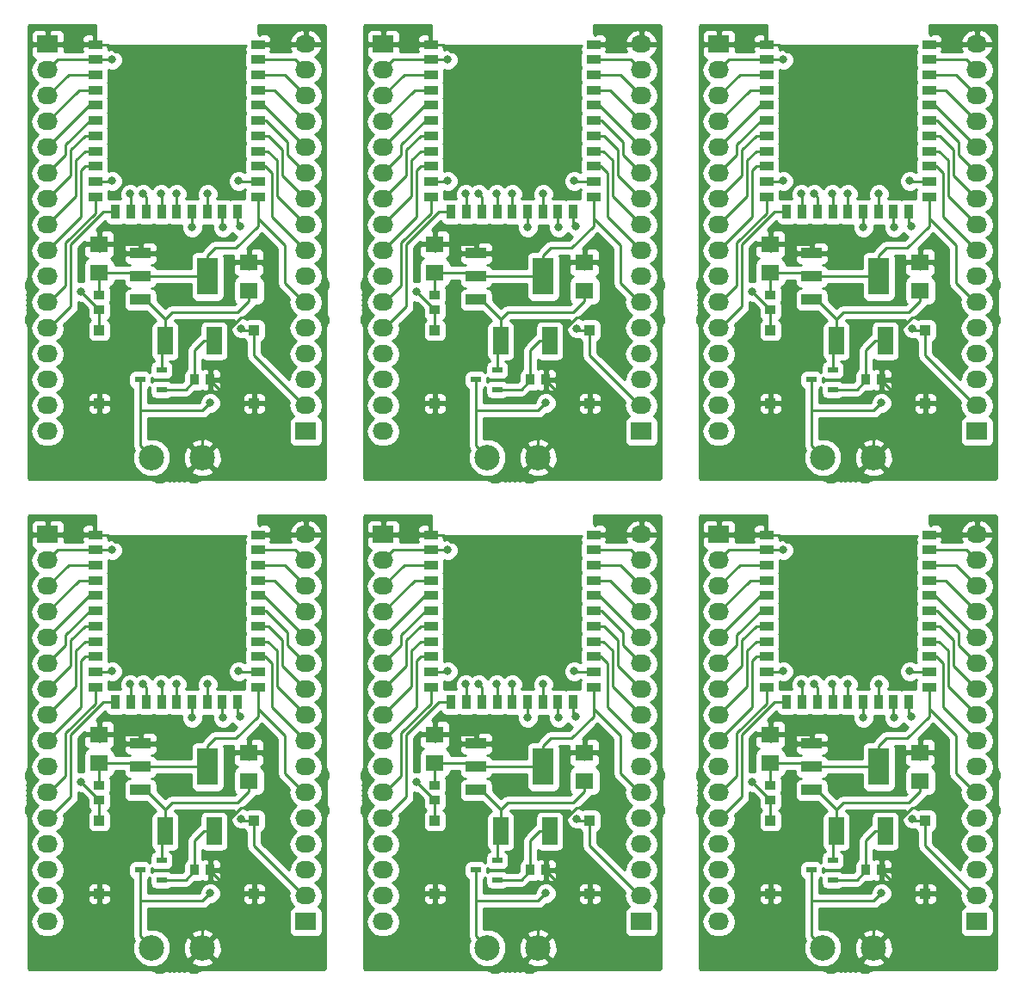
<source format=gtl>
G04 #@! TF.FileFunction,Copper,L1,Top,Signal*
%FSLAX46Y46*%
G04 Gerber Fmt 4.6, Leading zero omitted, Abs format (unit mm)*
G04 Created by KiCad (PCBNEW no-vcs-found-undefined) date Sun Nov  6 11:39:55 2016*
%MOMM*%
%LPD*%
G01*
G04 APERTURE LIST*
%ADD10C,0.100000*%
%ADD11C,0.600000*%
%ADD12R,2.032000X1.727200*%
%ADD13O,2.032000X1.727200*%
%ADD14R,1.000760X0.599440*%
%ADD15R,1.000760X0.899160*%
%ADD16R,0.899160X1.000760*%
%ADD17R,1.000760X1.000760*%
%ADD18R,2.032000X1.016000*%
%ADD19R,2.032000X3.657600*%
%ADD20R,1.501140X2.700020*%
%ADD21R,1.803400X1.600200*%
%ADD22R,0.900000X1.350000*%
%ADD23R,1.350000X0.900000*%
%ADD24C,2.500000*%
%ADD25C,0.800000*%
%ADD26C,0.250000*%
%ADD27C,0.254000*%
G04 APERTURE END LIST*
D10*
D11*
X111277400Y-94081600D03*
X94208600Y-94234000D03*
X108483400Y-96012000D03*
X107721400Y-96012000D03*
X107010200Y-96012000D03*
X106197400Y-96012000D03*
X105486200Y-96012000D03*
X104724200Y-96012000D03*
X103962200Y-96012000D03*
X103251000Y-96012000D03*
X102489000Y-96012000D03*
X101727000Y-96012000D03*
X100914200Y-96012000D03*
X100101400Y-96012000D03*
X99288600Y-96012000D03*
X98526600Y-96012000D03*
X97764600Y-96012000D03*
D12*
X89941400Y-95351600D03*
D13*
X89941400Y-97891600D03*
X89941400Y-100431600D03*
X89941400Y-102971600D03*
X89941400Y-105511600D03*
X89941400Y-108051600D03*
X89941400Y-110591600D03*
X89941400Y-113131600D03*
X89941400Y-115671600D03*
X89941400Y-118211600D03*
X89941400Y-120751600D03*
X89941400Y-123291600D03*
X89941400Y-125831600D03*
X89941400Y-128371600D03*
X89941400Y-130911600D03*
X89941400Y-133451600D03*
X115341400Y-95351600D03*
X115341400Y-97891600D03*
X115341400Y-100431600D03*
X115341400Y-102971600D03*
X115341400Y-105511600D03*
X115341400Y-108051600D03*
X115341400Y-110591600D03*
X115341400Y-113131600D03*
X115341400Y-115671600D03*
X115341400Y-118211600D03*
X115341400Y-120751600D03*
X115341400Y-123291600D03*
X115341400Y-125831600D03*
X115341400Y-128371600D03*
X115341400Y-130911600D03*
D12*
X115341400Y-133451600D03*
D14*
X101158040Y-129324100D03*
X99044760Y-128371600D03*
X101158040Y-127419100D03*
D15*
X95021400Y-121503440D03*
X95021400Y-119999760D03*
D16*
X105933240Y-128371600D03*
X104429560Y-128371600D03*
D17*
X95021400Y-130700780D03*
X95021400Y-123502420D03*
X110261400Y-130700780D03*
X110261400Y-123502420D03*
D18*
X99085400Y-115925600D03*
X99085400Y-120497600D03*
X99085400Y-118211600D03*
D19*
X105689400Y-118211600D03*
D20*
X101511100Y-124561600D03*
X106311700Y-124561600D03*
D21*
X109753400Y-116814600D03*
X109753400Y-119608600D03*
X95021400Y-117830600D03*
X95021400Y-115036600D03*
D22*
X96640400Y-111861600D03*
X98140400Y-111861600D03*
X99640400Y-111861600D03*
X101140400Y-111861600D03*
X102640400Y-111861600D03*
X104140400Y-111861600D03*
X105640400Y-111861600D03*
X107140400Y-111861600D03*
X108640400Y-111861600D03*
D23*
X94640400Y-110361600D03*
X94640400Y-108861600D03*
X94640400Y-107361600D03*
X94640400Y-105861600D03*
X94640400Y-104361600D03*
X94640400Y-102861600D03*
X94640400Y-101361600D03*
X94640400Y-99861600D03*
X94640400Y-98361600D03*
X94640400Y-96861600D03*
X94640400Y-95361600D03*
X110640400Y-95361600D03*
X110640400Y-96861600D03*
X110640400Y-98361600D03*
X110640400Y-99861600D03*
X110640400Y-101361600D03*
X110640400Y-102861600D03*
X110640400Y-104361600D03*
X110640400Y-105861600D03*
X110640400Y-107361600D03*
X110640400Y-108861600D03*
X110640400Y-110361600D03*
D24*
X100177000Y-136025000D03*
X105177000Y-136025000D03*
X72157000Y-136025000D03*
X67157000Y-136025000D03*
D23*
X77620400Y-110361600D03*
X77620400Y-108861600D03*
X77620400Y-107361600D03*
X77620400Y-105861600D03*
X77620400Y-104361600D03*
X77620400Y-102861600D03*
X77620400Y-101361600D03*
X77620400Y-99861600D03*
X77620400Y-98361600D03*
X77620400Y-96861600D03*
X77620400Y-95361600D03*
X61620400Y-95361600D03*
X61620400Y-96861600D03*
X61620400Y-98361600D03*
X61620400Y-99861600D03*
X61620400Y-101361600D03*
X61620400Y-102861600D03*
X61620400Y-104361600D03*
X61620400Y-105861600D03*
X61620400Y-107361600D03*
X61620400Y-108861600D03*
X61620400Y-110361600D03*
D22*
X75620400Y-111861600D03*
X74120400Y-111861600D03*
X72620400Y-111861600D03*
X71120400Y-111861600D03*
X69620400Y-111861600D03*
X68120400Y-111861600D03*
X66620400Y-111861600D03*
X65120400Y-111861600D03*
X63620400Y-111861600D03*
D21*
X62001400Y-115036600D03*
X62001400Y-117830600D03*
X76733400Y-119608600D03*
X76733400Y-116814600D03*
D20*
X73291700Y-124561600D03*
X68491100Y-124561600D03*
D19*
X72669400Y-118211600D03*
D18*
X66065400Y-118211600D03*
X66065400Y-120497600D03*
X66065400Y-115925600D03*
D17*
X77241400Y-123502420D03*
X77241400Y-130700780D03*
X62001400Y-123502420D03*
X62001400Y-130700780D03*
D16*
X71409560Y-128371600D03*
X72913240Y-128371600D03*
D15*
X62001400Y-119999760D03*
X62001400Y-121503440D03*
D14*
X68138040Y-127419100D03*
X66024760Y-128371600D03*
X68138040Y-129324100D03*
D12*
X82321400Y-133451600D03*
D13*
X82321400Y-130911600D03*
X82321400Y-128371600D03*
X82321400Y-125831600D03*
X82321400Y-123291600D03*
X82321400Y-120751600D03*
X82321400Y-118211600D03*
X82321400Y-115671600D03*
X82321400Y-113131600D03*
X82321400Y-110591600D03*
X82321400Y-108051600D03*
X82321400Y-105511600D03*
X82321400Y-102971600D03*
X82321400Y-100431600D03*
X82321400Y-97891600D03*
X82321400Y-95351600D03*
X56921400Y-133451600D03*
X56921400Y-130911600D03*
X56921400Y-128371600D03*
X56921400Y-125831600D03*
X56921400Y-123291600D03*
X56921400Y-120751600D03*
X56921400Y-118211600D03*
X56921400Y-115671600D03*
X56921400Y-113131600D03*
X56921400Y-110591600D03*
X56921400Y-108051600D03*
X56921400Y-105511600D03*
X56921400Y-102971600D03*
X56921400Y-100431600D03*
X56921400Y-97891600D03*
D12*
X56921400Y-95351600D03*
D11*
X64744600Y-96012000D03*
X65506600Y-96012000D03*
X66268600Y-96012000D03*
X67081400Y-96012000D03*
X67894200Y-96012000D03*
X68707000Y-96012000D03*
X69469000Y-96012000D03*
X70231000Y-96012000D03*
X70942200Y-96012000D03*
X71704200Y-96012000D03*
X72466200Y-96012000D03*
X73177400Y-96012000D03*
X73990200Y-96012000D03*
X74701400Y-96012000D03*
X75463400Y-96012000D03*
X61188600Y-94234000D03*
X78257400Y-94081600D03*
X45237400Y-94081600D03*
X28168600Y-94234000D03*
X42443400Y-96012000D03*
X41681400Y-96012000D03*
X40970200Y-96012000D03*
X40157400Y-96012000D03*
X39446200Y-96012000D03*
X38684200Y-96012000D03*
X37922200Y-96012000D03*
X37211000Y-96012000D03*
X36449000Y-96012000D03*
X35687000Y-96012000D03*
X34874200Y-96012000D03*
X34061400Y-96012000D03*
X33248600Y-96012000D03*
X32486600Y-96012000D03*
X31724600Y-96012000D03*
D12*
X23901400Y-95351600D03*
D13*
X23901400Y-97891600D03*
X23901400Y-100431600D03*
X23901400Y-102971600D03*
X23901400Y-105511600D03*
X23901400Y-108051600D03*
X23901400Y-110591600D03*
X23901400Y-113131600D03*
X23901400Y-115671600D03*
X23901400Y-118211600D03*
X23901400Y-120751600D03*
X23901400Y-123291600D03*
X23901400Y-125831600D03*
X23901400Y-128371600D03*
X23901400Y-130911600D03*
X23901400Y-133451600D03*
X49301400Y-95351600D03*
X49301400Y-97891600D03*
X49301400Y-100431600D03*
X49301400Y-102971600D03*
X49301400Y-105511600D03*
X49301400Y-108051600D03*
X49301400Y-110591600D03*
X49301400Y-113131600D03*
X49301400Y-115671600D03*
X49301400Y-118211600D03*
X49301400Y-120751600D03*
X49301400Y-123291600D03*
X49301400Y-125831600D03*
X49301400Y-128371600D03*
X49301400Y-130911600D03*
D12*
X49301400Y-133451600D03*
D14*
X35118040Y-129324100D03*
X33004760Y-128371600D03*
X35118040Y-127419100D03*
D15*
X28981400Y-121503440D03*
X28981400Y-119999760D03*
D16*
X39893240Y-128371600D03*
X38389560Y-128371600D03*
D17*
X28981400Y-130700780D03*
X28981400Y-123502420D03*
X44221400Y-130700780D03*
X44221400Y-123502420D03*
D18*
X33045400Y-115925600D03*
X33045400Y-120497600D03*
X33045400Y-118211600D03*
D19*
X39649400Y-118211600D03*
D20*
X35471100Y-124561600D03*
X40271700Y-124561600D03*
D21*
X43713400Y-116814600D03*
X43713400Y-119608600D03*
X28981400Y-117830600D03*
X28981400Y-115036600D03*
D22*
X30600400Y-111861600D03*
X32100400Y-111861600D03*
X33600400Y-111861600D03*
X35100400Y-111861600D03*
X36600400Y-111861600D03*
X38100400Y-111861600D03*
X39600400Y-111861600D03*
X41100400Y-111861600D03*
X42600400Y-111861600D03*
D23*
X28600400Y-110361600D03*
X28600400Y-108861600D03*
X28600400Y-107361600D03*
X28600400Y-105861600D03*
X28600400Y-104361600D03*
X28600400Y-102861600D03*
X28600400Y-101361600D03*
X28600400Y-99861600D03*
X28600400Y-98361600D03*
X28600400Y-96861600D03*
X28600400Y-95361600D03*
X44600400Y-95361600D03*
X44600400Y-96861600D03*
X44600400Y-98361600D03*
X44600400Y-99861600D03*
X44600400Y-101361600D03*
X44600400Y-102861600D03*
X44600400Y-104361600D03*
X44600400Y-105861600D03*
X44600400Y-107361600D03*
X44600400Y-108861600D03*
X44600400Y-110361600D03*
D24*
X34137000Y-136025000D03*
X39137000Y-136025000D03*
X39137000Y-184285000D03*
X34137000Y-184285000D03*
D23*
X44600400Y-158621600D03*
X44600400Y-157121600D03*
X44600400Y-155621600D03*
X44600400Y-154121600D03*
X44600400Y-152621600D03*
X44600400Y-151121600D03*
X44600400Y-149621600D03*
X44600400Y-148121600D03*
X44600400Y-146621600D03*
X44600400Y-145121600D03*
X44600400Y-143621600D03*
X28600400Y-143621600D03*
X28600400Y-145121600D03*
X28600400Y-146621600D03*
X28600400Y-148121600D03*
X28600400Y-149621600D03*
X28600400Y-151121600D03*
X28600400Y-152621600D03*
X28600400Y-154121600D03*
X28600400Y-155621600D03*
X28600400Y-157121600D03*
X28600400Y-158621600D03*
D22*
X42600400Y-160121600D03*
X41100400Y-160121600D03*
X39600400Y-160121600D03*
X38100400Y-160121600D03*
X36600400Y-160121600D03*
X35100400Y-160121600D03*
X33600400Y-160121600D03*
X32100400Y-160121600D03*
X30600400Y-160121600D03*
D21*
X28981400Y-163296600D03*
X28981400Y-166090600D03*
X43713400Y-167868600D03*
X43713400Y-165074600D03*
D20*
X40271700Y-172821600D03*
X35471100Y-172821600D03*
D19*
X39649400Y-166471600D03*
D18*
X33045400Y-166471600D03*
X33045400Y-168757600D03*
X33045400Y-164185600D03*
D17*
X44221400Y-171762420D03*
X44221400Y-178960780D03*
X28981400Y-171762420D03*
X28981400Y-178960780D03*
D16*
X38389560Y-176631600D03*
X39893240Y-176631600D03*
D15*
X28981400Y-168259760D03*
X28981400Y-169763440D03*
D14*
X35118040Y-175679100D03*
X33004760Y-176631600D03*
X35118040Y-177584100D03*
D12*
X49301400Y-181711600D03*
D13*
X49301400Y-179171600D03*
X49301400Y-176631600D03*
X49301400Y-174091600D03*
X49301400Y-171551600D03*
X49301400Y-169011600D03*
X49301400Y-166471600D03*
X49301400Y-163931600D03*
X49301400Y-161391600D03*
X49301400Y-158851600D03*
X49301400Y-156311600D03*
X49301400Y-153771600D03*
X49301400Y-151231600D03*
X49301400Y-148691600D03*
X49301400Y-146151600D03*
X49301400Y-143611600D03*
X23901400Y-181711600D03*
X23901400Y-179171600D03*
X23901400Y-176631600D03*
X23901400Y-174091600D03*
X23901400Y-171551600D03*
X23901400Y-169011600D03*
X23901400Y-166471600D03*
X23901400Y-163931600D03*
X23901400Y-161391600D03*
X23901400Y-158851600D03*
X23901400Y-156311600D03*
X23901400Y-153771600D03*
X23901400Y-151231600D03*
X23901400Y-148691600D03*
X23901400Y-146151600D03*
D12*
X23901400Y-143611600D03*
D11*
X31724600Y-144272000D03*
X32486600Y-144272000D03*
X33248600Y-144272000D03*
X34061400Y-144272000D03*
X34874200Y-144272000D03*
X35687000Y-144272000D03*
X36449000Y-144272000D03*
X37211000Y-144272000D03*
X37922200Y-144272000D03*
X38684200Y-144272000D03*
X39446200Y-144272000D03*
X40157400Y-144272000D03*
X40970200Y-144272000D03*
X41681400Y-144272000D03*
X42443400Y-144272000D03*
X28168600Y-142494000D03*
X45237400Y-142341600D03*
X78257400Y-142341600D03*
X61188600Y-142494000D03*
X75463400Y-144272000D03*
X74701400Y-144272000D03*
X73990200Y-144272000D03*
X73177400Y-144272000D03*
X72466200Y-144272000D03*
X71704200Y-144272000D03*
X70942200Y-144272000D03*
X70231000Y-144272000D03*
X69469000Y-144272000D03*
X68707000Y-144272000D03*
X67894200Y-144272000D03*
X67081400Y-144272000D03*
X66268600Y-144272000D03*
X65506600Y-144272000D03*
X64744600Y-144272000D03*
D12*
X56921400Y-143611600D03*
D13*
X56921400Y-146151600D03*
X56921400Y-148691600D03*
X56921400Y-151231600D03*
X56921400Y-153771600D03*
X56921400Y-156311600D03*
X56921400Y-158851600D03*
X56921400Y-161391600D03*
X56921400Y-163931600D03*
X56921400Y-166471600D03*
X56921400Y-169011600D03*
X56921400Y-171551600D03*
X56921400Y-174091600D03*
X56921400Y-176631600D03*
X56921400Y-179171600D03*
X56921400Y-181711600D03*
X82321400Y-143611600D03*
X82321400Y-146151600D03*
X82321400Y-148691600D03*
X82321400Y-151231600D03*
X82321400Y-153771600D03*
X82321400Y-156311600D03*
X82321400Y-158851600D03*
X82321400Y-161391600D03*
X82321400Y-163931600D03*
X82321400Y-166471600D03*
X82321400Y-169011600D03*
X82321400Y-171551600D03*
X82321400Y-174091600D03*
X82321400Y-176631600D03*
X82321400Y-179171600D03*
D12*
X82321400Y-181711600D03*
D14*
X68138040Y-177584100D03*
X66024760Y-176631600D03*
X68138040Y-175679100D03*
D15*
X62001400Y-169763440D03*
X62001400Y-168259760D03*
D16*
X72913240Y-176631600D03*
X71409560Y-176631600D03*
D17*
X62001400Y-178960780D03*
X62001400Y-171762420D03*
X77241400Y-178960780D03*
X77241400Y-171762420D03*
D18*
X66065400Y-164185600D03*
X66065400Y-168757600D03*
X66065400Y-166471600D03*
D19*
X72669400Y-166471600D03*
D20*
X68491100Y-172821600D03*
X73291700Y-172821600D03*
D21*
X76733400Y-165074600D03*
X76733400Y-167868600D03*
X62001400Y-166090600D03*
X62001400Y-163296600D03*
D22*
X63620400Y-160121600D03*
X65120400Y-160121600D03*
X66620400Y-160121600D03*
X68120400Y-160121600D03*
X69620400Y-160121600D03*
X71120400Y-160121600D03*
X72620400Y-160121600D03*
X74120400Y-160121600D03*
X75620400Y-160121600D03*
D23*
X61620400Y-158621600D03*
X61620400Y-157121600D03*
X61620400Y-155621600D03*
X61620400Y-154121600D03*
X61620400Y-152621600D03*
X61620400Y-151121600D03*
X61620400Y-149621600D03*
X61620400Y-148121600D03*
X61620400Y-146621600D03*
X61620400Y-145121600D03*
X61620400Y-143621600D03*
X77620400Y-143621600D03*
X77620400Y-145121600D03*
X77620400Y-146621600D03*
X77620400Y-148121600D03*
X77620400Y-149621600D03*
X77620400Y-151121600D03*
X77620400Y-152621600D03*
X77620400Y-154121600D03*
X77620400Y-155621600D03*
X77620400Y-157121600D03*
X77620400Y-158621600D03*
D24*
X67157000Y-184285000D03*
X72157000Y-184285000D03*
X105177000Y-184285000D03*
X100177000Y-184285000D03*
D23*
X110640400Y-158621600D03*
X110640400Y-157121600D03*
X110640400Y-155621600D03*
X110640400Y-154121600D03*
X110640400Y-152621600D03*
X110640400Y-151121600D03*
X110640400Y-149621600D03*
X110640400Y-148121600D03*
X110640400Y-146621600D03*
X110640400Y-145121600D03*
X110640400Y-143621600D03*
X94640400Y-143621600D03*
X94640400Y-145121600D03*
X94640400Y-146621600D03*
X94640400Y-148121600D03*
X94640400Y-149621600D03*
X94640400Y-151121600D03*
X94640400Y-152621600D03*
X94640400Y-154121600D03*
X94640400Y-155621600D03*
X94640400Y-157121600D03*
X94640400Y-158621600D03*
D22*
X108640400Y-160121600D03*
X107140400Y-160121600D03*
X105640400Y-160121600D03*
X104140400Y-160121600D03*
X102640400Y-160121600D03*
X101140400Y-160121600D03*
X99640400Y-160121600D03*
X98140400Y-160121600D03*
X96640400Y-160121600D03*
D21*
X95021400Y-163296600D03*
X95021400Y-166090600D03*
X109753400Y-167868600D03*
X109753400Y-165074600D03*
D20*
X106311700Y-172821600D03*
X101511100Y-172821600D03*
D19*
X105689400Y-166471600D03*
D18*
X99085400Y-166471600D03*
X99085400Y-168757600D03*
X99085400Y-164185600D03*
D17*
X110261400Y-171762420D03*
X110261400Y-178960780D03*
X95021400Y-171762420D03*
X95021400Y-178960780D03*
D16*
X104429560Y-176631600D03*
X105933240Y-176631600D03*
D15*
X95021400Y-168259760D03*
X95021400Y-169763440D03*
D14*
X101158040Y-175679100D03*
X99044760Y-176631600D03*
X101158040Y-177584100D03*
D12*
X115341400Y-181711600D03*
D13*
X115341400Y-179171600D03*
X115341400Y-176631600D03*
X115341400Y-174091600D03*
X115341400Y-171551600D03*
X115341400Y-169011600D03*
X115341400Y-166471600D03*
X115341400Y-163931600D03*
X115341400Y-161391600D03*
X115341400Y-158851600D03*
X115341400Y-156311600D03*
X115341400Y-153771600D03*
X115341400Y-151231600D03*
X115341400Y-148691600D03*
X115341400Y-146151600D03*
X115341400Y-143611600D03*
X89941400Y-181711600D03*
X89941400Y-179171600D03*
X89941400Y-176631600D03*
X89941400Y-174091600D03*
X89941400Y-171551600D03*
X89941400Y-169011600D03*
X89941400Y-166471600D03*
X89941400Y-163931600D03*
X89941400Y-161391600D03*
X89941400Y-158851600D03*
X89941400Y-156311600D03*
X89941400Y-153771600D03*
X89941400Y-151231600D03*
X89941400Y-148691600D03*
X89941400Y-146151600D03*
D12*
X89941400Y-143611600D03*
D11*
X97764600Y-144272000D03*
X98526600Y-144272000D03*
X99288600Y-144272000D03*
X100101400Y-144272000D03*
X100914200Y-144272000D03*
X101727000Y-144272000D03*
X102489000Y-144272000D03*
X103251000Y-144272000D03*
X103962200Y-144272000D03*
X104724200Y-144272000D03*
X105486200Y-144272000D03*
X106197400Y-144272000D03*
X107010200Y-144272000D03*
X107721400Y-144272000D03*
X108483400Y-144272000D03*
X94208600Y-142494000D03*
X111277400Y-142341600D03*
D25*
X101117400Y-115925600D03*
X95021400Y-132435600D03*
X62001400Y-132435600D03*
X68097400Y-115925600D03*
X35077400Y-115925600D03*
X28981400Y-132435600D03*
X28981400Y-180695600D03*
X35077400Y-164185600D03*
X68097400Y-164185600D03*
X62001400Y-180695600D03*
X95021400Y-180695600D03*
X101117400Y-164185600D03*
X93243400Y-119735600D03*
X96291400Y-96875600D03*
X63271400Y-96875600D03*
X60223400Y-119735600D03*
X27203400Y-119735600D03*
X30251400Y-96875600D03*
X30251400Y-145135600D03*
X27203400Y-167995600D03*
X60223400Y-167995600D03*
X63271400Y-145135600D03*
X96291400Y-145135600D03*
X93243400Y-167995600D03*
X96291400Y-108813600D03*
X63271400Y-108813600D03*
X30251400Y-108813600D03*
X30251400Y-157073600D03*
X63271400Y-157073600D03*
X96291400Y-157073600D03*
X98069400Y-110083600D03*
X65049400Y-110083600D03*
X32029400Y-110083600D03*
X32029400Y-158343600D03*
X65049400Y-158343600D03*
X98069400Y-158343600D03*
X99339400Y-110083600D03*
X66319400Y-110083600D03*
X33299400Y-110083600D03*
X33299400Y-158343600D03*
X66319400Y-158343600D03*
X99339400Y-158343600D03*
X101117400Y-110083600D03*
X68097400Y-110083600D03*
X35077400Y-110083600D03*
X35077400Y-158343600D03*
X68097400Y-158343600D03*
X101117400Y-158343600D03*
X102641400Y-110083600D03*
X69621400Y-110083600D03*
X36601400Y-110083600D03*
X36601400Y-158343600D03*
X69621400Y-158343600D03*
X102641400Y-158343600D03*
X105943400Y-130657600D03*
X72923400Y-130657600D03*
X39903400Y-130657600D03*
X39903400Y-178917600D03*
X72923400Y-178917600D03*
X105943400Y-178917600D03*
X108737400Y-108813600D03*
X75717400Y-108813600D03*
X42697400Y-108813600D03*
X42697400Y-157073600D03*
X75717400Y-157073600D03*
X108737400Y-157073600D03*
X108869060Y-113253940D03*
X75849060Y-113253940D03*
X42829060Y-113253940D03*
X42829060Y-161513940D03*
X75849060Y-161513940D03*
X108869060Y-161513940D03*
X107213400Y-113385600D03*
X74193400Y-113385600D03*
X41173400Y-113385600D03*
X41173400Y-161645600D03*
X74193400Y-161645600D03*
X107213400Y-161645600D03*
X105689400Y-110083600D03*
X72669400Y-110083600D03*
X39649400Y-110083600D03*
X39649400Y-158343600D03*
X72669400Y-158343600D03*
X105689400Y-158343600D03*
X108996060Y-123296260D03*
X104165400Y-113385600D03*
X71145400Y-113385600D03*
X75976060Y-123296260D03*
X42956060Y-123296260D03*
X38125400Y-113385600D03*
X38125400Y-161645600D03*
X42956060Y-171556260D03*
X75976060Y-171556260D03*
X71145400Y-161645600D03*
X104165400Y-161645600D03*
X108996060Y-171556260D03*
D26*
X95087400Y-114401600D02*
X94259400Y-114401600D01*
X110905100Y-116814600D02*
X111785400Y-117694900D01*
X107467400Y-128371600D02*
X105933240Y-128371600D01*
X107975400Y-123291600D02*
X107975400Y-127863600D01*
X107975400Y-127863600D02*
X107467400Y-128371600D01*
X111785400Y-120497600D02*
X110007400Y-122275600D01*
X109753400Y-116814600D02*
X110905100Y-116814600D01*
X111785400Y-117694900D02*
X111785400Y-120497600D01*
X110007400Y-122275600D02*
X108991400Y-122275600D01*
X108991400Y-122275600D02*
X107975400Y-123291600D01*
X99085400Y-115925600D02*
X101117400Y-115925600D01*
X99085400Y-115167600D02*
X99343400Y-114909600D01*
X95021400Y-115036600D02*
X98954400Y-115036600D01*
X98954400Y-115036600D02*
X99085400Y-115167600D01*
X99085400Y-115167600D02*
X99085400Y-115925600D01*
X95021400Y-115681760D02*
X95539560Y-115163600D01*
X109753400Y-117459760D02*
X109753400Y-116433600D01*
X96602402Y-96113600D02*
X97053400Y-96113600D01*
X94640400Y-95361600D02*
X95850402Y-95361600D01*
X95850402Y-95361600D02*
X96602402Y-96113600D01*
X95021400Y-132435600D02*
X95021400Y-130700780D01*
X105933240Y-128371600D02*
X105933240Y-128422400D01*
X105933240Y-128422400D02*
X108211620Y-130700780D01*
X108211620Y-130700780D02*
X108664454Y-130700780D01*
X105141400Y-135991600D02*
X105141400Y-134223834D01*
X105141400Y-134223834D02*
X108664454Y-130700780D01*
X108664454Y-130700780D02*
X110261400Y-130700780D01*
X110640400Y-95361600D02*
X115331400Y-95361600D01*
X115331400Y-95361600D02*
X115341400Y-95351600D01*
X89941400Y-95351600D02*
X94630400Y-95351600D01*
X94630400Y-95351600D02*
X94640400Y-95361600D01*
X61610400Y-95351600D02*
X61620400Y-95361600D01*
X56921400Y-95351600D02*
X61610400Y-95351600D01*
X82311400Y-95361600D02*
X82321400Y-95351600D01*
X77620400Y-95361600D02*
X82311400Y-95361600D01*
X75644454Y-130700780D02*
X77241400Y-130700780D01*
X72121400Y-134223834D02*
X75644454Y-130700780D01*
X72121400Y-135991600D02*
X72121400Y-134223834D01*
X75191620Y-130700780D02*
X75644454Y-130700780D01*
X72913240Y-128422400D02*
X75191620Y-130700780D01*
X72913240Y-128371600D02*
X72913240Y-128422400D01*
X62001400Y-132435600D02*
X62001400Y-130700780D01*
X62830402Y-95361600D02*
X63582402Y-96113600D01*
X61620400Y-95361600D02*
X62830402Y-95361600D01*
X63582402Y-96113600D02*
X64033400Y-96113600D01*
X76733400Y-117459760D02*
X76733400Y-116433600D01*
X62001400Y-115681760D02*
X62519560Y-115163600D01*
X66065400Y-115167600D02*
X66065400Y-115925600D01*
X65934400Y-115036600D02*
X66065400Y-115167600D01*
X62001400Y-115036600D02*
X65934400Y-115036600D01*
X66065400Y-115167600D02*
X66323400Y-114909600D01*
X66065400Y-115925600D02*
X68097400Y-115925600D01*
X75971400Y-122275600D02*
X74955400Y-123291600D01*
X76987400Y-122275600D02*
X75971400Y-122275600D01*
X78765400Y-117694900D02*
X78765400Y-120497600D01*
X76733400Y-116814600D02*
X77885100Y-116814600D01*
X78765400Y-120497600D02*
X76987400Y-122275600D01*
X74955400Y-127863600D02*
X74447400Y-128371600D01*
X74955400Y-123291600D02*
X74955400Y-127863600D01*
X74447400Y-128371600D02*
X72913240Y-128371600D01*
X77885100Y-116814600D02*
X78765400Y-117694900D01*
X62067400Y-114401600D02*
X61239400Y-114401600D01*
X29047400Y-114401600D02*
X28219400Y-114401600D01*
X44865100Y-116814600D02*
X45745400Y-117694900D01*
X41427400Y-128371600D02*
X39893240Y-128371600D01*
X41935400Y-123291600D02*
X41935400Y-127863600D01*
X41935400Y-127863600D02*
X41427400Y-128371600D01*
X45745400Y-120497600D02*
X43967400Y-122275600D01*
X43713400Y-116814600D02*
X44865100Y-116814600D01*
X45745400Y-117694900D02*
X45745400Y-120497600D01*
X43967400Y-122275600D02*
X42951400Y-122275600D01*
X42951400Y-122275600D02*
X41935400Y-123291600D01*
X33045400Y-115925600D02*
X35077400Y-115925600D01*
X33045400Y-115167600D02*
X33303400Y-114909600D01*
X28981400Y-115036600D02*
X32914400Y-115036600D01*
X32914400Y-115036600D02*
X33045400Y-115167600D01*
X33045400Y-115167600D02*
X33045400Y-115925600D01*
X28981400Y-115681760D02*
X29499560Y-115163600D01*
X43713400Y-117459760D02*
X43713400Y-116433600D01*
X30562402Y-96113600D02*
X31013400Y-96113600D01*
X28600400Y-95361600D02*
X29810402Y-95361600D01*
X29810402Y-95361600D02*
X30562402Y-96113600D01*
X28981400Y-132435600D02*
X28981400Y-130700780D01*
X39893240Y-128371600D02*
X39893240Y-128422400D01*
X39893240Y-128422400D02*
X42171620Y-130700780D01*
X42171620Y-130700780D02*
X42624454Y-130700780D01*
X39101400Y-135991600D02*
X39101400Y-134223834D01*
X39101400Y-134223834D02*
X42624454Y-130700780D01*
X42624454Y-130700780D02*
X44221400Y-130700780D01*
X44600400Y-95361600D02*
X49291400Y-95361600D01*
X49291400Y-95361600D02*
X49301400Y-95351600D01*
X23901400Y-95351600D02*
X28590400Y-95351600D01*
X28590400Y-95351600D02*
X28600400Y-95361600D01*
X28590400Y-143611600D02*
X28600400Y-143621600D01*
X23901400Y-143611600D02*
X28590400Y-143611600D01*
X49291400Y-143621600D02*
X49301400Y-143611600D01*
X44600400Y-143621600D02*
X49291400Y-143621600D01*
X42624454Y-178960780D02*
X44221400Y-178960780D01*
X39101400Y-182483834D02*
X42624454Y-178960780D01*
X39101400Y-184251600D02*
X39101400Y-182483834D01*
X42171620Y-178960780D02*
X42624454Y-178960780D01*
X39893240Y-176682400D02*
X42171620Y-178960780D01*
X39893240Y-176631600D02*
X39893240Y-176682400D01*
X28981400Y-180695600D02*
X28981400Y-178960780D01*
X29810402Y-143621600D02*
X30562402Y-144373600D01*
X28600400Y-143621600D02*
X29810402Y-143621600D01*
X30562402Y-144373600D02*
X31013400Y-144373600D01*
X43713400Y-165719760D02*
X43713400Y-164693600D01*
X28981400Y-163941760D02*
X29499560Y-163423600D01*
X33045400Y-163427600D02*
X33045400Y-164185600D01*
X32914400Y-163296600D02*
X33045400Y-163427600D01*
X28981400Y-163296600D02*
X32914400Y-163296600D01*
X33045400Y-163427600D02*
X33303400Y-163169600D01*
X33045400Y-164185600D02*
X35077400Y-164185600D01*
X42951400Y-170535600D02*
X41935400Y-171551600D01*
X43967400Y-170535600D02*
X42951400Y-170535600D01*
X45745400Y-165954900D02*
X45745400Y-168757600D01*
X43713400Y-165074600D02*
X44865100Y-165074600D01*
X45745400Y-168757600D02*
X43967400Y-170535600D01*
X41935400Y-176123600D02*
X41427400Y-176631600D01*
X41935400Y-171551600D02*
X41935400Y-176123600D01*
X41427400Y-176631600D02*
X39893240Y-176631600D01*
X44865100Y-165074600D02*
X45745400Y-165954900D01*
X29047400Y-162661600D02*
X28219400Y-162661600D01*
X62067400Y-162661600D02*
X61239400Y-162661600D01*
X77885100Y-165074600D02*
X78765400Y-165954900D01*
X74447400Y-176631600D02*
X72913240Y-176631600D01*
X74955400Y-171551600D02*
X74955400Y-176123600D01*
X74955400Y-176123600D02*
X74447400Y-176631600D01*
X78765400Y-168757600D02*
X76987400Y-170535600D01*
X76733400Y-165074600D02*
X77885100Y-165074600D01*
X78765400Y-165954900D02*
X78765400Y-168757600D01*
X76987400Y-170535600D02*
X75971400Y-170535600D01*
X75971400Y-170535600D02*
X74955400Y-171551600D01*
X66065400Y-164185600D02*
X68097400Y-164185600D01*
X66065400Y-163427600D02*
X66323400Y-163169600D01*
X62001400Y-163296600D02*
X65934400Y-163296600D01*
X65934400Y-163296600D02*
X66065400Y-163427600D01*
X66065400Y-163427600D02*
X66065400Y-164185600D01*
X62001400Y-163941760D02*
X62519560Y-163423600D01*
X76733400Y-165719760D02*
X76733400Y-164693600D01*
X63582402Y-144373600D02*
X64033400Y-144373600D01*
X61620400Y-143621600D02*
X62830402Y-143621600D01*
X62830402Y-143621600D02*
X63582402Y-144373600D01*
X62001400Y-180695600D02*
X62001400Y-178960780D01*
X72913240Y-176631600D02*
X72913240Y-176682400D01*
X72913240Y-176682400D02*
X75191620Y-178960780D01*
X75191620Y-178960780D02*
X75644454Y-178960780D01*
X72121400Y-184251600D02*
X72121400Y-182483834D01*
X72121400Y-182483834D02*
X75644454Y-178960780D01*
X75644454Y-178960780D02*
X77241400Y-178960780D01*
X77620400Y-143621600D02*
X82311400Y-143621600D01*
X82311400Y-143621600D02*
X82321400Y-143611600D01*
X56921400Y-143611600D02*
X61610400Y-143611600D01*
X61610400Y-143611600D02*
X61620400Y-143621600D01*
X94630400Y-143611600D02*
X94640400Y-143621600D01*
X89941400Y-143611600D02*
X94630400Y-143611600D01*
X115331400Y-143621600D02*
X115341400Y-143611600D01*
X110640400Y-143621600D02*
X115331400Y-143621600D01*
X108664454Y-178960780D02*
X110261400Y-178960780D01*
X105141400Y-182483834D02*
X108664454Y-178960780D01*
X105141400Y-184251600D02*
X105141400Y-182483834D01*
X108211620Y-178960780D02*
X108664454Y-178960780D01*
X105933240Y-176682400D02*
X108211620Y-178960780D01*
X105933240Y-176631600D02*
X105933240Y-176682400D01*
X95021400Y-180695600D02*
X95021400Y-178960780D01*
X95850402Y-143621600D02*
X96602402Y-144373600D01*
X94640400Y-143621600D02*
X95850402Y-143621600D01*
X96602402Y-144373600D02*
X97053400Y-144373600D01*
X109753400Y-165719760D02*
X109753400Y-164693600D01*
X95021400Y-163941760D02*
X95539560Y-163423600D01*
X99085400Y-163427600D02*
X99085400Y-164185600D01*
X98954400Y-163296600D02*
X99085400Y-163427600D01*
X95021400Y-163296600D02*
X98954400Y-163296600D01*
X99085400Y-163427600D02*
X99343400Y-163169600D01*
X99085400Y-164185600D02*
X101117400Y-164185600D01*
X108991400Y-170535600D02*
X107975400Y-171551600D01*
X110007400Y-170535600D02*
X108991400Y-170535600D01*
X111785400Y-165954900D02*
X111785400Y-168757600D01*
X109753400Y-165074600D02*
X110905100Y-165074600D01*
X111785400Y-168757600D02*
X110007400Y-170535600D01*
X107975400Y-176123600D02*
X107467400Y-176631600D01*
X107975400Y-171551600D02*
X107975400Y-176123600D01*
X107467400Y-176631600D02*
X105933240Y-176631600D01*
X110905100Y-165074600D02*
X111785400Y-165954900D01*
X95087400Y-162661600D02*
X94259400Y-162661600D01*
X108644500Y-121767600D02*
X102158800Y-121767600D01*
X102158800Y-121767600D02*
X101511100Y-122415300D01*
X109753400Y-119608600D02*
X109753400Y-120658700D01*
X109753400Y-120658700D02*
X108644500Y-121767600D01*
X99085400Y-120497600D02*
X99593400Y-120497600D01*
X99593400Y-120497600D02*
X101511100Y-122415300D01*
X101511100Y-122415300D02*
X101511100Y-122961590D01*
X101511100Y-122961590D02*
X101511100Y-124561600D01*
X101511100Y-124561600D02*
X101511100Y-123431300D01*
X101511100Y-124561600D02*
X101511100Y-123962160D01*
X101158040Y-127419100D02*
X101158040Y-124914660D01*
X101158040Y-124914660D02*
X101511100Y-124561600D01*
X68138040Y-124914660D02*
X68491100Y-124561600D01*
X68138040Y-127419100D02*
X68138040Y-124914660D01*
X68491100Y-124561600D02*
X68491100Y-123962160D01*
X68491100Y-124561600D02*
X68491100Y-123431300D01*
X68491100Y-122961590D02*
X68491100Y-124561600D01*
X68491100Y-122415300D02*
X68491100Y-122961590D01*
X66573400Y-120497600D02*
X68491100Y-122415300D01*
X66065400Y-120497600D02*
X66573400Y-120497600D01*
X76733400Y-120658700D02*
X75624500Y-121767600D01*
X76733400Y-119608600D02*
X76733400Y-120658700D01*
X69138800Y-121767600D02*
X68491100Y-122415300D01*
X75624500Y-121767600D02*
X69138800Y-121767600D01*
X42604500Y-121767600D02*
X36118800Y-121767600D01*
X36118800Y-121767600D02*
X35471100Y-122415300D01*
X43713400Y-119608600D02*
X43713400Y-120658700D01*
X43713400Y-120658700D02*
X42604500Y-121767600D01*
X33045400Y-120497600D02*
X33553400Y-120497600D01*
X33553400Y-120497600D02*
X35471100Y-122415300D01*
X35471100Y-122415300D02*
X35471100Y-122961590D01*
X35471100Y-122961590D02*
X35471100Y-124561600D01*
X35471100Y-124561600D02*
X35471100Y-123431300D01*
X35471100Y-124561600D02*
X35471100Y-123962160D01*
X35118040Y-127419100D02*
X35118040Y-124914660D01*
X35118040Y-124914660D02*
X35471100Y-124561600D01*
X35118040Y-173174660D02*
X35471100Y-172821600D01*
X35118040Y-175679100D02*
X35118040Y-173174660D01*
X35471100Y-172821600D02*
X35471100Y-172222160D01*
X35471100Y-172821600D02*
X35471100Y-171691300D01*
X35471100Y-171221590D02*
X35471100Y-172821600D01*
X35471100Y-170675300D02*
X35471100Y-171221590D01*
X33553400Y-168757600D02*
X35471100Y-170675300D01*
X33045400Y-168757600D02*
X33553400Y-168757600D01*
X43713400Y-168918700D02*
X42604500Y-170027600D01*
X43713400Y-167868600D02*
X43713400Y-168918700D01*
X36118800Y-170027600D02*
X35471100Y-170675300D01*
X42604500Y-170027600D02*
X36118800Y-170027600D01*
X75624500Y-170027600D02*
X69138800Y-170027600D01*
X69138800Y-170027600D02*
X68491100Y-170675300D01*
X76733400Y-167868600D02*
X76733400Y-168918700D01*
X76733400Y-168918700D02*
X75624500Y-170027600D01*
X66065400Y-168757600D02*
X66573400Y-168757600D01*
X66573400Y-168757600D02*
X68491100Y-170675300D01*
X68491100Y-170675300D02*
X68491100Y-171221590D01*
X68491100Y-171221590D02*
X68491100Y-172821600D01*
X68491100Y-172821600D02*
X68491100Y-171691300D01*
X68491100Y-172821600D02*
X68491100Y-172222160D01*
X68138040Y-175679100D02*
X68138040Y-173174660D01*
X68138040Y-173174660D02*
X68491100Y-172821600D01*
X101158040Y-173174660D02*
X101511100Y-172821600D01*
X101158040Y-175679100D02*
X101158040Y-173174660D01*
X101511100Y-172821600D02*
X101511100Y-172222160D01*
X101511100Y-172821600D02*
X101511100Y-171691300D01*
X101511100Y-171221590D02*
X101511100Y-172821600D01*
X101511100Y-170675300D02*
X101511100Y-171221590D01*
X99593400Y-168757600D02*
X101511100Y-170675300D01*
X99085400Y-168757600D02*
X99593400Y-168757600D01*
X109753400Y-168918700D02*
X108644500Y-170027600D01*
X109753400Y-167868600D02*
X109753400Y-168918700D01*
X102158800Y-170027600D02*
X101511100Y-170675300D01*
X108644500Y-170027600D02*
X102158800Y-170027600D01*
X108483400Y-115417600D02*
X110640400Y-113260600D01*
X110640400Y-113260600D02*
X110640400Y-112494600D01*
X106404600Y-115417600D02*
X108483400Y-115417600D01*
X105689400Y-118211600D02*
X105689400Y-116132800D01*
X105689400Y-116132800D02*
X106404600Y-115417600D01*
X110640400Y-112494600D02*
X110640400Y-112555602D01*
X95021400Y-117830600D02*
X98704400Y-117830600D01*
X98704400Y-117830600D02*
X99085400Y-118211600D01*
X99085400Y-118211600D02*
X105689400Y-118211600D01*
X95021400Y-119999760D02*
X95021400Y-117185440D01*
X113309400Y-115163600D02*
X113309400Y-118872000D01*
X113309400Y-118872000D02*
X115189000Y-120751600D01*
X115189000Y-120751600D02*
X115341400Y-120751600D01*
X110640400Y-112494600D02*
X113309400Y-115163600D01*
X110640400Y-110361600D02*
X110640400Y-112494600D01*
X77620400Y-110361600D02*
X77620400Y-112494600D01*
X77620400Y-112494600D02*
X80289400Y-115163600D01*
X82169000Y-120751600D02*
X82321400Y-120751600D01*
X80289400Y-118872000D02*
X82169000Y-120751600D01*
X80289400Y-115163600D02*
X80289400Y-118872000D01*
X62001400Y-119999760D02*
X62001400Y-117185440D01*
X66065400Y-118211600D02*
X72669400Y-118211600D01*
X65684400Y-117830600D02*
X66065400Y-118211600D01*
X62001400Y-117830600D02*
X65684400Y-117830600D01*
X77620400Y-112494600D02*
X77620400Y-112555602D01*
X72669400Y-116132800D02*
X73384600Y-115417600D01*
X72669400Y-118211600D02*
X72669400Y-116132800D01*
X73384600Y-115417600D02*
X75463400Y-115417600D01*
X77620400Y-113260600D02*
X77620400Y-112494600D01*
X75463400Y-115417600D02*
X77620400Y-113260600D01*
X42443400Y-115417600D02*
X44600400Y-113260600D01*
X44600400Y-113260600D02*
X44600400Y-112494600D01*
X40364600Y-115417600D02*
X42443400Y-115417600D01*
X39649400Y-118211600D02*
X39649400Y-116132800D01*
X39649400Y-116132800D02*
X40364600Y-115417600D01*
X44600400Y-112494600D02*
X44600400Y-112555602D01*
X28981400Y-117830600D02*
X32664400Y-117830600D01*
X32664400Y-117830600D02*
X33045400Y-118211600D01*
X33045400Y-118211600D02*
X39649400Y-118211600D01*
X28981400Y-119999760D02*
X28981400Y-117185440D01*
X47269400Y-115163600D02*
X47269400Y-118872000D01*
X47269400Y-118872000D02*
X49149000Y-120751600D01*
X49149000Y-120751600D02*
X49301400Y-120751600D01*
X44600400Y-112494600D02*
X47269400Y-115163600D01*
X44600400Y-110361600D02*
X44600400Y-112494600D01*
X44600400Y-158621600D02*
X44600400Y-160754600D01*
X44600400Y-160754600D02*
X47269400Y-163423600D01*
X49149000Y-169011600D02*
X49301400Y-169011600D01*
X47269400Y-167132000D02*
X49149000Y-169011600D01*
X47269400Y-163423600D02*
X47269400Y-167132000D01*
X28981400Y-168259760D02*
X28981400Y-165445440D01*
X33045400Y-166471600D02*
X39649400Y-166471600D01*
X32664400Y-166090600D02*
X33045400Y-166471600D01*
X28981400Y-166090600D02*
X32664400Y-166090600D01*
X44600400Y-160754600D02*
X44600400Y-160815602D01*
X39649400Y-164392800D02*
X40364600Y-163677600D01*
X39649400Y-166471600D02*
X39649400Y-164392800D01*
X40364600Y-163677600D02*
X42443400Y-163677600D01*
X44600400Y-161520600D02*
X44600400Y-160754600D01*
X42443400Y-163677600D02*
X44600400Y-161520600D01*
X75463400Y-163677600D02*
X77620400Y-161520600D01*
X77620400Y-161520600D02*
X77620400Y-160754600D01*
X73384600Y-163677600D02*
X75463400Y-163677600D01*
X72669400Y-166471600D02*
X72669400Y-164392800D01*
X72669400Y-164392800D02*
X73384600Y-163677600D01*
X77620400Y-160754600D02*
X77620400Y-160815602D01*
X62001400Y-166090600D02*
X65684400Y-166090600D01*
X65684400Y-166090600D02*
X66065400Y-166471600D01*
X66065400Y-166471600D02*
X72669400Y-166471600D01*
X62001400Y-168259760D02*
X62001400Y-165445440D01*
X80289400Y-163423600D02*
X80289400Y-167132000D01*
X80289400Y-167132000D02*
X82169000Y-169011600D01*
X82169000Y-169011600D02*
X82321400Y-169011600D01*
X77620400Y-160754600D02*
X80289400Y-163423600D01*
X77620400Y-158621600D02*
X77620400Y-160754600D01*
X110640400Y-158621600D02*
X110640400Y-160754600D01*
X110640400Y-160754600D02*
X113309400Y-163423600D01*
X115189000Y-169011600D02*
X115341400Y-169011600D01*
X113309400Y-167132000D02*
X115189000Y-169011600D01*
X113309400Y-163423600D02*
X113309400Y-167132000D01*
X95021400Y-168259760D02*
X95021400Y-165445440D01*
X99085400Y-166471600D02*
X105689400Y-166471600D01*
X98704400Y-166090600D02*
X99085400Y-166471600D01*
X95021400Y-166090600D02*
X98704400Y-166090600D01*
X110640400Y-160754600D02*
X110640400Y-160815602D01*
X105689400Y-164392800D02*
X106404600Y-163677600D01*
X105689400Y-166471600D02*
X105689400Y-164392800D01*
X106404600Y-163677600D02*
X108483400Y-163677600D01*
X110640400Y-161520600D02*
X110640400Y-160754600D01*
X108483400Y-163677600D02*
X110640400Y-161520600D01*
X93751400Y-120243600D02*
X93761560Y-120233440D01*
X93761560Y-120233440D02*
X95021400Y-121503440D01*
X93243400Y-119735600D02*
X93751400Y-120243600D01*
X94640400Y-96861600D02*
X96277400Y-96861600D01*
X96277400Y-96861600D02*
X96291400Y-96875600D01*
X95021400Y-123502420D02*
X95021400Y-121503440D01*
X94640400Y-96861600D02*
X90971400Y-96861600D01*
X90971400Y-96861600D02*
X89941400Y-97891600D01*
X57951400Y-96861600D02*
X56921400Y-97891600D01*
X61620400Y-96861600D02*
X57951400Y-96861600D01*
X62001400Y-123502420D02*
X62001400Y-121503440D01*
X63257400Y-96861600D02*
X63271400Y-96875600D01*
X61620400Y-96861600D02*
X63257400Y-96861600D01*
X60223400Y-119735600D02*
X60731400Y-120243600D01*
X60741560Y-120233440D02*
X62001400Y-121503440D01*
X60731400Y-120243600D02*
X60741560Y-120233440D01*
X27711400Y-120243600D02*
X27721560Y-120233440D01*
X27721560Y-120233440D02*
X28981400Y-121503440D01*
X27203400Y-119735600D02*
X27711400Y-120243600D01*
X28600400Y-96861600D02*
X30237400Y-96861600D01*
X30237400Y-96861600D02*
X30251400Y-96875600D01*
X28981400Y-123502420D02*
X28981400Y-121503440D01*
X28600400Y-96861600D02*
X24931400Y-96861600D01*
X24931400Y-96861600D02*
X23901400Y-97891600D01*
X24931400Y-145121600D02*
X23901400Y-146151600D01*
X28600400Y-145121600D02*
X24931400Y-145121600D01*
X28981400Y-171762420D02*
X28981400Y-169763440D01*
X30237400Y-145121600D02*
X30251400Y-145135600D01*
X28600400Y-145121600D02*
X30237400Y-145121600D01*
X27203400Y-167995600D02*
X27711400Y-168503600D01*
X27721560Y-168493440D02*
X28981400Y-169763440D01*
X27711400Y-168503600D02*
X27721560Y-168493440D01*
X60731400Y-168503600D02*
X60741560Y-168493440D01*
X60741560Y-168493440D02*
X62001400Y-169763440D01*
X60223400Y-167995600D02*
X60731400Y-168503600D01*
X61620400Y-145121600D02*
X63257400Y-145121600D01*
X63257400Y-145121600D02*
X63271400Y-145135600D01*
X62001400Y-171762420D02*
X62001400Y-169763440D01*
X61620400Y-145121600D02*
X57951400Y-145121600D01*
X57951400Y-145121600D02*
X56921400Y-146151600D01*
X90971400Y-145121600D02*
X89941400Y-146151600D01*
X94640400Y-145121600D02*
X90971400Y-145121600D01*
X95021400Y-171762420D02*
X95021400Y-169763440D01*
X96277400Y-145121600D02*
X96291400Y-145135600D01*
X94640400Y-145121600D02*
X96277400Y-145121600D01*
X93243400Y-167995600D02*
X93751400Y-168503600D01*
X93761560Y-168493440D02*
X95021400Y-169763440D01*
X93751400Y-168503600D02*
X93761560Y-168493440D01*
X94640400Y-98361600D02*
X92011400Y-98361600D01*
X92011400Y-98361600D02*
X89941400Y-100431600D01*
X58991400Y-98361600D02*
X56921400Y-100431600D01*
X61620400Y-98361600D02*
X58991400Y-98361600D01*
X28600400Y-98361600D02*
X25971400Y-98361600D01*
X25971400Y-98361600D02*
X23901400Y-100431600D01*
X25971400Y-146621600D02*
X23901400Y-148691600D01*
X28600400Y-146621600D02*
X25971400Y-146621600D01*
X61620400Y-146621600D02*
X58991400Y-146621600D01*
X58991400Y-146621600D02*
X56921400Y-148691600D01*
X92011400Y-146621600D02*
X89941400Y-148691600D01*
X94640400Y-146621600D02*
X92011400Y-146621600D01*
X94640400Y-99861600D02*
X93051400Y-99861600D01*
X93051400Y-99861600D02*
X89941400Y-102971600D01*
X60031400Y-99861600D02*
X56921400Y-102971600D01*
X61620400Y-99861600D02*
X60031400Y-99861600D01*
X28600400Y-99861600D02*
X27011400Y-99861600D01*
X27011400Y-99861600D02*
X23901400Y-102971600D01*
X27011400Y-148121600D02*
X23901400Y-151231600D01*
X28600400Y-148121600D02*
X27011400Y-148121600D01*
X61620400Y-148121600D02*
X60031400Y-148121600D01*
X60031400Y-148121600D02*
X56921400Y-151231600D01*
X93051400Y-148121600D02*
X89941400Y-151231600D01*
X94640400Y-148121600D02*
X93051400Y-148121600D01*
X94640400Y-101361600D02*
X94091400Y-101361600D01*
X94091400Y-101361600D02*
X89941400Y-105511600D01*
X94640400Y-101361600D02*
X94345400Y-101361600D01*
X61620400Y-101361600D02*
X61325400Y-101361600D01*
X61071400Y-101361600D02*
X56921400Y-105511600D01*
X61620400Y-101361600D02*
X61071400Y-101361600D01*
X28600400Y-101361600D02*
X28051400Y-101361600D01*
X28051400Y-101361600D02*
X23901400Y-105511600D01*
X28600400Y-101361600D02*
X28305400Y-101361600D01*
X28600400Y-149621600D02*
X28305400Y-149621600D01*
X28051400Y-149621600D02*
X23901400Y-153771600D01*
X28600400Y-149621600D02*
X28051400Y-149621600D01*
X61620400Y-149621600D02*
X61071400Y-149621600D01*
X61071400Y-149621600D02*
X56921400Y-153771600D01*
X61620400Y-149621600D02*
X61325400Y-149621600D01*
X94640400Y-149621600D02*
X94345400Y-149621600D01*
X94091400Y-149621600D02*
X89941400Y-153771600D01*
X94640400Y-149621600D02*
X94091400Y-149621600D01*
X94640400Y-102861600D02*
X94115400Y-102861600D01*
X94115400Y-102861600D02*
X91719400Y-105257600D01*
X91719400Y-105257600D02*
X91719400Y-106273600D01*
X91719400Y-106273600D02*
X89941400Y-108051600D01*
X58699400Y-106273600D02*
X56921400Y-108051600D01*
X58699400Y-105257600D02*
X58699400Y-106273600D01*
X61095400Y-102861600D02*
X58699400Y-105257600D01*
X61620400Y-102861600D02*
X61095400Y-102861600D01*
X28600400Y-102861600D02*
X28075400Y-102861600D01*
X28075400Y-102861600D02*
X25679400Y-105257600D01*
X25679400Y-105257600D02*
X25679400Y-106273600D01*
X25679400Y-106273600D02*
X23901400Y-108051600D01*
X25679400Y-154533600D02*
X23901400Y-156311600D01*
X25679400Y-153517600D02*
X25679400Y-154533600D01*
X28075400Y-151121600D02*
X25679400Y-153517600D01*
X28600400Y-151121600D02*
X28075400Y-151121600D01*
X61620400Y-151121600D02*
X61095400Y-151121600D01*
X61095400Y-151121600D02*
X58699400Y-153517600D01*
X58699400Y-153517600D02*
X58699400Y-154533600D01*
X58699400Y-154533600D02*
X56921400Y-156311600D01*
X91719400Y-154533600D02*
X89941400Y-156311600D01*
X91719400Y-153517600D02*
X91719400Y-154533600D01*
X94115400Y-151121600D02*
X91719400Y-153517600D01*
X94640400Y-151121600D02*
X94115400Y-151121600D01*
X94640400Y-104361600D02*
X93631400Y-104361600D01*
X92227400Y-108305600D02*
X89941400Y-110591600D01*
X92227400Y-105765600D02*
X92227400Y-108305600D01*
X93631400Y-104361600D02*
X92227400Y-105765600D01*
X60611400Y-104361600D02*
X59207400Y-105765600D01*
X59207400Y-105765600D02*
X59207400Y-108305600D01*
X59207400Y-108305600D02*
X56921400Y-110591600D01*
X61620400Y-104361600D02*
X60611400Y-104361600D01*
X28600400Y-104361600D02*
X27591400Y-104361600D01*
X26187400Y-108305600D02*
X23901400Y-110591600D01*
X26187400Y-105765600D02*
X26187400Y-108305600D01*
X27591400Y-104361600D02*
X26187400Y-105765600D01*
X27591400Y-152621600D02*
X26187400Y-154025600D01*
X26187400Y-154025600D02*
X26187400Y-156565600D01*
X26187400Y-156565600D02*
X23901400Y-158851600D01*
X28600400Y-152621600D02*
X27591400Y-152621600D01*
X61620400Y-152621600D02*
X60611400Y-152621600D01*
X59207400Y-156565600D02*
X56921400Y-158851600D01*
X59207400Y-154025600D02*
X59207400Y-156565600D01*
X60611400Y-152621600D02*
X59207400Y-154025600D01*
X93631400Y-152621600D02*
X92227400Y-154025600D01*
X92227400Y-154025600D02*
X92227400Y-156565600D01*
X92227400Y-156565600D02*
X89941400Y-158851600D01*
X94640400Y-152621600D02*
X93631400Y-152621600D01*
X94640400Y-105861600D02*
X93655400Y-105861600D01*
X92735400Y-110337600D02*
X89941400Y-113131600D01*
X92735400Y-106781600D02*
X92735400Y-110337600D01*
X93655400Y-105861600D02*
X92735400Y-106781600D01*
X60635400Y-105861600D02*
X59715400Y-106781600D01*
X59715400Y-106781600D02*
X59715400Y-110337600D01*
X59715400Y-110337600D02*
X56921400Y-113131600D01*
X61620400Y-105861600D02*
X60635400Y-105861600D01*
X28600400Y-105861600D02*
X27615400Y-105861600D01*
X26695400Y-110337600D02*
X23901400Y-113131600D01*
X26695400Y-106781600D02*
X26695400Y-110337600D01*
X27615400Y-105861600D02*
X26695400Y-106781600D01*
X27615400Y-154121600D02*
X26695400Y-155041600D01*
X26695400Y-155041600D02*
X26695400Y-158597600D01*
X26695400Y-158597600D02*
X23901400Y-161391600D01*
X28600400Y-154121600D02*
X27615400Y-154121600D01*
X61620400Y-154121600D02*
X60635400Y-154121600D01*
X59715400Y-158597600D02*
X56921400Y-161391600D01*
X59715400Y-155041600D02*
X59715400Y-158597600D01*
X60635400Y-154121600D02*
X59715400Y-155041600D01*
X93655400Y-154121600D02*
X92735400Y-155041600D01*
X92735400Y-155041600D02*
X92735400Y-158597600D01*
X92735400Y-158597600D02*
X89941400Y-161391600D01*
X94640400Y-154121600D02*
X93655400Y-154121600D01*
X94640400Y-107361600D02*
X93679400Y-107361600D01*
X93243400Y-112369600D02*
X89941400Y-115671600D01*
X93243400Y-107797600D02*
X93243400Y-112369600D01*
X93679400Y-107361600D02*
X93243400Y-107797600D01*
X60659400Y-107361600D02*
X60223400Y-107797600D01*
X60223400Y-107797600D02*
X60223400Y-112369600D01*
X60223400Y-112369600D02*
X56921400Y-115671600D01*
X61620400Y-107361600D02*
X60659400Y-107361600D01*
X28600400Y-107361600D02*
X27639400Y-107361600D01*
X27203400Y-112369600D02*
X23901400Y-115671600D01*
X27203400Y-107797600D02*
X27203400Y-112369600D01*
X27639400Y-107361600D02*
X27203400Y-107797600D01*
X27639400Y-155621600D02*
X27203400Y-156057600D01*
X27203400Y-156057600D02*
X27203400Y-160629600D01*
X27203400Y-160629600D02*
X23901400Y-163931600D01*
X28600400Y-155621600D02*
X27639400Y-155621600D01*
X61620400Y-155621600D02*
X60659400Y-155621600D01*
X60223400Y-160629600D02*
X56921400Y-163931600D01*
X60223400Y-156057600D02*
X60223400Y-160629600D01*
X60659400Y-155621600D02*
X60223400Y-156057600D01*
X93679400Y-155621600D02*
X93243400Y-156057600D01*
X93243400Y-156057600D02*
X93243400Y-160629600D01*
X93243400Y-160629600D02*
X89941400Y-163931600D01*
X94640400Y-155621600D02*
X93679400Y-155621600D01*
X94640400Y-108861600D02*
X96243400Y-108861600D01*
X96243400Y-108861600D02*
X96291400Y-108813600D01*
X63223400Y-108861600D02*
X63271400Y-108813600D01*
X61620400Y-108861600D02*
X63223400Y-108861600D01*
X28600400Y-108861600D02*
X30203400Y-108861600D01*
X30203400Y-108861600D02*
X30251400Y-108813600D01*
X30203400Y-157121600D02*
X30251400Y-157073600D01*
X28600400Y-157121600D02*
X30203400Y-157121600D01*
X61620400Y-157121600D02*
X63223400Y-157121600D01*
X63223400Y-157121600D02*
X63271400Y-157073600D01*
X96243400Y-157121600D02*
X96291400Y-157073600D01*
X94640400Y-157121600D02*
X96243400Y-157121600D01*
X94640400Y-110361600D02*
X94640400Y-111988600D01*
X94640400Y-111988600D02*
X91719400Y-114909600D01*
X91719400Y-114909600D02*
X91719400Y-119126000D01*
X91719400Y-119126000D02*
X90093800Y-120751600D01*
X90093800Y-120751600D02*
X89941400Y-120751600D01*
X57073800Y-120751600D02*
X56921400Y-120751600D01*
X58699400Y-119126000D02*
X57073800Y-120751600D01*
X58699400Y-114909600D02*
X58699400Y-119126000D01*
X61620400Y-111988600D02*
X58699400Y-114909600D01*
X61620400Y-110361600D02*
X61620400Y-111988600D01*
X28600400Y-110361600D02*
X28600400Y-111988600D01*
X28600400Y-111988600D02*
X25679400Y-114909600D01*
X25679400Y-114909600D02*
X25679400Y-119126000D01*
X25679400Y-119126000D02*
X24053800Y-120751600D01*
X24053800Y-120751600D02*
X23901400Y-120751600D01*
X24053800Y-169011600D02*
X23901400Y-169011600D01*
X25679400Y-167386000D02*
X24053800Y-169011600D01*
X25679400Y-163169600D02*
X25679400Y-167386000D01*
X28600400Y-160248600D02*
X25679400Y-163169600D01*
X28600400Y-158621600D02*
X28600400Y-160248600D01*
X61620400Y-158621600D02*
X61620400Y-160248600D01*
X61620400Y-160248600D02*
X58699400Y-163169600D01*
X58699400Y-163169600D02*
X58699400Y-167386000D01*
X58699400Y-167386000D02*
X57073800Y-169011600D01*
X57073800Y-169011600D02*
X56921400Y-169011600D01*
X90093800Y-169011600D02*
X89941400Y-169011600D01*
X91719400Y-167386000D02*
X90093800Y-169011600D01*
X91719400Y-163169600D02*
X91719400Y-167386000D01*
X94640400Y-160248600D02*
X91719400Y-163169600D01*
X94640400Y-158621600D02*
X94640400Y-160248600D01*
X96640400Y-111861600D02*
X95403810Y-111861600D01*
X95403810Y-111861600D02*
X92227400Y-115038010D01*
X92227400Y-115038010D02*
X92227400Y-121158000D01*
X92227400Y-121158000D02*
X90093800Y-123291600D01*
X90093800Y-123291600D02*
X89941400Y-123291600D01*
X96640400Y-111861600D02*
X96640400Y-112086600D01*
X63620400Y-111861600D02*
X63620400Y-112086600D01*
X57073800Y-123291600D02*
X56921400Y-123291600D01*
X59207400Y-121158000D02*
X57073800Y-123291600D01*
X59207400Y-115038010D02*
X59207400Y-121158000D01*
X62383810Y-111861600D02*
X59207400Y-115038010D01*
X63620400Y-111861600D02*
X62383810Y-111861600D01*
X30600400Y-111861600D02*
X29363810Y-111861600D01*
X29363810Y-111861600D02*
X26187400Y-115038010D01*
X26187400Y-115038010D02*
X26187400Y-121158000D01*
X26187400Y-121158000D02*
X24053800Y-123291600D01*
X24053800Y-123291600D02*
X23901400Y-123291600D01*
X30600400Y-111861600D02*
X30600400Y-112086600D01*
X30600400Y-160121600D02*
X30600400Y-160346600D01*
X24053800Y-171551600D02*
X23901400Y-171551600D01*
X26187400Y-169418000D02*
X24053800Y-171551600D01*
X26187400Y-163298010D02*
X26187400Y-169418000D01*
X29363810Y-160121600D02*
X26187400Y-163298010D01*
X30600400Y-160121600D02*
X29363810Y-160121600D01*
X63620400Y-160121600D02*
X62383810Y-160121600D01*
X62383810Y-160121600D02*
X59207400Y-163298010D01*
X59207400Y-163298010D02*
X59207400Y-169418000D01*
X59207400Y-169418000D02*
X57073800Y-171551600D01*
X57073800Y-171551600D02*
X56921400Y-171551600D01*
X63620400Y-160121600D02*
X63620400Y-160346600D01*
X96640400Y-160121600D02*
X96640400Y-160346600D01*
X90093800Y-171551600D02*
X89941400Y-171551600D01*
X92227400Y-169418000D02*
X90093800Y-171551600D01*
X92227400Y-163298010D02*
X92227400Y-169418000D01*
X95403810Y-160121600D02*
X92227400Y-163298010D01*
X96640400Y-160121600D02*
X95403810Y-160121600D01*
X98140400Y-111861600D02*
X98140400Y-110154600D01*
X98140400Y-110154600D02*
X98069400Y-110083600D01*
X65120400Y-110154600D02*
X65049400Y-110083600D01*
X65120400Y-111861600D02*
X65120400Y-110154600D01*
X32100400Y-111861600D02*
X32100400Y-110154600D01*
X32100400Y-110154600D02*
X32029400Y-110083600D01*
X32100400Y-158414600D02*
X32029400Y-158343600D01*
X32100400Y-160121600D02*
X32100400Y-158414600D01*
X65120400Y-160121600D02*
X65120400Y-158414600D01*
X65120400Y-158414600D02*
X65049400Y-158343600D01*
X98140400Y-158414600D02*
X98069400Y-158343600D01*
X98140400Y-160121600D02*
X98140400Y-158414600D01*
X99640400Y-111861600D02*
X99640400Y-110384600D01*
X99640400Y-110384600D02*
X99339400Y-110083600D01*
X66620400Y-110384600D02*
X66319400Y-110083600D01*
X66620400Y-111861600D02*
X66620400Y-110384600D01*
X33600400Y-111861600D02*
X33600400Y-110384600D01*
X33600400Y-110384600D02*
X33299400Y-110083600D01*
X33600400Y-158644600D02*
X33299400Y-158343600D01*
X33600400Y-160121600D02*
X33600400Y-158644600D01*
X66620400Y-160121600D02*
X66620400Y-158644600D01*
X66620400Y-158644600D02*
X66319400Y-158343600D01*
X99640400Y-158644600D02*
X99339400Y-158343600D01*
X99640400Y-160121600D02*
X99640400Y-158644600D01*
X101140400Y-111861600D02*
X101140400Y-110106600D01*
X101140400Y-110106600D02*
X101117400Y-110083600D01*
X68120400Y-110106600D02*
X68097400Y-110083600D01*
X68120400Y-111861600D02*
X68120400Y-110106600D01*
X35100400Y-111861600D02*
X35100400Y-110106600D01*
X35100400Y-110106600D02*
X35077400Y-110083600D01*
X35100400Y-158366600D02*
X35077400Y-158343600D01*
X35100400Y-160121600D02*
X35100400Y-158366600D01*
X68120400Y-160121600D02*
X68120400Y-158366600D01*
X68120400Y-158366600D02*
X68097400Y-158343600D01*
X101140400Y-158366600D02*
X101117400Y-158343600D01*
X101140400Y-160121600D02*
X101140400Y-158366600D01*
X102640400Y-111861600D02*
X102640400Y-110084600D01*
X102640400Y-110084600D02*
X102641400Y-110083600D01*
X69620400Y-110084600D02*
X69621400Y-110083600D01*
X69620400Y-111861600D02*
X69620400Y-110084600D01*
X36600400Y-111861600D02*
X36600400Y-110084600D01*
X36600400Y-110084600D02*
X36601400Y-110083600D01*
X36600400Y-158344600D02*
X36601400Y-158343600D01*
X36600400Y-160121600D02*
X36600400Y-158344600D01*
X69620400Y-160121600D02*
X69620400Y-158344600D01*
X69620400Y-158344600D02*
X69621400Y-158343600D01*
X102640400Y-158344600D02*
X102641400Y-158343600D01*
X102640400Y-160121600D02*
X102640400Y-158344600D01*
X99044760Y-131419600D02*
X99044760Y-128371600D01*
X99044760Y-131419600D02*
X105181400Y-131419600D01*
X99044760Y-133746240D02*
X99044760Y-131419600D01*
X105181400Y-131419600D02*
X105943400Y-130657600D01*
X100141400Y-135991600D02*
X99044760Y-134894960D01*
X99044760Y-134894960D02*
X99044760Y-133746240D01*
X66024760Y-134894960D02*
X66024760Y-133746240D01*
X67121400Y-135991600D02*
X66024760Y-134894960D01*
X72161400Y-131419600D02*
X72923400Y-130657600D01*
X66024760Y-133746240D02*
X66024760Y-131419600D01*
X66024760Y-131419600D02*
X72161400Y-131419600D01*
X66024760Y-131419600D02*
X66024760Y-128371600D01*
X33004760Y-131419600D02*
X33004760Y-128371600D01*
X33004760Y-131419600D02*
X39141400Y-131419600D01*
X33004760Y-133746240D02*
X33004760Y-131419600D01*
X39141400Y-131419600D02*
X39903400Y-130657600D01*
X34101400Y-135991600D02*
X33004760Y-134894960D01*
X33004760Y-134894960D02*
X33004760Y-133746240D01*
X33004760Y-183154960D02*
X33004760Y-182006240D01*
X34101400Y-184251600D02*
X33004760Y-183154960D01*
X39141400Y-179679600D02*
X39903400Y-178917600D01*
X33004760Y-182006240D02*
X33004760Y-179679600D01*
X33004760Y-179679600D02*
X39141400Y-179679600D01*
X33004760Y-179679600D02*
X33004760Y-176631600D01*
X66024760Y-179679600D02*
X66024760Y-176631600D01*
X66024760Y-179679600D02*
X72161400Y-179679600D01*
X66024760Y-182006240D02*
X66024760Y-179679600D01*
X72161400Y-179679600D02*
X72923400Y-178917600D01*
X67121400Y-184251600D02*
X66024760Y-183154960D01*
X66024760Y-183154960D02*
X66024760Y-182006240D01*
X99044760Y-183154960D02*
X99044760Y-182006240D01*
X100141400Y-184251600D02*
X99044760Y-183154960D01*
X105181400Y-179679600D02*
X105943400Y-178917600D01*
X99044760Y-182006240D02*
X99044760Y-179679600D01*
X99044760Y-179679600D02*
X105181400Y-179679600D01*
X99044760Y-179679600D02*
X99044760Y-176631600D01*
X110640400Y-96861600D02*
X114311400Y-96861600D01*
X114311400Y-96861600D02*
X115341400Y-97891600D01*
X81291400Y-96861600D02*
X82321400Y-97891600D01*
X77620400Y-96861600D02*
X81291400Y-96861600D01*
X44600400Y-96861600D02*
X48271400Y-96861600D01*
X48271400Y-96861600D02*
X49301400Y-97891600D01*
X48271400Y-145121600D02*
X49301400Y-146151600D01*
X44600400Y-145121600D02*
X48271400Y-145121600D01*
X77620400Y-145121600D02*
X81291400Y-145121600D01*
X81291400Y-145121600D02*
X82321400Y-146151600D01*
X114311400Y-145121600D02*
X115341400Y-146151600D01*
X110640400Y-145121600D02*
X114311400Y-145121600D01*
X110640400Y-98361600D02*
X113271400Y-98361600D01*
X113271400Y-98361600D02*
X115341400Y-100431600D01*
X80251400Y-98361600D02*
X82321400Y-100431600D01*
X77620400Y-98361600D02*
X80251400Y-98361600D01*
X44600400Y-98361600D02*
X47231400Y-98361600D01*
X47231400Y-98361600D02*
X49301400Y-100431600D01*
X47231400Y-146621600D02*
X49301400Y-148691600D01*
X44600400Y-146621600D02*
X47231400Y-146621600D01*
X77620400Y-146621600D02*
X80251400Y-146621600D01*
X80251400Y-146621600D02*
X82321400Y-148691600D01*
X113271400Y-146621600D02*
X115341400Y-148691600D01*
X110640400Y-146621600D02*
X113271400Y-146621600D01*
X110640400Y-99861600D02*
X112231400Y-99861600D01*
X112231400Y-99861600D02*
X115341400Y-102971600D01*
X79211400Y-99861600D02*
X82321400Y-102971600D01*
X77620400Y-99861600D02*
X79211400Y-99861600D01*
X44600400Y-99861600D02*
X46191400Y-99861600D01*
X46191400Y-99861600D02*
X49301400Y-102971600D01*
X46191400Y-148121600D02*
X49301400Y-151231600D01*
X44600400Y-148121600D02*
X46191400Y-148121600D01*
X77620400Y-148121600D02*
X79211400Y-148121600D01*
X79211400Y-148121600D02*
X82321400Y-151231600D01*
X112231400Y-148121600D02*
X115341400Y-151231600D01*
X110640400Y-148121600D02*
X112231400Y-148121600D01*
X110640400Y-101361600D02*
X111191400Y-101361600D01*
X111191400Y-101361600D02*
X115341400Y-105511600D01*
X78171400Y-101361600D02*
X82321400Y-105511600D01*
X77620400Y-101361600D02*
X78171400Y-101361600D01*
X44600400Y-101361600D02*
X45151400Y-101361600D01*
X45151400Y-101361600D02*
X49301400Y-105511600D01*
X45151400Y-149621600D02*
X49301400Y-153771600D01*
X44600400Y-149621600D02*
X45151400Y-149621600D01*
X77620400Y-149621600D02*
X78171400Y-149621600D01*
X78171400Y-149621600D02*
X82321400Y-153771600D01*
X111191400Y-149621600D02*
X115341400Y-153771600D01*
X110640400Y-149621600D02*
X111191400Y-149621600D01*
X110640400Y-102861600D02*
X111421400Y-102861600D01*
X113563400Y-106273600D02*
X115341400Y-108051600D01*
X113563400Y-105003600D02*
X113563400Y-106273600D01*
X111421400Y-102861600D02*
X113563400Y-105003600D01*
X78401400Y-102861600D02*
X80543400Y-105003600D01*
X80543400Y-105003600D02*
X80543400Y-106273600D01*
X80543400Y-106273600D02*
X82321400Y-108051600D01*
X77620400Y-102861600D02*
X78401400Y-102861600D01*
X44600400Y-102861600D02*
X45381400Y-102861600D01*
X47523400Y-106273600D02*
X49301400Y-108051600D01*
X47523400Y-105003600D02*
X47523400Y-106273600D01*
X45381400Y-102861600D02*
X47523400Y-105003600D01*
X45381400Y-151121600D02*
X47523400Y-153263600D01*
X47523400Y-153263600D02*
X47523400Y-154533600D01*
X47523400Y-154533600D02*
X49301400Y-156311600D01*
X44600400Y-151121600D02*
X45381400Y-151121600D01*
X77620400Y-151121600D02*
X78401400Y-151121600D01*
X80543400Y-154533600D02*
X82321400Y-156311600D01*
X80543400Y-153263600D02*
X80543400Y-154533600D01*
X78401400Y-151121600D02*
X80543400Y-153263600D01*
X111421400Y-151121600D02*
X113563400Y-153263600D01*
X113563400Y-153263600D02*
X113563400Y-154533600D01*
X113563400Y-154533600D02*
X115341400Y-156311600D01*
X110640400Y-151121600D02*
X111421400Y-151121600D01*
X110640400Y-104361600D02*
X111651400Y-104361600D01*
X113055400Y-108305600D02*
X115341400Y-110591600D01*
X113055400Y-105765600D02*
X113055400Y-108305600D01*
X111651400Y-104361600D02*
X113055400Y-105765600D01*
X78631400Y-104361600D02*
X80035400Y-105765600D01*
X80035400Y-105765600D02*
X80035400Y-108305600D01*
X80035400Y-108305600D02*
X82321400Y-110591600D01*
X77620400Y-104361600D02*
X78631400Y-104361600D01*
X44600400Y-104361600D02*
X45611400Y-104361600D01*
X47015400Y-108305600D02*
X49301400Y-110591600D01*
X47015400Y-105765600D02*
X47015400Y-108305600D01*
X45611400Y-104361600D02*
X47015400Y-105765600D01*
X45611400Y-152621600D02*
X47015400Y-154025600D01*
X47015400Y-154025600D02*
X47015400Y-156565600D01*
X47015400Y-156565600D02*
X49301400Y-158851600D01*
X44600400Y-152621600D02*
X45611400Y-152621600D01*
X77620400Y-152621600D02*
X78631400Y-152621600D01*
X80035400Y-156565600D02*
X82321400Y-158851600D01*
X80035400Y-154025600D02*
X80035400Y-156565600D01*
X78631400Y-152621600D02*
X80035400Y-154025600D01*
X111651400Y-152621600D02*
X113055400Y-154025600D01*
X113055400Y-154025600D02*
X113055400Y-156565600D01*
X113055400Y-156565600D02*
X115341400Y-158851600D01*
X110640400Y-152621600D02*
X111651400Y-152621600D01*
X110640400Y-105861600D02*
X111627400Y-105861600D01*
X112547400Y-110337600D02*
X115341400Y-113131600D01*
X112547400Y-106781600D02*
X112547400Y-110337600D01*
X111627400Y-105861600D02*
X112547400Y-106781600D01*
X78607400Y-105861600D02*
X79527400Y-106781600D01*
X79527400Y-106781600D02*
X79527400Y-110337600D01*
X79527400Y-110337600D02*
X82321400Y-113131600D01*
X77620400Y-105861600D02*
X78607400Y-105861600D01*
X44600400Y-105861600D02*
X45587400Y-105861600D01*
X46507400Y-110337600D02*
X49301400Y-113131600D01*
X46507400Y-106781600D02*
X46507400Y-110337600D01*
X45587400Y-105861600D02*
X46507400Y-106781600D01*
X45587400Y-154121600D02*
X46507400Y-155041600D01*
X46507400Y-155041600D02*
X46507400Y-158597600D01*
X46507400Y-158597600D02*
X49301400Y-161391600D01*
X44600400Y-154121600D02*
X45587400Y-154121600D01*
X77620400Y-154121600D02*
X78607400Y-154121600D01*
X79527400Y-158597600D02*
X82321400Y-161391600D01*
X79527400Y-155041600D02*
X79527400Y-158597600D01*
X78607400Y-154121600D02*
X79527400Y-155041600D01*
X111627400Y-154121600D02*
X112547400Y-155041600D01*
X112547400Y-155041600D02*
X112547400Y-158597600D01*
X112547400Y-158597600D02*
X115341400Y-161391600D01*
X110640400Y-154121600D02*
X111627400Y-154121600D01*
X110640400Y-107361600D02*
X111349400Y-107361600D01*
X112039400Y-108051600D02*
X112039400Y-112369600D01*
X111349400Y-107361600D02*
X112039400Y-108051600D01*
X112039400Y-112369600D02*
X115341400Y-115671600D01*
X79019400Y-112369600D02*
X82321400Y-115671600D01*
X78329400Y-107361600D02*
X79019400Y-108051600D01*
X79019400Y-108051600D02*
X79019400Y-112369600D01*
X77620400Y-107361600D02*
X78329400Y-107361600D01*
X44600400Y-107361600D02*
X45309400Y-107361600D01*
X45999400Y-108051600D02*
X45999400Y-112369600D01*
X45309400Y-107361600D02*
X45999400Y-108051600D01*
X45999400Y-112369600D02*
X49301400Y-115671600D01*
X45999400Y-160629600D02*
X49301400Y-163931600D01*
X45309400Y-155621600D02*
X45999400Y-156311600D01*
X45999400Y-156311600D02*
X45999400Y-160629600D01*
X44600400Y-155621600D02*
X45309400Y-155621600D01*
X77620400Y-155621600D02*
X78329400Y-155621600D01*
X79019400Y-156311600D02*
X79019400Y-160629600D01*
X78329400Y-155621600D02*
X79019400Y-156311600D01*
X79019400Y-160629600D02*
X82321400Y-163931600D01*
X112039400Y-160629600D02*
X115341400Y-163931600D01*
X111349400Y-155621600D02*
X112039400Y-156311600D01*
X112039400Y-156311600D02*
X112039400Y-160629600D01*
X110640400Y-155621600D02*
X111349400Y-155621600D01*
X110640400Y-108861600D02*
X108785400Y-108861600D01*
X108785400Y-108861600D02*
X108737400Y-108813600D01*
X75765400Y-108861600D02*
X75717400Y-108813600D01*
X77620400Y-108861600D02*
X75765400Y-108861600D01*
X44600400Y-108861600D02*
X42745400Y-108861600D01*
X42745400Y-108861600D02*
X42697400Y-108813600D01*
X42745400Y-157121600D02*
X42697400Y-157073600D01*
X44600400Y-157121600D02*
X42745400Y-157121600D01*
X77620400Y-157121600D02*
X75765400Y-157121600D01*
X75765400Y-157121600D02*
X75717400Y-157073600D01*
X108785400Y-157121600D02*
X108737400Y-157073600D01*
X110640400Y-157121600D02*
X108785400Y-157121600D01*
X108640400Y-113025280D02*
X108869060Y-113253940D01*
X108640400Y-111861600D02*
X108640400Y-113025280D01*
X75620400Y-111861600D02*
X75620400Y-113025280D01*
X75620400Y-113025280D02*
X75849060Y-113253940D01*
X42600400Y-113025280D02*
X42829060Y-113253940D01*
X42600400Y-111861600D02*
X42600400Y-113025280D01*
X42600400Y-160121600D02*
X42600400Y-161285280D01*
X42600400Y-161285280D02*
X42829060Y-161513940D01*
X75620400Y-161285280D02*
X75849060Y-161513940D01*
X75620400Y-160121600D02*
X75620400Y-161285280D01*
X108640400Y-160121600D02*
X108640400Y-161285280D01*
X108640400Y-161285280D02*
X108869060Y-161513940D01*
X107140400Y-111861600D02*
X107140400Y-113312600D01*
X107140400Y-113312600D02*
X107213400Y-113385600D01*
X74120400Y-113312600D02*
X74193400Y-113385600D01*
X74120400Y-111861600D02*
X74120400Y-113312600D01*
X41100400Y-111861600D02*
X41100400Y-113312600D01*
X41100400Y-113312600D02*
X41173400Y-113385600D01*
X41100400Y-161572600D02*
X41173400Y-161645600D01*
X41100400Y-160121600D02*
X41100400Y-161572600D01*
X74120400Y-160121600D02*
X74120400Y-161572600D01*
X74120400Y-161572600D02*
X74193400Y-161645600D01*
X107140400Y-161572600D02*
X107213400Y-161645600D01*
X107140400Y-160121600D02*
X107140400Y-161572600D01*
X105640400Y-111861600D02*
X105640400Y-110132600D01*
X105640400Y-110132600D02*
X105689400Y-110083600D01*
X72620400Y-110132600D02*
X72669400Y-110083600D01*
X72620400Y-111861600D02*
X72620400Y-110132600D01*
X39600400Y-111861600D02*
X39600400Y-110132600D01*
X39600400Y-110132600D02*
X39649400Y-110083600D01*
X39600400Y-158392600D02*
X39649400Y-158343600D01*
X39600400Y-160121600D02*
X39600400Y-158392600D01*
X72620400Y-160121600D02*
X72620400Y-158392600D01*
X72620400Y-158392600D02*
X72669400Y-158343600D01*
X105640400Y-158392600D02*
X105689400Y-158343600D01*
X105640400Y-160121600D02*
X105640400Y-158392600D01*
X109202220Y-123502420D02*
X108996060Y-123296260D01*
X110261400Y-123502420D02*
X109202220Y-123502420D01*
X104140400Y-111861600D02*
X104140400Y-113360600D01*
X104140400Y-113360600D02*
X104165400Y-113385600D01*
X110261400Y-123502420D02*
X110261400Y-125984000D01*
X110261400Y-125984000D02*
X115189000Y-130911600D01*
X115189000Y-130911600D02*
X115341400Y-130911600D01*
X82169000Y-130911600D02*
X82321400Y-130911600D01*
X77241400Y-125984000D02*
X82169000Y-130911600D01*
X77241400Y-123502420D02*
X77241400Y-125984000D01*
X71120400Y-113360600D02*
X71145400Y-113385600D01*
X71120400Y-111861600D02*
X71120400Y-113360600D01*
X77241400Y-123502420D02*
X76182220Y-123502420D01*
X76182220Y-123502420D02*
X75976060Y-123296260D01*
X43162220Y-123502420D02*
X42956060Y-123296260D01*
X44221400Y-123502420D02*
X43162220Y-123502420D01*
X38100400Y-111861600D02*
X38100400Y-113360600D01*
X38100400Y-113360600D02*
X38125400Y-113385600D01*
X44221400Y-123502420D02*
X44221400Y-125984000D01*
X44221400Y-125984000D02*
X49149000Y-130911600D01*
X49149000Y-130911600D02*
X49301400Y-130911600D01*
X49149000Y-179171600D02*
X49301400Y-179171600D01*
X44221400Y-174244000D02*
X49149000Y-179171600D01*
X44221400Y-171762420D02*
X44221400Y-174244000D01*
X38100400Y-161620600D02*
X38125400Y-161645600D01*
X38100400Y-160121600D02*
X38100400Y-161620600D01*
X44221400Y-171762420D02*
X43162220Y-171762420D01*
X43162220Y-171762420D02*
X42956060Y-171556260D01*
X76182220Y-171762420D02*
X75976060Y-171556260D01*
X77241400Y-171762420D02*
X76182220Y-171762420D01*
X71120400Y-160121600D02*
X71120400Y-161620600D01*
X71120400Y-161620600D02*
X71145400Y-161645600D01*
X77241400Y-171762420D02*
X77241400Y-174244000D01*
X77241400Y-174244000D02*
X82169000Y-179171600D01*
X82169000Y-179171600D02*
X82321400Y-179171600D01*
X115189000Y-179171600D02*
X115341400Y-179171600D01*
X110261400Y-174244000D02*
X115189000Y-179171600D01*
X110261400Y-171762420D02*
X110261400Y-174244000D01*
X104140400Y-161620600D02*
X104165400Y-161645600D01*
X104140400Y-160121600D02*
X104140400Y-161620600D01*
X110261400Y-171762420D02*
X109202220Y-171762420D01*
X109202220Y-171762420D02*
X108996060Y-171556260D01*
X104429560Y-128371600D02*
X104429560Y-125443170D01*
X104429560Y-125443170D02*
X105311130Y-124561600D01*
X105311130Y-124561600D02*
X106311700Y-124561600D01*
X101158040Y-129324100D02*
X103527860Y-129324100D01*
X103527860Y-129324100D02*
X104429560Y-128422400D01*
X104429560Y-128422400D02*
X104429560Y-128371600D01*
X71409560Y-128422400D02*
X71409560Y-128371600D01*
X70507860Y-129324100D02*
X71409560Y-128422400D01*
X68138040Y-129324100D02*
X70507860Y-129324100D01*
X72291130Y-124561600D02*
X73291700Y-124561600D01*
X71409560Y-125443170D02*
X72291130Y-124561600D01*
X71409560Y-128371600D02*
X71409560Y-125443170D01*
X38389560Y-128371600D02*
X38389560Y-125443170D01*
X38389560Y-125443170D02*
X39271130Y-124561600D01*
X39271130Y-124561600D02*
X40271700Y-124561600D01*
X35118040Y-129324100D02*
X37487860Y-129324100D01*
X37487860Y-129324100D02*
X38389560Y-128422400D01*
X38389560Y-128422400D02*
X38389560Y-128371600D01*
X38389560Y-176682400D02*
X38389560Y-176631600D01*
X37487860Y-177584100D02*
X38389560Y-176682400D01*
X35118040Y-177584100D02*
X37487860Y-177584100D01*
X39271130Y-172821600D02*
X40271700Y-172821600D01*
X38389560Y-173703170D02*
X39271130Y-172821600D01*
X38389560Y-176631600D02*
X38389560Y-173703170D01*
X71409560Y-176631600D02*
X71409560Y-173703170D01*
X71409560Y-173703170D02*
X72291130Y-172821600D01*
X72291130Y-172821600D02*
X73291700Y-172821600D01*
X68138040Y-177584100D02*
X70507860Y-177584100D01*
X70507860Y-177584100D02*
X71409560Y-176682400D01*
X71409560Y-176682400D02*
X71409560Y-176631600D01*
X104429560Y-176682400D02*
X104429560Y-176631600D01*
X103527860Y-177584100D02*
X104429560Y-176682400D01*
X101158040Y-177584100D02*
X103527860Y-177584100D01*
X105311130Y-172821600D02*
X106311700Y-172821600D01*
X104429560Y-173703170D02*
X105311130Y-172821600D01*
X104429560Y-176631600D02*
X104429560Y-173703170D01*
D27*
G36*
X94640400Y-143611600D02*
X94650067Y-143660201D01*
X94677597Y-143701403D01*
X94718799Y-143728933D01*
X94767400Y-143738600D01*
X94787400Y-143738600D01*
X94787400Y-143748600D01*
X94767400Y-143748600D01*
X94767400Y-143768600D01*
X94513400Y-143768600D01*
X94513400Y-143748600D01*
X93489150Y-143748600D01*
X93330400Y-143907350D01*
X93330400Y-144197910D01*
X93398203Y-144361600D01*
X91592400Y-144361600D01*
X91592400Y-143897350D01*
X91433650Y-143738600D01*
X90068400Y-143738600D01*
X90068400Y-143758600D01*
X89814400Y-143758600D01*
X89814400Y-143738600D01*
X88449150Y-143738600D01*
X88290400Y-143897350D01*
X88290400Y-144601510D01*
X88387073Y-144834899D01*
X88565702Y-145013527D01*
X88719180Y-145077100D01*
X88696985Y-145091930D01*
X88372129Y-145578111D01*
X88258055Y-146151600D01*
X88372129Y-146725089D01*
X88696985Y-147211270D01*
X89011766Y-147421600D01*
X88696985Y-147631930D01*
X88372129Y-148118111D01*
X88258055Y-148691600D01*
X88372129Y-149265089D01*
X88696985Y-149751270D01*
X89011766Y-149961600D01*
X88696985Y-150171930D01*
X88372129Y-150658111D01*
X88258055Y-151231600D01*
X88372129Y-151805089D01*
X88696985Y-152291270D01*
X89011766Y-152501600D01*
X88696985Y-152711930D01*
X88372129Y-153198111D01*
X88258055Y-153771600D01*
X88372129Y-154345089D01*
X88696985Y-154831270D01*
X89011766Y-155041600D01*
X88696985Y-155251930D01*
X88372129Y-155738111D01*
X88258055Y-156311600D01*
X88372129Y-156885089D01*
X88696985Y-157371270D01*
X89011766Y-157581600D01*
X88696985Y-157791930D01*
X88372129Y-158278111D01*
X88258055Y-158851600D01*
X88372129Y-159425089D01*
X88696985Y-159911270D01*
X89011766Y-160121600D01*
X88696985Y-160331930D01*
X88372129Y-160818111D01*
X88258055Y-161391600D01*
X88372129Y-161965089D01*
X88696985Y-162451270D01*
X89011766Y-162661600D01*
X88696985Y-162871930D01*
X88372129Y-163358111D01*
X88258055Y-163931600D01*
X88372129Y-164505089D01*
X88696985Y-164991270D01*
X89011766Y-165201600D01*
X88696985Y-165411930D01*
X88372129Y-165898111D01*
X88258055Y-166471600D01*
X88372129Y-167045089D01*
X88696985Y-167531270D01*
X89011766Y-167741600D01*
X88696985Y-167951930D01*
X88372129Y-168438111D01*
X88258055Y-169011600D01*
X88372129Y-169585089D01*
X88696985Y-170071270D01*
X89011766Y-170281600D01*
X88696985Y-170491930D01*
X88372129Y-170978111D01*
X88258055Y-171551600D01*
X88372129Y-172125089D01*
X88696985Y-172611270D01*
X89011766Y-172821600D01*
X88696985Y-173031930D01*
X88372129Y-173518111D01*
X88258055Y-174091600D01*
X88372129Y-174665089D01*
X88696985Y-175151270D01*
X89011766Y-175361600D01*
X88696985Y-175571930D01*
X88372129Y-176058111D01*
X88258055Y-176631600D01*
X88372129Y-177205089D01*
X88696985Y-177691270D01*
X89011766Y-177901600D01*
X88696985Y-178111930D01*
X88372129Y-178598111D01*
X88258055Y-179171600D01*
X88372129Y-179745089D01*
X88696985Y-180231270D01*
X89011766Y-180441600D01*
X88696985Y-180651930D01*
X88372129Y-181138111D01*
X88258055Y-181711600D01*
X88372129Y-182285089D01*
X88696985Y-182771270D01*
X89183166Y-183096126D01*
X89756655Y-183210200D01*
X90126145Y-183210200D01*
X90699634Y-183096126D01*
X91185815Y-182771270D01*
X91510671Y-182285089D01*
X91624745Y-181711600D01*
X91510671Y-181138111D01*
X91185815Y-180651930D01*
X90871034Y-180441600D01*
X91185815Y-180231270D01*
X91510671Y-179745089D01*
X91609840Y-179246530D01*
X93886020Y-179246530D01*
X93886020Y-179587469D01*
X93982693Y-179820858D01*
X94161321Y-179999487D01*
X94394710Y-180096160D01*
X94735650Y-180096160D01*
X94894400Y-179937410D01*
X94894400Y-179087780D01*
X95148400Y-179087780D01*
X95148400Y-179937410D01*
X95307150Y-180096160D01*
X95648090Y-180096160D01*
X95881479Y-179999487D01*
X96060107Y-179820858D01*
X96156780Y-179587469D01*
X96156780Y-179246530D01*
X95998030Y-179087780D01*
X95148400Y-179087780D01*
X94894400Y-179087780D01*
X94044770Y-179087780D01*
X93886020Y-179246530D01*
X91609840Y-179246530D01*
X91624745Y-179171600D01*
X91510671Y-178598111D01*
X91334259Y-178334091D01*
X93886020Y-178334091D01*
X93886020Y-178675030D01*
X94044770Y-178833780D01*
X94894400Y-178833780D01*
X94894400Y-177984150D01*
X95148400Y-177984150D01*
X95148400Y-178833780D01*
X95998030Y-178833780D01*
X96156780Y-178675030D01*
X96156780Y-178334091D01*
X96060107Y-178100702D01*
X95881479Y-177922073D01*
X95648090Y-177825400D01*
X95307150Y-177825400D01*
X95148400Y-177984150D01*
X94894400Y-177984150D01*
X94735650Y-177825400D01*
X94394710Y-177825400D01*
X94161321Y-177922073D01*
X93982693Y-178100702D01*
X93886020Y-178334091D01*
X91334259Y-178334091D01*
X91185815Y-178111930D01*
X90871034Y-177901600D01*
X91185815Y-177691270D01*
X91510671Y-177205089D01*
X91624745Y-176631600D01*
X91510671Y-176058111D01*
X91185815Y-175571930D01*
X90871034Y-175361600D01*
X91185815Y-175151270D01*
X91510671Y-174665089D01*
X91624745Y-174091600D01*
X91510671Y-173518111D01*
X91185815Y-173031930D01*
X90871034Y-172821600D01*
X91185815Y-172611270D01*
X91510671Y-172125089D01*
X91624745Y-171551600D01*
X91549066Y-171171136D01*
X92764801Y-169955401D01*
X92929548Y-169708839D01*
X92987400Y-169418000D01*
X92987400Y-169009981D01*
X93036623Y-169030420D01*
X93203564Y-169030566D01*
X93213999Y-169041001D01*
X93273997Y-169081090D01*
X93873580Y-169685508D01*
X93873580Y-170213020D01*
X93922863Y-170460785D01*
X94063211Y-170670829D01*
X94163035Y-170737530D01*
X94063211Y-170804231D01*
X93922863Y-171014275D01*
X93873580Y-171262040D01*
X93873580Y-172262800D01*
X93922863Y-172510565D01*
X94063211Y-172720609D01*
X94273255Y-172860957D01*
X94521020Y-172910240D01*
X95521780Y-172910240D01*
X95769545Y-172860957D01*
X95979589Y-172720609D01*
X96119937Y-172510565D01*
X96169220Y-172262800D01*
X96169220Y-171262040D01*
X96119937Y-171014275D01*
X95979589Y-170804231D01*
X95879765Y-170737530D01*
X95979589Y-170670829D01*
X96119937Y-170460785D01*
X96169220Y-170213020D01*
X96169220Y-169313860D01*
X96119937Y-169066095D01*
X96083524Y-169011600D01*
X96119937Y-168957105D01*
X96169220Y-168709340D01*
X96169220Y-167810180D01*
X96119937Y-167562415D01*
X96082528Y-167506428D01*
X96170865Y-167488857D01*
X96380909Y-167348509D01*
X96521257Y-167138465D01*
X96570540Y-166890700D01*
X96570540Y-166850600D01*
X97421960Y-166850600D01*
X97421960Y-166979600D01*
X97471243Y-167227365D01*
X97611591Y-167437409D01*
X97821635Y-167577757D01*
X98006859Y-167614600D01*
X97821635Y-167651443D01*
X97611591Y-167791791D01*
X97471243Y-168001835D01*
X97421960Y-168249600D01*
X97421960Y-169265600D01*
X97471243Y-169513365D01*
X97611591Y-169723409D01*
X97821635Y-169863757D01*
X98069400Y-169913040D01*
X99674038Y-169913040D01*
X100614245Y-170853247D01*
X100512765Y-170873433D01*
X100302721Y-171013781D01*
X100162373Y-171223825D01*
X100113090Y-171471590D01*
X100113090Y-174171610D01*
X100162373Y-174419375D01*
X100302721Y-174629419D01*
X100398040Y-174693110D01*
X100398040Y-174789144D01*
X100199851Y-174921571D01*
X100059503Y-175131615D01*
X100010220Y-175379380D01*
X100010220Y-175884953D01*
X100002949Y-175874071D01*
X99792905Y-175733723D01*
X99545140Y-175684440D01*
X98544380Y-175684440D01*
X98296615Y-175733723D01*
X98086571Y-175874071D01*
X97946223Y-176084115D01*
X97896940Y-176331880D01*
X97896940Y-176931320D01*
X97946223Y-177179085D01*
X98086571Y-177389129D01*
X98284760Y-177521556D01*
X98284760Y-183154960D01*
X98342612Y-183445799D01*
X98430069Y-183576688D01*
X98292328Y-183908405D01*
X98291674Y-184658305D01*
X98578043Y-185351372D01*
X99107839Y-185882093D01*
X99800405Y-186169672D01*
X100550305Y-186170326D01*
X101243372Y-185883957D01*
X101509472Y-185618320D01*
X104023285Y-185618320D01*
X104152533Y-185911123D01*
X104852806Y-186179388D01*
X105602435Y-186159250D01*
X106201467Y-185911123D01*
X106330715Y-185618320D01*
X105177000Y-184464605D01*
X104023285Y-185618320D01*
X101509472Y-185618320D01*
X101774093Y-185354161D01*
X102061672Y-184661595D01*
X102062283Y-183960806D01*
X103282612Y-183960806D01*
X103302750Y-184710435D01*
X103550877Y-185309467D01*
X103843680Y-185438715D01*
X104997395Y-184285000D01*
X105356605Y-184285000D01*
X106510320Y-185438715D01*
X106803123Y-185309467D01*
X107071388Y-184609194D01*
X107051250Y-183859565D01*
X106803123Y-183260533D01*
X106510320Y-183131285D01*
X105356605Y-184285000D01*
X104997395Y-184285000D01*
X103843680Y-183131285D01*
X103550877Y-183260533D01*
X103282612Y-183960806D01*
X102062283Y-183960806D01*
X102062326Y-183911695D01*
X101775957Y-183218628D01*
X101509475Y-182951680D01*
X104023285Y-182951680D01*
X105177000Y-184105395D01*
X106330715Y-182951680D01*
X106201467Y-182658877D01*
X105501194Y-182390612D01*
X104751565Y-182410750D01*
X104152533Y-182658877D01*
X104023285Y-182951680D01*
X101509475Y-182951680D01*
X101246161Y-182687907D01*
X100553595Y-182400328D01*
X99804760Y-182399675D01*
X99804760Y-180439600D01*
X105181400Y-180439600D01*
X105472239Y-180381748D01*
X105718801Y-180217001D01*
X105983167Y-179952635D01*
X106148371Y-179952779D01*
X106528915Y-179795542D01*
X106820319Y-179504646D01*
X106927497Y-179246530D01*
X109126020Y-179246530D01*
X109126020Y-179587469D01*
X109222693Y-179820858D01*
X109401321Y-179999487D01*
X109634710Y-180096160D01*
X109975650Y-180096160D01*
X110134400Y-179937410D01*
X110134400Y-179087780D01*
X110388400Y-179087780D01*
X110388400Y-179937410D01*
X110547150Y-180096160D01*
X110888090Y-180096160D01*
X111121479Y-179999487D01*
X111300107Y-179820858D01*
X111396780Y-179587469D01*
X111396780Y-179246530D01*
X111238030Y-179087780D01*
X110388400Y-179087780D01*
X110134400Y-179087780D01*
X109284770Y-179087780D01*
X109126020Y-179246530D01*
X106927497Y-179246530D01*
X106978220Y-179124377D01*
X106978579Y-178712629D01*
X106822171Y-178334091D01*
X109126020Y-178334091D01*
X109126020Y-178675030D01*
X109284770Y-178833780D01*
X110134400Y-178833780D01*
X110134400Y-177984150D01*
X110388400Y-177984150D01*
X110388400Y-178833780D01*
X111238030Y-178833780D01*
X111396780Y-178675030D01*
X111396780Y-178334091D01*
X111300107Y-178100702D01*
X111121479Y-177922073D01*
X110888090Y-177825400D01*
X110547150Y-177825400D01*
X110388400Y-177984150D01*
X110134400Y-177984150D01*
X109975650Y-177825400D01*
X109634710Y-177825400D01*
X109401321Y-177922073D01*
X109222693Y-178100702D01*
X109126020Y-178334091D01*
X106822171Y-178334091D01*
X106821342Y-178332085D01*
X106530446Y-178040681D01*
X106150177Y-177882780D01*
X105738429Y-177882421D01*
X105357885Y-178039658D01*
X105066481Y-178330554D01*
X104908580Y-178710823D01*
X104908434Y-178877764D01*
X104866598Y-178919600D01*
X99804760Y-178919600D01*
X99804760Y-177521556D01*
X100002949Y-177389129D01*
X100010220Y-177378247D01*
X100010220Y-177883820D01*
X100059503Y-178131585D01*
X100199851Y-178341629D01*
X100409895Y-178481977D01*
X100657660Y-178531260D01*
X101658420Y-178531260D01*
X101906185Y-178481977D01*
X102112531Y-178344100D01*
X103527860Y-178344100D01*
X103818699Y-178286248D01*
X104065261Y-178121501D01*
X104407342Y-177779420D01*
X104879140Y-177779420D01*
X105126905Y-177730137D01*
X105181054Y-177693955D01*
X105357351Y-177766980D01*
X105647490Y-177766980D01*
X105806240Y-177608230D01*
X105806240Y-176758600D01*
X106060240Y-176758600D01*
X106060240Y-177608230D01*
X106218990Y-177766980D01*
X106509129Y-177766980D01*
X106742518Y-177670307D01*
X106921147Y-177491679D01*
X107017820Y-177258290D01*
X107017820Y-176917350D01*
X106859070Y-176758600D01*
X106060240Y-176758600D01*
X105806240Y-176758600D01*
X105786240Y-176758600D01*
X105786240Y-176504600D01*
X105806240Y-176504600D01*
X105806240Y-175654970D01*
X106060240Y-175654970D01*
X106060240Y-176504600D01*
X106859070Y-176504600D01*
X107017820Y-176345850D01*
X107017820Y-176004910D01*
X106921147Y-175771521D01*
X106742518Y-175592893D01*
X106509129Y-175496220D01*
X106218990Y-175496220D01*
X106060240Y-175654970D01*
X105806240Y-175654970D01*
X105647490Y-175496220D01*
X105357351Y-175496220D01*
X105189560Y-175565721D01*
X105189560Y-174687043D01*
X105313365Y-174769767D01*
X105561130Y-174819050D01*
X107062270Y-174819050D01*
X107310035Y-174769767D01*
X107520079Y-174629419D01*
X107660427Y-174419375D01*
X107709710Y-174171610D01*
X107709710Y-171471590D01*
X107660427Y-171223825D01*
X107520079Y-171013781D01*
X107310035Y-170873433D01*
X107062270Y-170824150D01*
X105561130Y-170824150D01*
X105313365Y-170873433D01*
X105103321Y-171013781D01*
X104962973Y-171223825D01*
X104913690Y-171471590D01*
X104913690Y-172190680D01*
X104773729Y-172284199D01*
X103892159Y-173165769D01*
X103727412Y-173412331D01*
X103669560Y-173703170D01*
X103669560Y-175574928D01*
X103522171Y-175673411D01*
X103381823Y-175883455D01*
X103332540Y-176131220D01*
X103332540Y-176704618D01*
X103213058Y-176824100D01*
X102112531Y-176824100D01*
X101906185Y-176686223D01*
X101658420Y-176636940D01*
X100657660Y-176636940D01*
X100409895Y-176686223D01*
X100199851Y-176826571D01*
X100192580Y-176837453D01*
X100192580Y-176425747D01*
X100199851Y-176436629D01*
X100409895Y-176576977D01*
X100657660Y-176626260D01*
X101658420Y-176626260D01*
X101906185Y-176576977D01*
X102116229Y-176436629D01*
X102256577Y-176226585D01*
X102305860Y-175978820D01*
X102305860Y-175379380D01*
X102256577Y-175131615D01*
X102116229Y-174921571D01*
X101962797Y-174819050D01*
X102261670Y-174819050D01*
X102509435Y-174769767D01*
X102719479Y-174629419D01*
X102859827Y-174419375D01*
X102909110Y-174171610D01*
X102909110Y-171471590D01*
X102859827Y-171223825D01*
X102719479Y-171013781D01*
X102509435Y-170873433D01*
X102407955Y-170853247D01*
X102473602Y-170787600D01*
X108301072Y-170787600D01*
X108119141Y-170969214D01*
X107961240Y-171349483D01*
X107960881Y-171761231D01*
X108118118Y-172141775D01*
X108409014Y-172433179D01*
X108789283Y-172591080D01*
X109201031Y-172591439D01*
X109213468Y-172586300D01*
X109303211Y-172720609D01*
X109501400Y-172853036D01*
X109501400Y-174244000D01*
X109559252Y-174534839D01*
X109723999Y-174781401D01*
X113733734Y-178791136D01*
X113658055Y-179171600D01*
X113772129Y-179745089D01*
X114096985Y-180231270D01*
X114113966Y-180242616D01*
X114077635Y-180249843D01*
X113867591Y-180390191D01*
X113727243Y-180600235D01*
X113677960Y-180848000D01*
X113677960Y-182575200D01*
X113727243Y-182822965D01*
X113867591Y-183033009D01*
X114077635Y-183173357D01*
X114325400Y-183222640D01*
X116357400Y-183222640D01*
X116605165Y-183173357D01*
X116815209Y-183033009D01*
X116955557Y-182822965D01*
X117004840Y-182575200D01*
X117004840Y-180848000D01*
X116955557Y-180600235D01*
X116815209Y-180390191D01*
X116605165Y-180249843D01*
X116568834Y-180242616D01*
X116585815Y-180231270D01*
X116910671Y-179745089D01*
X117024745Y-179171600D01*
X116910671Y-178598111D01*
X116585815Y-178111930D01*
X116271034Y-177901600D01*
X116585815Y-177691270D01*
X116910671Y-177205089D01*
X117024745Y-176631600D01*
X116910671Y-176058111D01*
X116585815Y-175571930D01*
X116271034Y-175361600D01*
X116585815Y-175151270D01*
X116910671Y-174665089D01*
X117024745Y-174091600D01*
X116910671Y-173518111D01*
X116585815Y-173031930D01*
X116271034Y-172821600D01*
X116585815Y-172611270D01*
X116910671Y-172125089D01*
X117024745Y-171551600D01*
X116910671Y-170978111D01*
X116585815Y-170491930D01*
X116271034Y-170281600D01*
X116585815Y-170071270D01*
X116910671Y-169585089D01*
X117024745Y-169011600D01*
X116910671Y-168438111D01*
X116585815Y-167951930D01*
X116271034Y-167741600D01*
X116585815Y-167531270D01*
X116910671Y-167045089D01*
X117024745Y-166471600D01*
X116910671Y-165898111D01*
X116585815Y-165411930D01*
X116271034Y-165201600D01*
X116585815Y-164991270D01*
X116910671Y-164505089D01*
X117024745Y-163931600D01*
X116910671Y-163358111D01*
X116585815Y-162871930D01*
X116271034Y-162661600D01*
X116585815Y-162451270D01*
X116910671Y-161965089D01*
X117024745Y-161391600D01*
X116910671Y-160818111D01*
X116585815Y-160331930D01*
X116271034Y-160121600D01*
X116585815Y-159911270D01*
X116910671Y-159425089D01*
X117024745Y-158851600D01*
X116910671Y-158278111D01*
X116585815Y-157791930D01*
X116271034Y-157581600D01*
X116585815Y-157371270D01*
X116910671Y-156885089D01*
X117024745Y-156311600D01*
X116910671Y-155738111D01*
X116585815Y-155251930D01*
X116271034Y-155041600D01*
X116585815Y-154831270D01*
X116910671Y-154345089D01*
X117024745Y-153771600D01*
X116910671Y-153198111D01*
X116585815Y-152711930D01*
X116271034Y-152501600D01*
X116585815Y-152291270D01*
X116910671Y-151805089D01*
X117024745Y-151231600D01*
X116910671Y-150658111D01*
X116585815Y-150171930D01*
X116271034Y-149961600D01*
X116585815Y-149751270D01*
X116910671Y-149265089D01*
X117024745Y-148691600D01*
X116910671Y-148118111D01*
X116585815Y-147631930D01*
X116271034Y-147421600D01*
X116585815Y-147211270D01*
X116910671Y-146725089D01*
X117024745Y-146151600D01*
X116910671Y-145578111D01*
X116585815Y-145091930D01*
X116276331Y-144885139D01*
X116692132Y-144513636D01*
X116946109Y-143986391D01*
X116948758Y-143970626D01*
X116827617Y-143738600D01*
X115468400Y-143738600D01*
X115468400Y-143758600D01*
X115214400Y-143758600D01*
X115214400Y-143738600D01*
X113855183Y-143738600D01*
X113734042Y-143970626D01*
X113736691Y-143986391D01*
X113917431Y-144361600D01*
X111882597Y-144361600D01*
X111950400Y-144197910D01*
X111950400Y-143907350D01*
X111791650Y-143748600D01*
X110767400Y-143748600D01*
X110767400Y-143768600D01*
X110513400Y-143768600D01*
X110513400Y-143748600D01*
X110493400Y-143748600D01*
X110493400Y-143738600D01*
X110515400Y-143738600D01*
X110564001Y-143728933D01*
X110605203Y-143701403D01*
X110632733Y-143660201D01*
X110642400Y-143611600D01*
X110642400Y-143474600D01*
X110767400Y-143474600D01*
X110767400Y-143494600D01*
X111791650Y-143494600D01*
X111950400Y-143335850D01*
X111950400Y-143252574D01*
X113734042Y-143252574D01*
X113855183Y-143484600D01*
X115214400Y-143484600D01*
X115214400Y-142270676D01*
X115468400Y-142270676D01*
X115468400Y-143484600D01*
X116827617Y-143484600D01*
X116948758Y-143252574D01*
X116946109Y-143236809D01*
X116692132Y-142709564D01*
X116255720Y-142319646D01*
X115703313Y-142126416D01*
X115468400Y-142270676D01*
X115214400Y-142270676D01*
X114979487Y-142126416D01*
X114427080Y-142319646D01*
X113990668Y-142709564D01*
X113736691Y-143236809D01*
X113734042Y-143252574D01*
X111950400Y-143252574D01*
X111950400Y-143045290D01*
X111853727Y-142811901D01*
X111675098Y-142633273D01*
X111441709Y-142536600D01*
X110926150Y-142536600D01*
X110767402Y-142695348D01*
X110767402Y-142536600D01*
X110642400Y-142536600D01*
X110642400Y-141702600D01*
X117032236Y-141702600D01*
X117162895Y-141728589D01*
X117199771Y-141753229D01*
X117224411Y-141790105D01*
X117250400Y-141920764D01*
X117250400Y-166471600D01*
X117317767Y-166810275D01*
X117495400Y-167076123D01*
X117495400Y-167541294D01*
X117470297Y-167566353D01*
X117350537Y-167854769D01*
X117350264Y-168167061D01*
X117389275Y-168261476D01*
X117350537Y-168354769D01*
X117350264Y-168667061D01*
X117389275Y-168761476D01*
X117350537Y-168854769D01*
X117350264Y-169167061D01*
X117389275Y-169261476D01*
X117350537Y-169354769D01*
X117350264Y-169667061D01*
X117389275Y-169761476D01*
X117350537Y-169854769D01*
X117350264Y-170167061D01*
X117469521Y-170455686D01*
X117495400Y-170481610D01*
X117495400Y-170947077D01*
X117317767Y-171212925D01*
X117250400Y-171551600D01*
X117250400Y-186196436D01*
X117224411Y-186327095D01*
X117199771Y-186363971D01*
X117162895Y-186388611D01*
X117032236Y-186414600D01*
X105181400Y-186414600D01*
X104842725Y-186481967D01*
X104576877Y-186659600D01*
X104119706Y-186659600D01*
X104094647Y-186634497D01*
X103806231Y-186514737D01*
X103493939Y-186514464D01*
X103399524Y-186553475D01*
X103306231Y-186514737D01*
X102993939Y-186514464D01*
X102899524Y-186553475D01*
X102806231Y-186514737D01*
X102493939Y-186514464D01*
X102399524Y-186553475D01*
X102306231Y-186514737D01*
X101993939Y-186514464D01*
X101899524Y-186553475D01*
X101806231Y-186514737D01*
X101493939Y-186514464D01*
X101205314Y-186633721D01*
X101179390Y-186659600D01*
X100705923Y-186659600D01*
X100440075Y-186481967D01*
X100101400Y-186414600D01*
X88250564Y-186414600D01*
X88119905Y-186388611D01*
X88083029Y-186363971D01*
X88058389Y-186327095D01*
X88032400Y-186196436D01*
X88032400Y-171551600D01*
X87965033Y-171212925D01*
X87787400Y-170947077D01*
X87787400Y-170481906D01*
X87812503Y-170456847D01*
X87932263Y-170168431D01*
X87932536Y-169856139D01*
X87893525Y-169761724D01*
X87932263Y-169668431D01*
X87932536Y-169356139D01*
X87893525Y-169261724D01*
X87932263Y-169168431D01*
X87932536Y-168856139D01*
X87893525Y-168761724D01*
X87932263Y-168668431D01*
X87932536Y-168356139D01*
X87893525Y-168261724D01*
X87932263Y-168168431D01*
X87932536Y-167856139D01*
X87813279Y-167567514D01*
X87787400Y-167541590D01*
X87787400Y-167076123D01*
X87965033Y-166810275D01*
X88032400Y-166471600D01*
X88032400Y-142621690D01*
X88290400Y-142621690D01*
X88290400Y-143325850D01*
X88449150Y-143484600D01*
X89814400Y-143484600D01*
X89814400Y-142271750D01*
X90068400Y-142271750D01*
X90068400Y-143484600D01*
X91433650Y-143484600D01*
X91592400Y-143325850D01*
X91592400Y-143045290D01*
X93330400Y-143045290D01*
X93330400Y-143335850D01*
X93489150Y-143494600D01*
X94513400Y-143494600D01*
X94513400Y-142695350D01*
X94354650Y-142536600D01*
X93839091Y-142536600D01*
X93605702Y-142633273D01*
X93427073Y-142811901D01*
X93330400Y-143045290D01*
X91592400Y-143045290D01*
X91592400Y-142621690D01*
X91495727Y-142388301D01*
X91317098Y-142209673D01*
X91083709Y-142113000D01*
X90227150Y-142113000D01*
X90068400Y-142271750D01*
X89814400Y-142271750D01*
X89655650Y-142113000D01*
X88799091Y-142113000D01*
X88565702Y-142209673D01*
X88387073Y-142388301D01*
X88290400Y-142621690D01*
X88032400Y-142621690D01*
X88032400Y-141920764D01*
X88058389Y-141790105D01*
X88083029Y-141753229D01*
X88119905Y-141728589D01*
X88250564Y-141702600D01*
X94640400Y-141702600D01*
X94640400Y-143611600D01*
X94640400Y-143611600D01*
G37*
X94640400Y-143611600D02*
X94650067Y-143660201D01*
X94677597Y-143701403D01*
X94718799Y-143728933D01*
X94767400Y-143738600D01*
X94787400Y-143738600D01*
X94787400Y-143748600D01*
X94767400Y-143748600D01*
X94767400Y-143768600D01*
X94513400Y-143768600D01*
X94513400Y-143748600D01*
X93489150Y-143748600D01*
X93330400Y-143907350D01*
X93330400Y-144197910D01*
X93398203Y-144361600D01*
X91592400Y-144361600D01*
X91592400Y-143897350D01*
X91433650Y-143738600D01*
X90068400Y-143738600D01*
X90068400Y-143758600D01*
X89814400Y-143758600D01*
X89814400Y-143738600D01*
X88449150Y-143738600D01*
X88290400Y-143897350D01*
X88290400Y-144601510D01*
X88387073Y-144834899D01*
X88565702Y-145013527D01*
X88719180Y-145077100D01*
X88696985Y-145091930D01*
X88372129Y-145578111D01*
X88258055Y-146151600D01*
X88372129Y-146725089D01*
X88696985Y-147211270D01*
X89011766Y-147421600D01*
X88696985Y-147631930D01*
X88372129Y-148118111D01*
X88258055Y-148691600D01*
X88372129Y-149265089D01*
X88696985Y-149751270D01*
X89011766Y-149961600D01*
X88696985Y-150171930D01*
X88372129Y-150658111D01*
X88258055Y-151231600D01*
X88372129Y-151805089D01*
X88696985Y-152291270D01*
X89011766Y-152501600D01*
X88696985Y-152711930D01*
X88372129Y-153198111D01*
X88258055Y-153771600D01*
X88372129Y-154345089D01*
X88696985Y-154831270D01*
X89011766Y-155041600D01*
X88696985Y-155251930D01*
X88372129Y-155738111D01*
X88258055Y-156311600D01*
X88372129Y-156885089D01*
X88696985Y-157371270D01*
X89011766Y-157581600D01*
X88696985Y-157791930D01*
X88372129Y-158278111D01*
X88258055Y-158851600D01*
X88372129Y-159425089D01*
X88696985Y-159911270D01*
X89011766Y-160121600D01*
X88696985Y-160331930D01*
X88372129Y-160818111D01*
X88258055Y-161391600D01*
X88372129Y-161965089D01*
X88696985Y-162451270D01*
X89011766Y-162661600D01*
X88696985Y-162871930D01*
X88372129Y-163358111D01*
X88258055Y-163931600D01*
X88372129Y-164505089D01*
X88696985Y-164991270D01*
X89011766Y-165201600D01*
X88696985Y-165411930D01*
X88372129Y-165898111D01*
X88258055Y-166471600D01*
X88372129Y-167045089D01*
X88696985Y-167531270D01*
X89011766Y-167741600D01*
X88696985Y-167951930D01*
X88372129Y-168438111D01*
X88258055Y-169011600D01*
X88372129Y-169585089D01*
X88696985Y-170071270D01*
X89011766Y-170281600D01*
X88696985Y-170491930D01*
X88372129Y-170978111D01*
X88258055Y-171551600D01*
X88372129Y-172125089D01*
X88696985Y-172611270D01*
X89011766Y-172821600D01*
X88696985Y-173031930D01*
X88372129Y-173518111D01*
X88258055Y-174091600D01*
X88372129Y-174665089D01*
X88696985Y-175151270D01*
X89011766Y-175361600D01*
X88696985Y-175571930D01*
X88372129Y-176058111D01*
X88258055Y-176631600D01*
X88372129Y-177205089D01*
X88696985Y-177691270D01*
X89011766Y-177901600D01*
X88696985Y-178111930D01*
X88372129Y-178598111D01*
X88258055Y-179171600D01*
X88372129Y-179745089D01*
X88696985Y-180231270D01*
X89011766Y-180441600D01*
X88696985Y-180651930D01*
X88372129Y-181138111D01*
X88258055Y-181711600D01*
X88372129Y-182285089D01*
X88696985Y-182771270D01*
X89183166Y-183096126D01*
X89756655Y-183210200D01*
X90126145Y-183210200D01*
X90699634Y-183096126D01*
X91185815Y-182771270D01*
X91510671Y-182285089D01*
X91624745Y-181711600D01*
X91510671Y-181138111D01*
X91185815Y-180651930D01*
X90871034Y-180441600D01*
X91185815Y-180231270D01*
X91510671Y-179745089D01*
X91609840Y-179246530D01*
X93886020Y-179246530D01*
X93886020Y-179587469D01*
X93982693Y-179820858D01*
X94161321Y-179999487D01*
X94394710Y-180096160D01*
X94735650Y-180096160D01*
X94894400Y-179937410D01*
X94894400Y-179087780D01*
X95148400Y-179087780D01*
X95148400Y-179937410D01*
X95307150Y-180096160D01*
X95648090Y-180096160D01*
X95881479Y-179999487D01*
X96060107Y-179820858D01*
X96156780Y-179587469D01*
X96156780Y-179246530D01*
X95998030Y-179087780D01*
X95148400Y-179087780D01*
X94894400Y-179087780D01*
X94044770Y-179087780D01*
X93886020Y-179246530D01*
X91609840Y-179246530D01*
X91624745Y-179171600D01*
X91510671Y-178598111D01*
X91334259Y-178334091D01*
X93886020Y-178334091D01*
X93886020Y-178675030D01*
X94044770Y-178833780D01*
X94894400Y-178833780D01*
X94894400Y-177984150D01*
X95148400Y-177984150D01*
X95148400Y-178833780D01*
X95998030Y-178833780D01*
X96156780Y-178675030D01*
X96156780Y-178334091D01*
X96060107Y-178100702D01*
X95881479Y-177922073D01*
X95648090Y-177825400D01*
X95307150Y-177825400D01*
X95148400Y-177984150D01*
X94894400Y-177984150D01*
X94735650Y-177825400D01*
X94394710Y-177825400D01*
X94161321Y-177922073D01*
X93982693Y-178100702D01*
X93886020Y-178334091D01*
X91334259Y-178334091D01*
X91185815Y-178111930D01*
X90871034Y-177901600D01*
X91185815Y-177691270D01*
X91510671Y-177205089D01*
X91624745Y-176631600D01*
X91510671Y-176058111D01*
X91185815Y-175571930D01*
X90871034Y-175361600D01*
X91185815Y-175151270D01*
X91510671Y-174665089D01*
X91624745Y-174091600D01*
X91510671Y-173518111D01*
X91185815Y-173031930D01*
X90871034Y-172821600D01*
X91185815Y-172611270D01*
X91510671Y-172125089D01*
X91624745Y-171551600D01*
X91549066Y-171171136D01*
X92764801Y-169955401D01*
X92929548Y-169708839D01*
X92987400Y-169418000D01*
X92987400Y-169009981D01*
X93036623Y-169030420D01*
X93203564Y-169030566D01*
X93213999Y-169041001D01*
X93273997Y-169081090D01*
X93873580Y-169685508D01*
X93873580Y-170213020D01*
X93922863Y-170460785D01*
X94063211Y-170670829D01*
X94163035Y-170737530D01*
X94063211Y-170804231D01*
X93922863Y-171014275D01*
X93873580Y-171262040D01*
X93873580Y-172262800D01*
X93922863Y-172510565D01*
X94063211Y-172720609D01*
X94273255Y-172860957D01*
X94521020Y-172910240D01*
X95521780Y-172910240D01*
X95769545Y-172860957D01*
X95979589Y-172720609D01*
X96119937Y-172510565D01*
X96169220Y-172262800D01*
X96169220Y-171262040D01*
X96119937Y-171014275D01*
X95979589Y-170804231D01*
X95879765Y-170737530D01*
X95979589Y-170670829D01*
X96119937Y-170460785D01*
X96169220Y-170213020D01*
X96169220Y-169313860D01*
X96119937Y-169066095D01*
X96083524Y-169011600D01*
X96119937Y-168957105D01*
X96169220Y-168709340D01*
X96169220Y-167810180D01*
X96119937Y-167562415D01*
X96082528Y-167506428D01*
X96170865Y-167488857D01*
X96380909Y-167348509D01*
X96521257Y-167138465D01*
X96570540Y-166890700D01*
X96570540Y-166850600D01*
X97421960Y-166850600D01*
X97421960Y-166979600D01*
X97471243Y-167227365D01*
X97611591Y-167437409D01*
X97821635Y-167577757D01*
X98006859Y-167614600D01*
X97821635Y-167651443D01*
X97611591Y-167791791D01*
X97471243Y-168001835D01*
X97421960Y-168249600D01*
X97421960Y-169265600D01*
X97471243Y-169513365D01*
X97611591Y-169723409D01*
X97821635Y-169863757D01*
X98069400Y-169913040D01*
X99674038Y-169913040D01*
X100614245Y-170853247D01*
X100512765Y-170873433D01*
X100302721Y-171013781D01*
X100162373Y-171223825D01*
X100113090Y-171471590D01*
X100113090Y-174171610D01*
X100162373Y-174419375D01*
X100302721Y-174629419D01*
X100398040Y-174693110D01*
X100398040Y-174789144D01*
X100199851Y-174921571D01*
X100059503Y-175131615D01*
X100010220Y-175379380D01*
X100010220Y-175884953D01*
X100002949Y-175874071D01*
X99792905Y-175733723D01*
X99545140Y-175684440D01*
X98544380Y-175684440D01*
X98296615Y-175733723D01*
X98086571Y-175874071D01*
X97946223Y-176084115D01*
X97896940Y-176331880D01*
X97896940Y-176931320D01*
X97946223Y-177179085D01*
X98086571Y-177389129D01*
X98284760Y-177521556D01*
X98284760Y-183154960D01*
X98342612Y-183445799D01*
X98430069Y-183576688D01*
X98292328Y-183908405D01*
X98291674Y-184658305D01*
X98578043Y-185351372D01*
X99107839Y-185882093D01*
X99800405Y-186169672D01*
X100550305Y-186170326D01*
X101243372Y-185883957D01*
X101509472Y-185618320D01*
X104023285Y-185618320D01*
X104152533Y-185911123D01*
X104852806Y-186179388D01*
X105602435Y-186159250D01*
X106201467Y-185911123D01*
X106330715Y-185618320D01*
X105177000Y-184464605D01*
X104023285Y-185618320D01*
X101509472Y-185618320D01*
X101774093Y-185354161D01*
X102061672Y-184661595D01*
X102062283Y-183960806D01*
X103282612Y-183960806D01*
X103302750Y-184710435D01*
X103550877Y-185309467D01*
X103843680Y-185438715D01*
X104997395Y-184285000D01*
X105356605Y-184285000D01*
X106510320Y-185438715D01*
X106803123Y-185309467D01*
X107071388Y-184609194D01*
X107051250Y-183859565D01*
X106803123Y-183260533D01*
X106510320Y-183131285D01*
X105356605Y-184285000D01*
X104997395Y-184285000D01*
X103843680Y-183131285D01*
X103550877Y-183260533D01*
X103282612Y-183960806D01*
X102062283Y-183960806D01*
X102062326Y-183911695D01*
X101775957Y-183218628D01*
X101509475Y-182951680D01*
X104023285Y-182951680D01*
X105177000Y-184105395D01*
X106330715Y-182951680D01*
X106201467Y-182658877D01*
X105501194Y-182390612D01*
X104751565Y-182410750D01*
X104152533Y-182658877D01*
X104023285Y-182951680D01*
X101509475Y-182951680D01*
X101246161Y-182687907D01*
X100553595Y-182400328D01*
X99804760Y-182399675D01*
X99804760Y-180439600D01*
X105181400Y-180439600D01*
X105472239Y-180381748D01*
X105718801Y-180217001D01*
X105983167Y-179952635D01*
X106148371Y-179952779D01*
X106528915Y-179795542D01*
X106820319Y-179504646D01*
X106927497Y-179246530D01*
X109126020Y-179246530D01*
X109126020Y-179587469D01*
X109222693Y-179820858D01*
X109401321Y-179999487D01*
X109634710Y-180096160D01*
X109975650Y-180096160D01*
X110134400Y-179937410D01*
X110134400Y-179087780D01*
X110388400Y-179087780D01*
X110388400Y-179937410D01*
X110547150Y-180096160D01*
X110888090Y-180096160D01*
X111121479Y-179999487D01*
X111300107Y-179820858D01*
X111396780Y-179587469D01*
X111396780Y-179246530D01*
X111238030Y-179087780D01*
X110388400Y-179087780D01*
X110134400Y-179087780D01*
X109284770Y-179087780D01*
X109126020Y-179246530D01*
X106927497Y-179246530D01*
X106978220Y-179124377D01*
X106978579Y-178712629D01*
X106822171Y-178334091D01*
X109126020Y-178334091D01*
X109126020Y-178675030D01*
X109284770Y-178833780D01*
X110134400Y-178833780D01*
X110134400Y-177984150D01*
X110388400Y-177984150D01*
X110388400Y-178833780D01*
X111238030Y-178833780D01*
X111396780Y-178675030D01*
X111396780Y-178334091D01*
X111300107Y-178100702D01*
X111121479Y-177922073D01*
X110888090Y-177825400D01*
X110547150Y-177825400D01*
X110388400Y-177984150D01*
X110134400Y-177984150D01*
X109975650Y-177825400D01*
X109634710Y-177825400D01*
X109401321Y-177922073D01*
X109222693Y-178100702D01*
X109126020Y-178334091D01*
X106822171Y-178334091D01*
X106821342Y-178332085D01*
X106530446Y-178040681D01*
X106150177Y-177882780D01*
X105738429Y-177882421D01*
X105357885Y-178039658D01*
X105066481Y-178330554D01*
X104908580Y-178710823D01*
X104908434Y-178877764D01*
X104866598Y-178919600D01*
X99804760Y-178919600D01*
X99804760Y-177521556D01*
X100002949Y-177389129D01*
X100010220Y-177378247D01*
X100010220Y-177883820D01*
X100059503Y-178131585D01*
X100199851Y-178341629D01*
X100409895Y-178481977D01*
X100657660Y-178531260D01*
X101658420Y-178531260D01*
X101906185Y-178481977D01*
X102112531Y-178344100D01*
X103527860Y-178344100D01*
X103818699Y-178286248D01*
X104065261Y-178121501D01*
X104407342Y-177779420D01*
X104879140Y-177779420D01*
X105126905Y-177730137D01*
X105181054Y-177693955D01*
X105357351Y-177766980D01*
X105647490Y-177766980D01*
X105806240Y-177608230D01*
X105806240Y-176758600D01*
X106060240Y-176758600D01*
X106060240Y-177608230D01*
X106218990Y-177766980D01*
X106509129Y-177766980D01*
X106742518Y-177670307D01*
X106921147Y-177491679D01*
X107017820Y-177258290D01*
X107017820Y-176917350D01*
X106859070Y-176758600D01*
X106060240Y-176758600D01*
X105806240Y-176758600D01*
X105786240Y-176758600D01*
X105786240Y-176504600D01*
X105806240Y-176504600D01*
X105806240Y-175654970D01*
X106060240Y-175654970D01*
X106060240Y-176504600D01*
X106859070Y-176504600D01*
X107017820Y-176345850D01*
X107017820Y-176004910D01*
X106921147Y-175771521D01*
X106742518Y-175592893D01*
X106509129Y-175496220D01*
X106218990Y-175496220D01*
X106060240Y-175654970D01*
X105806240Y-175654970D01*
X105647490Y-175496220D01*
X105357351Y-175496220D01*
X105189560Y-175565721D01*
X105189560Y-174687043D01*
X105313365Y-174769767D01*
X105561130Y-174819050D01*
X107062270Y-174819050D01*
X107310035Y-174769767D01*
X107520079Y-174629419D01*
X107660427Y-174419375D01*
X107709710Y-174171610D01*
X107709710Y-171471590D01*
X107660427Y-171223825D01*
X107520079Y-171013781D01*
X107310035Y-170873433D01*
X107062270Y-170824150D01*
X105561130Y-170824150D01*
X105313365Y-170873433D01*
X105103321Y-171013781D01*
X104962973Y-171223825D01*
X104913690Y-171471590D01*
X104913690Y-172190680D01*
X104773729Y-172284199D01*
X103892159Y-173165769D01*
X103727412Y-173412331D01*
X103669560Y-173703170D01*
X103669560Y-175574928D01*
X103522171Y-175673411D01*
X103381823Y-175883455D01*
X103332540Y-176131220D01*
X103332540Y-176704618D01*
X103213058Y-176824100D01*
X102112531Y-176824100D01*
X101906185Y-176686223D01*
X101658420Y-176636940D01*
X100657660Y-176636940D01*
X100409895Y-176686223D01*
X100199851Y-176826571D01*
X100192580Y-176837453D01*
X100192580Y-176425747D01*
X100199851Y-176436629D01*
X100409895Y-176576977D01*
X100657660Y-176626260D01*
X101658420Y-176626260D01*
X101906185Y-176576977D01*
X102116229Y-176436629D01*
X102256577Y-176226585D01*
X102305860Y-175978820D01*
X102305860Y-175379380D01*
X102256577Y-175131615D01*
X102116229Y-174921571D01*
X101962797Y-174819050D01*
X102261670Y-174819050D01*
X102509435Y-174769767D01*
X102719479Y-174629419D01*
X102859827Y-174419375D01*
X102909110Y-174171610D01*
X102909110Y-171471590D01*
X102859827Y-171223825D01*
X102719479Y-171013781D01*
X102509435Y-170873433D01*
X102407955Y-170853247D01*
X102473602Y-170787600D01*
X108301072Y-170787600D01*
X108119141Y-170969214D01*
X107961240Y-171349483D01*
X107960881Y-171761231D01*
X108118118Y-172141775D01*
X108409014Y-172433179D01*
X108789283Y-172591080D01*
X109201031Y-172591439D01*
X109213468Y-172586300D01*
X109303211Y-172720609D01*
X109501400Y-172853036D01*
X109501400Y-174244000D01*
X109559252Y-174534839D01*
X109723999Y-174781401D01*
X113733734Y-178791136D01*
X113658055Y-179171600D01*
X113772129Y-179745089D01*
X114096985Y-180231270D01*
X114113966Y-180242616D01*
X114077635Y-180249843D01*
X113867591Y-180390191D01*
X113727243Y-180600235D01*
X113677960Y-180848000D01*
X113677960Y-182575200D01*
X113727243Y-182822965D01*
X113867591Y-183033009D01*
X114077635Y-183173357D01*
X114325400Y-183222640D01*
X116357400Y-183222640D01*
X116605165Y-183173357D01*
X116815209Y-183033009D01*
X116955557Y-182822965D01*
X117004840Y-182575200D01*
X117004840Y-180848000D01*
X116955557Y-180600235D01*
X116815209Y-180390191D01*
X116605165Y-180249843D01*
X116568834Y-180242616D01*
X116585815Y-180231270D01*
X116910671Y-179745089D01*
X117024745Y-179171600D01*
X116910671Y-178598111D01*
X116585815Y-178111930D01*
X116271034Y-177901600D01*
X116585815Y-177691270D01*
X116910671Y-177205089D01*
X117024745Y-176631600D01*
X116910671Y-176058111D01*
X116585815Y-175571930D01*
X116271034Y-175361600D01*
X116585815Y-175151270D01*
X116910671Y-174665089D01*
X117024745Y-174091600D01*
X116910671Y-173518111D01*
X116585815Y-173031930D01*
X116271034Y-172821600D01*
X116585815Y-172611270D01*
X116910671Y-172125089D01*
X117024745Y-171551600D01*
X116910671Y-170978111D01*
X116585815Y-170491930D01*
X116271034Y-170281600D01*
X116585815Y-170071270D01*
X116910671Y-169585089D01*
X117024745Y-169011600D01*
X116910671Y-168438111D01*
X116585815Y-167951930D01*
X116271034Y-167741600D01*
X116585815Y-167531270D01*
X116910671Y-167045089D01*
X117024745Y-166471600D01*
X116910671Y-165898111D01*
X116585815Y-165411930D01*
X116271034Y-165201600D01*
X116585815Y-164991270D01*
X116910671Y-164505089D01*
X117024745Y-163931600D01*
X116910671Y-163358111D01*
X116585815Y-162871930D01*
X116271034Y-162661600D01*
X116585815Y-162451270D01*
X116910671Y-161965089D01*
X117024745Y-161391600D01*
X116910671Y-160818111D01*
X116585815Y-160331930D01*
X116271034Y-160121600D01*
X116585815Y-159911270D01*
X116910671Y-159425089D01*
X117024745Y-158851600D01*
X116910671Y-158278111D01*
X116585815Y-157791930D01*
X116271034Y-157581600D01*
X116585815Y-157371270D01*
X116910671Y-156885089D01*
X117024745Y-156311600D01*
X116910671Y-155738111D01*
X116585815Y-155251930D01*
X116271034Y-155041600D01*
X116585815Y-154831270D01*
X116910671Y-154345089D01*
X117024745Y-153771600D01*
X116910671Y-153198111D01*
X116585815Y-152711930D01*
X116271034Y-152501600D01*
X116585815Y-152291270D01*
X116910671Y-151805089D01*
X117024745Y-151231600D01*
X116910671Y-150658111D01*
X116585815Y-150171930D01*
X116271034Y-149961600D01*
X116585815Y-149751270D01*
X116910671Y-149265089D01*
X117024745Y-148691600D01*
X116910671Y-148118111D01*
X116585815Y-147631930D01*
X116271034Y-147421600D01*
X116585815Y-147211270D01*
X116910671Y-146725089D01*
X117024745Y-146151600D01*
X116910671Y-145578111D01*
X116585815Y-145091930D01*
X116276331Y-144885139D01*
X116692132Y-144513636D01*
X116946109Y-143986391D01*
X116948758Y-143970626D01*
X116827617Y-143738600D01*
X115468400Y-143738600D01*
X115468400Y-143758600D01*
X115214400Y-143758600D01*
X115214400Y-143738600D01*
X113855183Y-143738600D01*
X113734042Y-143970626D01*
X113736691Y-143986391D01*
X113917431Y-144361600D01*
X111882597Y-144361600D01*
X111950400Y-144197910D01*
X111950400Y-143907350D01*
X111791650Y-143748600D01*
X110767400Y-143748600D01*
X110767400Y-143768600D01*
X110513400Y-143768600D01*
X110513400Y-143748600D01*
X110493400Y-143748600D01*
X110493400Y-143738600D01*
X110515400Y-143738600D01*
X110564001Y-143728933D01*
X110605203Y-143701403D01*
X110632733Y-143660201D01*
X110642400Y-143611600D01*
X110642400Y-143474600D01*
X110767400Y-143474600D01*
X110767400Y-143494600D01*
X111791650Y-143494600D01*
X111950400Y-143335850D01*
X111950400Y-143252574D01*
X113734042Y-143252574D01*
X113855183Y-143484600D01*
X115214400Y-143484600D01*
X115214400Y-142270676D01*
X115468400Y-142270676D01*
X115468400Y-143484600D01*
X116827617Y-143484600D01*
X116948758Y-143252574D01*
X116946109Y-143236809D01*
X116692132Y-142709564D01*
X116255720Y-142319646D01*
X115703313Y-142126416D01*
X115468400Y-142270676D01*
X115214400Y-142270676D01*
X114979487Y-142126416D01*
X114427080Y-142319646D01*
X113990668Y-142709564D01*
X113736691Y-143236809D01*
X113734042Y-143252574D01*
X111950400Y-143252574D01*
X111950400Y-143045290D01*
X111853727Y-142811901D01*
X111675098Y-142633273D01*
X111441709Y-142536600D01*
X110926150Y-142536600D01*
X110767402Y-142695348D01*
X110767402Y-142536600D01*
X110642400Y-142536600D01*
X110642400Y-141702600D01*
X117032236Y-141702600D01*
X117162895Y-141728589D01*
X117199771Y-141753229D01*
X117224411Y-141790105D01*
X117250400Y-141920764D01*
X117250400Y-166471600D01*
X117317767Y-166810275D01*
X117495400Y-167076123D01*
X117495400Y-167541294D01*
X117470297Y-167566353D01*
X117350537Y-167854769D01*
X117350264Y-168167061D01*
X117389275Y-168261476D01*
X117350537Y-168354769D01*
X117350264Y-168667061D01*
X117389275Y-168761476D01*
X117350537Y-168854769D01*
X117350264Y-169167061D01*
X117389275Y-169261476D01*
X117350537Y-169354769D01*
X117350264Y-169667061D01*
X117389275Y-169761476D01*
X117350537Y-169854769D01*
X117350264Y-170167061D01*
X117469521Y-170455686D01*
X117495400Y-170481610D01*
X117495400Y-170947077D01*
X117317767Y-171212925D01*
X117250400Y-171551600D01*
X117250400Y-186196436D01*
X117224411Y-186327095D01*
X117199771Y-186363971D01*
X117162895Y-186388611D01*
X117032236Y-186414600D01*
X105181400Y-186414600D01*
X104842725Y-186481967D01*
X104576877Y-186659600D01*
X104119706Y-186659600D01*
X104094647Y-186634497D01*
X103806231Y-186514737D01*
X103493939Y-186514464D01*
X103399524Y-186553475D01*
X103306231Y-186514737D01*
X102993939Y-186514464D01*
X102899524Y-186553475D01*
X102806231Y-186514737D01*
X102493939Y-186514464D01*
X102399524Y-186553475D01*
X102306231Y-186514737D01*
X101993939Y-186514464D01*
X101899524Y-186553475D01*
X101806231Y-186514737D01*
X101493939Y-186514464D01*
X101205314Y-186633721D01*
X101179390Y-186659600D01*
X100705923Y-186659600D01*
X100440075Y-186481967D01*
X100101400Y-186414600D01*
X88250564Y-186414600D01*
X88119905Y-186388611D01*
X88083029Y-186363971D01*
X88058389Y-186327095D01*
X88032400Y-186196436D01*
X88032400Y-171551600D01*
X87965033Y-171212925D01*
X87787400Y-170947077D01*
X87787400Y-170481906D01*
X87812503Y-170456847D01*
X87932263Y-170168431D01*
X87932536Y-169856139D01*
X87893525Y-169761724D01*
X87932263Y-169668431D01*
X87932536Y-169356139D01*
X87893525Y-169261724D01*
X87932263Y-169168431D01*
X87932536Y-168856139D01*
X87893525Y-168761724D01*
X87932263Y-168668431D01*
X87932536Y-168356139D01*
X87893525Y-168261724D01*
X87932263Y-168168431D01*
X87932536Y-167856139D01*
X87813279Y-167567514D01*
X87787400Y-167541590D01*
X87787400Y-167076123D01*
X87965033Y-166810275D01*
X88032400Y-166471600D01*
X88032400Y-142621690D01*
X88290400Y-142621690D01*
X88290400Y-143325850D01*
X88449150Y-143484600D01*
X89814400Y-143484600D01*
X89814400Y-142271750D01*
X90068400Y-142271750D01*
X90068400Y-143484600D01*
X91433650Y-143484600D01*
X91592400Y-143325850D01*
X91592400Y-143045290D01*
X93330400Y-143045290D01*
X93330400Y-143335850D01*
X93489150Y-143494600D01*
X94513400Y-143494600D01*
X94513400Y-142695350D01*
X94354650Y-142536600D01*
X93839091Y-142536600D01*
X93605702Y-142633273D01*
X93427073Y-142811901D01*
X93330400Y-143045290D01*
X91592400Y-143045290D01*
X91592400Y-142621690D01*
X91495727Y-142388301D01*
X91317098Y-142209673D01*
X91083709Y-142113000D01*
X90227150Y-142113000D01*
X90068400Y-142271750D01*
X89814400Y-142271750D01*
X89655650Y-142113000D01*
X88799091Y-142113000D01*
X88565702Y-142209673D01*
X88387073Y-142388301D01*
X88290400Y-142621690D01*
X88032400Y-142621690D01*
X88032400Y-141920764D01*
X88058389Y-141790105D01*
X88083029Y-141753229D01*
X88119905Y-141728589D01*
X88250564Y-141702600D01*
X94640400Y-141702600D01*
X94640400Y-143611600D01*
G36*
X112549400Y-163738402D02*
X112549400Y-167132000D01*
X112607252Y-167422839D01*
X112771999Y-167669401D01*
X113733734Y-168631136D01*
X113658055Y-169011600D01*
X113772129Y-169585089D01*
X114096985Y-170071270D01*
X114411766Y-170281600D01*
X114096985Y-170491930D01*
X113772129Y-170978111D01*
X113658055Y-171551600D01*
X113772129Y-172125089D01*
X114096985Y-172611270D01*
X114411766Y-172821600D01*
X114096985Y-173031930D01*
X113772129Y-173518111D01*
X113658055Y-174091600D01*
X113772129Y-174665089D01*
X114096985Y-175151270D01*
X114411766Y-175361600D01*
X114096985Y-175571930D01*
X113772129Y-176058111D01*
X113668963Y-176576761D01*
X111021400Y-173929198D01*
X111021400Y-172853036D01*
X111219589Y-172720609D01*
X111359937Y-172510565D01*
X111409220Y-172262800D01*
X111409220Y-171262040D01*
X111359937Y-171014275D01*
X111219589Y-170804231D01*
X111009545Y-170663883D01*
X110761780Y-170614600D01*
X109761020Y-170614600D01*
X109535313Y-170659496D01*
X109218824Y-170528078D01*
X110290801Y-169456101D01*
X110384320Y-169316140D01*
X110655100Y-169316140D01*
X110902865Y-169266857D01*
X111112909Y-169126509D01*
X111253257Y-168916465D01*
X111302540Y-168668700D01*
X111302540Y-167068500D01*
X111253257Y-166820735D01*
X111112909Y-166610691D01*
X110902865Y-166470343D01*
X110885003Y-166466790D01*
X111014799Y-166413027D01*
X111193427Y-166234398D01*
X111290100Y-166001009D01*
X111290100Y-165360350D01*
X111131350Y-165201600D01*
X109880400Y-165201600D01*
X109880400Y-165221600D01*
X109626400Y-165221600D01*
X109626400Y-165201600D01*
X108375450Y-165201600D01*
X108216700Y-165360350D01*
X108216700Y-166001009D01*
X108313373Y-166234398D01*
X108492001Y-166413027D01*
X108621797Y-166466790D01*
X108603935Y-166470343D01*
X108393891Y-166610691D01*
X108253543Y-166820735D01*
X108204260Y-167068500D01*
X108204260Y-168668700D01*
X108253543Y-168916465D01*
X108393891Y-169126509D01*
X108439988Y-169157310D01*
X108329698Y-169267600D01*
X102158800Y-169267600D01*
X101867961Y-169325452D01*
X101621399Y-169490199D01*
X101511100Y-169600498D01*
X100748840Y-168838238D01*
X100748840Y-168249600D01*
X100699557Y-168001835D01*
X100559209Y-167791791D01*
X100349165Y-167651443D01*
X100163941Y-167614600D01*
X100349165Y-167577757D01*
X100559209Y-167437409D01*
X100696727Y-167231600D01*
X104025960Y-167231600D01*
X104025960Y-168300400D01*
X104075243Y-168548165D01*
X104215591Y-168758209D01*
X104425635Y-168898557D01*
X104673400Y-168947840D01*
X106705400Y-168947840D01*
X106953165Y-168898557D01*
X107163209Y-168758209D01*
X107303557Y-168548165D01*
X107352840Y-168300400D01*
X107352840Y-164642800D01*
X107312024Y-164437600D01*
X108216700Y-164437600D01*
X108216700Y-164788850D01*
X108375450Y-164947600D01*
X109626400Y-164947600D01*
X109626400Y-163798250D01*
X109880400Y-163798250D01*
X109880400Y-164947600D01*
X111131350Y-164947600D01*
X111290100Y-164788850D01*
X111290100Y-164148191D01*
X111193427Y-163914802D01*
X111014799Y-163736173D01*
X110781410Y-163639500D01*
X110039150Y-163639500D01*
X109880400Y-163798250D01*
X109626400Y-163798250D01*
X109531976Y-163703826D01*
X111023400Y-162212402D01*
X112549400Y-163738402D01*
X112549400Y-163738402D01*
G37*
X112549400Y-163738402D02*
X112549400Y-167132000D01*
X112607252Y-167422839D01*
X112771999Y-167669401D01*
X113733734Y-168631136D01*
X113658055Y-169011600D01*
X113772129Y-169585089D01*
X114096985Y-170071270D01*
X114411766Y-170281600D01*
X114096985Y-170491930D01*
X113772129Y-170978111D01*
X113658055Y-171551600D01*
X113772129Y-172125089D01*
X114096985Y-172611270D01*
X114411766Y-172821600D01*
X114096985Y-173031930D01*
X113772129Y-173518111D01*
X113658055Y-174091600D01*
X113772129Y-174665089D01*
X114096985Y-175151270D01*
X114411766Y-175361600D01*
X114096985Y-175571930D01*
X113772129Y-176058111D01*
X113668963Y-176576761D01*
X111021400Y-173929198D01*
X111021400Y-172853036D01*
X111219589Y-172720609D01*
X111359937Y-172510565D01*
X111409220Y-172262800D01*
X111409220Y-171262040D01*
X111359937Y-171014275D01*
X111219589Y-170804231D01*
X111009545Y-170663883D01*
X110761780Y-170614600D01*
X109761020Y-170614600D01*
X109535313Y-170659496D01*
X109218824Y-170528078D01*
X110290801Y-169456101D01*
X110384320Y-169316140D01*
X110655100Y-169316140D01*
X110902865Y-169266857D01*
X111112909Y-169126509D01*
X111253257Y-168916465D01*
X111302540Y-168668700D01*
X111302540Y-167068500D01*
X111253257Y-166820735D01*
X111112909Y-166610691D01*
X110902865Y-166470343D01*
X110885003Y-166466790D01*
X111014799Y-166413027D01*
X111193427Y-166234398D01*
X111290100Y-166001009D01*
X111290100Y-165360350D01*
X111131350Y-165201600D01*
X109880400Y-165201600D01*
X109880400Y-165221600D01*
X109626400Y-165221600D01*
X109626400Y-165201600D01*
X108375450Y-165201600D01*
X108216700Y-165360350D01*
X108216700Y-166001009D01*
X108313373Y-166234398D01*
X108492001Y-166413027D01*
X108621797Y-166466790D01*
X108603935Y-166470343D01*
X108393891Y-166610691D01*
X108253543Y-166820735D01*
X108204260Y-167068500D01*
X108204260Y-168668700D01*
X108253543Y-168916465D01*
X108393891Y-169126509D01*
X108439988Y-169157310D01*
X108329698Y-169267600D01*
X102158800Y-169267600D01*
X101867961Y-169325452D01*
X101621399Y-169490199D01*
X101511100Y-169600498D01*
X100748840Y-168838238D01*
X100748840Y-168249600D01*
X100699557Y-168001835D01*
X100559209Y-167791791D01*
X100349165Y-167651443D01*
X100163941Y-167614600D01*
X100349165Y-167577757D01*
X100559209Y-167437409D01*
X100696727Y-167231600D01*
X104025960Y-167231600D01*
X104025960Y-168300400D01*
X104075243Y-168548165D01*
X104215591Y-168758209D01*
X104425635Y-168898557D01*
X104673400Y-168947840D01*
X106705400Y-168947840D01*
X106953165Y-168898557D01*
X107163209Y-168758209D01*
X107303557Y-168548165D01*
X107352840Y-168300400D01*
X107352840Y-164642800D01*
X107312024Y-164437600D01*
X108216700Y-164437600D01*
X108216700Y-164788850D01*
X108375450Y-164947600D01*
X109626400Y-164947600D01*
X109626400Y-163798250D01*
X109880400Y-163798250D01*
X109880400Y-164947600D01*
X111131350Y-164947600D01*
X111290100Y-164788850D01*
X111290100Y-164148191D01*
X111193427Y-163914802D01*
X111014799Y-163736173D01*
X110781410Y-163639500D01*
X110039150Y-163639500D01*
X109880400Y-163798250D01*
X109626400Y-163798250D01*
X109531976Y-163703826D01*
X111023400Y-162212402D01*
X112549400Y-163738402D01*
G36*
X95592243Y-161044365D02*
X95732591Y-161254409D01*
X95942635Y-161394757D01*
X96190400Y-161444040D01*
X97090400Y-161444040D01*
X97338165Y-161394757D01*
X97390400Y-161359854D01*
X97442635Y-161394757D01*
X97690400Y-161444040D01*
X98590400Y-161444040D01*
X98838165Y-161394757D01*
X98890400Y-161359854D01*
X98942635Y-161394757D01*
X99190400Y-161444040D01*
X100090400Y-161444040D01*
X100338165Y-161394757D01*
X100390400Y-161359854D01*
X100442635Y-161394757D01*
X100690400Y-161444040D01*
X101590400Y-161444040D01*
X101838165Y-161394757D01*
X101890400Y-161359854D01*
X101942635Y-161394757D01*
X102190400Y-161444040D01*
X103090400Y-161444040D01*
X103131836Y-161435798D01*
X103130580Y-161438823D01*
X103130221Y-161850571D01*
X103287458Y-162231115D01*
X103578354Y-162522519D01*
X103958623Y-162680420D01*
X104370371Y-162680779D01*
X104750915Y-162523542D01*
X105042319Y-162232646D01*
X105200220Y-161852377D01*
X105200576Y-161444040D01*
X106090400Y-161444040D01*
X106184158Y-161425391D01*
X106178580Y-161438823D01*
X106178221Y-161850571D01*
X106335458Y-162231115D01*
X106626354Y-162522519D01*
X107006623Y-162680420D01*
X107418371Y-162680779D01*
X107798915Y-162523542D01*
X108090319Y-162232646D01*
X108100236Y-162208763D01*
X108282014Y-162390859D01*
X108574068Y-162512130D01*
X108168598Y-162917600D01*
X106404600Y-162917600D01*
X106113761Y-162975452D01*
X105867199Y-163140199D01*
X105151999Y-163855399D01*
X105058480Y-163995360D01*
X104673400Y-163995360D01*
X104425635Y-164044643D01*
X104215591Y-164184991D01*
X104075243Y-164395035D01*
X104025960Y-164642800D01*
X104025960Y-165711600D01*
X100696727Y-165711600D01*
X100559209Y-165505791D01*
X100349165Y-165365443D01*
X100163941Y-165328600D01*
X100227710Y-165328600D01*
X100461099Y-165231927D01*
X100639727Y-165053298D01*
X100736400Y-164819909D01*
X100736400Y-164471350D01*
X100577650Y-164312600D01*
X99212400Y-164312600D01*
X99212400Y-164332600D01*
X98958400Y-164332600D01*
X98958400Y-164312600D01*
X97593150Y-164312600D01*
X97434400Y-164471350D01*
X97434400Y-164819909D01*
X97531073Y-165053298D01*
X97709701Y-165231927D01*
X97943090Y-165328600D01*
X98006859Y-165328600D01*
X97996804Y-165330600D01*
X96570540Y-165330600D01*
X96570540Y-165290500D01*
X96521257Y-165042735D01*
X96380909Y-164832691D01*
X96170865Y-164692343D01*
X96153003Y-164688790D01*
X96282799Y-164635027D01*
X96461427Y-164456398D01*
X96558100Y-164223009D01*
X96558100Y-163582350D01*
X96527041Y-163551291D01*
X97434400Y-163551291D01*
X97434400Y-163899850D01*
X97593150Y-164058600D01*
X98958400Y-164058600D01*
X98958400Y-163201350D01*
X99212400Y-163201350D01*
X99212400Y-164058600D01*
X100577650Y-164058600D01*
X100736400Y-163899850D01*
X100736400Y-163551291D01*
X100639727Y-163317902D01*
X100461099Y-163139273D01*
X100227710Y-163042600D01*
X99371150Y-163042600D01*
X99212400Y-163201350D01*
X98958400Y-163201350D01*
X98799650Y-163042600D01*
X97943090Y-163042600D01*
X97709701Y-163139273D01*
X97531073Y-163317902D01*
X97434400Y-163551291D01*
X96527041Y-163551291D01*
X96399350Y-163423600D01*
X95148400Y-163423600D01*
X95148400Y-163443600D01*
X94894400Y-163443600D01*
X94894400Y-163423600D01*
X93643450Y-163423600D01*
X93484700Y-163582350D01*
X93484700Y-164223009D01*
X93581373Y-164456398D01*
X93760001Y-164635027D01*
X93889797Y-164688790D01*
X93871935Y-164692343D01*
X93661891Y-164832691D01*
X93521543Y-165042735D01*
X93472260Y-165290500D01*
X93472260Y-166890700D01*
X93489443Y-166977085D01*
X93450177Y-166960780D01*
X93038429Y-166960421D01*
X92987400Y-166981506D01*
X92987400Y-163612812D01*
X93537031Y-163063181D01*
X93643450Y-163169600D01*
X94894400Y-163169600D01*
X94894400Y-162020250D01*
X95148400Y-162020250D01*
X95148400Y-163169600D01*
X96399350Y-163169600D01*
X96558100Y-163010850D01*
X96558100Y-162370191D01*
X96461427Y-162136802D01*
X96282799Y-161958173D01*
X96049410Y-161861500D01*
X95307150Y-161861500D01*
X95148400Y-162020250D01*
X94894400Y-162020250D01*
X94737181Y-161863031D01*
X95586205Y-161014007D01*
X95592243Y-161044365D01*
X95592243Y-161044365D01*
G37*
X95592243Y-161044365D02*
X95732591Y-161254409D01*
X95942635Y-161394757D01*
X96190400Y-161444040D01*
X97090400Y-161444040D01*
X97338165Y-161394757D01*
X97390400Y-161359854D01*
X97442635Y-161394757D01*
X97690400Y-161444040D01*
X98590400Y-161444040D01*
X98838165Y-161394757D01*
X98890400Y-161359854D01*
X98942635Y-161394757D01*
X99190400Y-161444040D01*
X100090400Y-161444040D01*
X100338165Y-161394757D01*
X100390400Y-161359854D01*
X100442635Y-161394757D01*
X100690400Y-161444040D01*
X101590400Y-161444040D01*
X101838165Y-161394757D01*
X101890400Y-161359854D01*
X101942635Y-161394757D01*
X102190400Y-161444040D01*
X103090400Y-161444040D01*
X103131836Y-161435798D01*
X103130580Y-161438823D01*
X103130221Y-161850571D01*
X103287458Y-162231115D01*
X103578354Y-162522519D01*
X103958623Y-162680420D01*
X104370371Y-162680779D01*
X104750915Y-162523542D01*
X105042319Y-162232646D01*
X105200220Y-161852377D01*
X105200576Y-161444040D01*
X106090400Y-161444040D01*
X106184158Y-161425391D01*
X106178580Y-161438823D01*
X106178221Y-161850571D01*
X106335458Y-162231115D01*
X106626354Y-162522519D01*
X107006623Y-162680420D01*
X107418371Y-162680779D01*
X107798915Y-162523542D01*
X108090319Y-162232646D01*
X108100236Y-162208763D01*
X108282014Y-162390859D01*
X108574068Y-162512130D01*
X108168598Y-162917600D01*
X106404600Y-162917600D01*
X106113761Y-162975452D01*
X105867199Y-163140199D01*
X105151999Y-163855399D01*
X105058480Y-163995360D01*
X104673400Y-163995360D01*
X104425635Y-164044643D01*
X104215591Y-164184991D01*
X104075243Y-164395035D01*
X104025960Y-164642800D01*
X104025960Y-165711600D01*
X100696727Y-165711600D01*
X100559209Y-165505791D01*
X100349165Y-165365443D01*
X100163941Y-165328600D01*
X100227710Y-165328600D01*
X100461099Y-165231927D01*
X100639727Y-165053298D01*
X100736400Y-164819909D01*
X100736400Y-164471350D01*
X100577650Y-164312600D01*
X99212400Y-164312600D01*
X99212400Y-164332600D01*
X98958400Y-164332600D01*
X98958400Y-164312600D01*
X97593150Y-164312600D01*
X97434400Y-164471350D01*
X97434400Y-164819909D01*
X97531073Y-165053298D01*
X97709701Y-165231927D01*
X97943090Y-165328600D01*
X98006859Y-165328600D01*
X97996804Y-165330600D01*
X96570540Y-165330600D01*
X96570540Y-165290500D01*
X96521257Y-165042735D01*
X96380909Y-164832691D01*
X96170865Y-164692343D01*
X96153003Y-164688790D01*
X96282799Y-164635027D01*
X96461427Y-164456398D01*
X96558100Y-164223009D01*
X96558100Y-163582350D01*
X96527041Y-163551291D01*
X97434400Y-163551291D01*
X97434400Y-163899850D01*
X97593150Y-164058600D01*
X98958400Y-164058600D01*
X98958400Y-163201350D01*
X99212400Y-163201350D01*
X99212400Y-164058600D01*
X100577650Y-164058600D01*
X100736400Y-163899850D01*
X100736400Y-163551291D01*
X100639727Y-163317902D01*
X100461099Y-163139273D01*
X100227710Y-163042600D01*
X99371150Y-163042600D01*
X99212400Y-163201350D01*
X98958400Y-163201350D01*
X98799650Y-163042600D01*
X97943090Y-163042600D01*
X97709701Y-163139273D01*
X97531073Y-163317902D01*
X97434400Y-163551291D01*
X96527041Y-163551291D01*
X96399350Y-163423600D01*
X95148400Y-163423600D01*
X95148400Y-163443600D01*
X94894400Y-163443600D01*
X94894400Y-163423600D01*
X93643450Y-163423600D01*
X93484700Y-163582350D01*
X93484700Y-164223009D01*
X93581373Y-164456398D01*
X93760001Y-164635027D01*
X93889797Y-164688790D01*
X93871935Y-164692343D01*
X93661891Y-164832691D01*
X93521543Y-165042735D01*
X93472260Y-165290500D01*
X93472260Y-166890700D01*
X93489443Y-166977085D01*
X93450177Y-166960780D01*
X93038429Y-166960421D01*
X92987400Y-166981506D01*
X92987400Y-163612812D01*
X93537031Y-163063181D01*
X93643450Y-163169600D01*
X94894400Y-163169600D01*
X94894400Y-162020250D01*
X95148400Y-162020250D01*
X95148400Y-163169600D01*
X96399350Y-163169600D01*
X96558100Y-163010850D01*
X96558100Y-162370191D01*
X96461427Y-162136802D01*
X96282799Y-161958173D01*
X96049410Y-161861500D01*
X95307150Y-161861500D01*
X95148400Y-162020250D01*
X94894400Y-162020250D01*
X94737181Y-161863031D01*
X95586205Y-161014007D01*
X95592243Y-161044365D01*
G36*
X109330400Y-143748602D02*
X109489148Y-143748602D01*
X109330400Y-143907350D01*
X109330400Y-144197910D01*
X109402269Y-144371416D01*
X109367243Y-144423835D01*
X109317960Y-144671600D01*
X109317960Y-145571600D01*
X109367243Y-145819365D01*
X109402146Y-145871600D01*
X109367243Y-145923835D01*
X109317960Y-146171600D01*
X109317960Y-147071600D01*
X109367243Y-147319365D01*
X109402146Y-147371600D01*
X109367243Y-147423835D01*
X109317960Y-147671600D01*
X109317960Y-148571600D01*
X109367243Y-148819365D01*
X109402146Y-148871600D01*
X109367243Y-148923835D01*
X109317960Y-149171600D01*
X109317960Y-150071600D01*
X109367243Y-150319365D01*
X109402146Y-150371600D01*
X109367243Y-150423835D01*
X109317960Y-150671600D01*
X109317960Y-151571600D01*
X109367243Y-151819365D01*
X109402146Y-151871600D01*
X109367243Y-151923835D01*
X109317960Y-152171600D01*
X109317960Y-153071600D01*
X109367243Y-153319365D01*
X109402146Y-153371600D01*
X109367243Y-153423835D01*
X109317960Y-153671600D01*
X109317960Y-154571600D01*
X109367243Y-154819365D01*
X109402146Y-154871600D01*
X109367243Y-154923835D01*
X109317960Y-155171600D01*
X109317960Y-156071600D01*
X109347417Y-156219692D01*
X109324446Y-156196681D01*
X108944177Y-156038780D01*
X108532429Y-156038421D01*
X108151885Y-156195658D01*
X107860481Y-156486554D01*
X107702580Y-156866823D01*
X107702221Y-157278571D01*
X107859458Y-157659115D01*
X108150354Y-157950519D01*
X108530623Y-158108420D01*
X108942371Y-158108779D01*
X109322915Y-157951542D01*
X109392979Y-157881600D01*
X109395464Y-157881600D01*
X109367243Y-157923835D01*
X109317960Y-158171600D01*
X109317960Y-158844424D01*
X109090400Y-158799160D01*
X108190400Y-158799160D01*
X107942635Y-158848443D01*
X107890400Y-158883346D01*
X107838165Y-158848443D01*
X107590400Y-158799160D01*
X106690400Y-158799160D01*
X106614661Y-158814225D01*
X106724220Y-158550377D01*
X106724579Y-158138629D01*
X106567342Y-157758085D01*
X106276446Y-157466681D01*
X105896177Y-157308780D01*
X105484429Y-157308421D01*
X105103885Y-157465658D01*
X104812481Y-157756554D01*
X104654580Y-158136823D01*
X104654221Y-158548571D01*
X104772749Y-158835431D01*
X104590400Y-158799160D01*
X103690400Y-158799160D01*
X103562339Y-158824633D01*
X103676220Y-158550377D01*
X103676579Y-158138629D01*
X103519342Y-157758085D01*
X103228446Y-157466681D01*
X102848177Y-157308780D01*
X102436429Y-157308421D01*
X102055885Y-157465658D01*
X101879347Y-157641888D01*
X101704446Y-157466681D01*
X101324177Y-157308780D01*
X100912429Y-157308421D01*
X100531885Y-157465658D01*
X100240481Y-157756554D01*
X100228566Y-157785249D01*
X100217342Y-157758085D01*
X99926446Y-157466681D01*
X99546177Y-157308780D01*
X99134429Y-157308421D01*
X98753885Y-157465658D01*
X98704569Y-157514888D01*
X98656446Y-157466681D01*
X98276177Y-157308780D01*
X97864429Y-157308421D01*
X97483885Y-157465658D01*
X97192481Y-157756554D01*
X97034580Y-158136823D01*
X97034221Y-158548571D01*
X97142003Y-158809424D01*
X97090400Y-158799160D01*
X96190400Y-158799160D01*
X95962840Y-158844424D01*
X95962840Y-158171600D01*
X95938177Y-158047611D01*
X96084623Y-158108420D01*
X96496371Y-158108779D01*
X96876915Y-157951542D01*
X97168319Y-157660646D01*
X97326220Y-157280377D01*
X97326579Y-156868629D01*
X97169342Y-156488085D01*
X96878446Y-156196681D01*
X96498177Y-156038780D01*
X96086429Y-156038421D01*
X95958964Y-156091088D01*
X95962840Y-156071600D01*
X95962840Y-155171600D01*
X95913557Y-154923835D01*
X95878654Y-154871600D01*
X95913557Y-154819365D01*
X95962840Y-154571600D01*
X95962840Y-153671600D01*
X95913557Y-153423835D01*
X95878654Y-153371600D01*
X95913557Y-153319365D01*
X95962840Y-153071600D01*
X95962840Y-152171600D01*
X95913557Y-151923835D01*
X95878654Y-151871600D01*
X95913557Y-151819365D01*
X95962840Y-151571600D01*
X95962840Y-150671600D01*
X95913557Y-150423835D01*
X95878654Y-150371600D01*
X95913557Y-150319365D01*
X95962840Y-150071600D01*
X95962840Y-149171600D01*
X95913557Y-148923835D01*
X95878654Y-148871600D01*
X95913557Y-148819365D01*
X95962840Y-148571600D01*
X95962840Y-147671600D01*
X95913557Y-147423835D01*
X95878654Y-147371600D01*
X95913557Y-147319365D01*
X95962840Y-147071600D01*
X95962840Y-146171600D01*
X95951620Y-146115192D01*
X96084623Y-146170420D01*
X96496371Y-146170779D01*
X96876915Y-146013542D01*
X97168319Y-145722646D01*
X97326220Y-145342377D01*
X97326579Y-144930629D01*
X97169342Y-144550085D01*
X96878446Y-144258681D01*
X96498177Y-144100780D01*
X96086429Y-144100421D01*
X95950400Y-144156627D01*
X95950400Y-143907350D01*
X95791652Y-143748602D01*
X95950400Y-143748602D01*
X95950400Y-143738600D01*
X109330400Y-143738600D01*
X109330400Y-143748602D01*
X109330400Y-143748602D01*
G37*
X109330400Y-143748602D02*
X109489148Y-143748602D01*
X109330400Y-143907350D01*
X109330400Y-144197910D01*
X109402269Y-144371416D01*
X109367243Y-144423835D01*
X109317960Y-144671600D01*
X109317960Y-145571600D01*
X109367243Y-145819365D01*
X109402146Y-145871600D01*
X109367243Y-145923835D01*
X109317960Y-146171600D01*
X109317960Y-147071600D01*
X109367243Y-147319365D01*
X109402146Y-147371600D01*
X109367243Y-147423835D01*
X109317960Y-147671600D01*
X109317960Y-148571600D01*
X109367243Y-148819365D01*
X109402146Y-148871600D01*
X109367243Y-148923835D01*
X109317960Y-149171600D01*
X109317960Y-150071600D01*
X109367243Y-150319365D01*
X109402146Y-150371600D01*
X109367243Y-150423835D01*
X109317960Y-150671600D01*
X109317960Y-151571600D01*
X109367243Y-151819365D01*
X109402146Y-151871600D01*
X109367243Y-151923835D01*
X109317960Y-152171600D01*
X109317960Y-153071600D01*
X109367243Y-153319365D01*
X109402146Y-153371600D01*
X109367243Y-153423835D01*
X109317960Y-153671600D01*
X109317960Y-154571600D01*
X109367243Y-154819365D01*
X109402146Y-154871600D01*
X109367243Y-154923835D01*
X109317960Y-155171600D01*
X109317960Y-156071600D01*
X109347417Y-156219692D01*
X109324446Y-156196681D01*
X108944177Y-156038780D01*
X108532429Y-156038421D01*
X108151885Y-156195658D01*
X107860481Y-156486554D01*
X107702580Y-156866823D01*
X107702221Y-157278571D01*
X107859458Y-157659115D01*
X108150354Y-157950519D01*
X108530623Y-158108420D01*
X108942371Y-158108779D01*
X109322915Y-157951542D01*
X109392979Y-157881600D01*
X109395464Y-157881600D01*
X109367243Y-157923835D01*
X109317960Y-158171600D01*
X109317960Y-158844424D01*
X109090400Y-158799160D01*
X108190400Y-158799160D01*
X107942635Y-158848443D01*
X107890400Y-158883346D01*
X107838165Y-158848443D01*
X107590400Y-158799160D01*
X106690400Y-158799160D01*
X106614661Y-158814225D01*
X106724220Y-158550377D01*
X106724579Y-158138629D01*
X106567342Y-157758085D01*
X106276446Y-157466681D01*
X105896177Y-157308780D01*
X105484429Y-157308421D01*
X105103885Y-157465658D01*
X104812481Y-157756554D01*
X104654580Y-158136823D01*
X104654221Y-158548571D01*
X104772749Y-158835431D01*
X104590400Y-158799160D01*
X103690400Y-158799160D01*
X103562339Y-158824633D01*
X103676220Y-158550377D01*
X103676579Y-158138629D01*
X103519342Y-157758085D01*
X103228446Y-157466681D01*
X102848177Y-157308780D01*
X102436429Y-157308421D01*
X102055885Y-157465658D01*
X101879347Y-157641888D01*
X101704446Y-157466681D01*
X101324177Y-157308780D01*
X100912429Y-157308421D01*
X100531885Y-157465658D01*
X100240481Y-157756554D01*
X100228566Y-157785249D01*
X100217342Y-157758085D01*
X99926446Y-157466681D01*
X99546177Y-157308780D01*
X99134429Y-157308421D01*
X98753885Y-157465658D01*
X98704569Y-157514888D01*
X98656446Y-157466681D01*
X98276177Y-157308780D01*
X97864429Y-157308421D01*
X97483885Y-157465658D01*
X97192481Y-157756554D01*
X97034580Y-158136823D01*
X97034221Y-158548571D01*
X97142003Y-158809424D01*
X97090400Y-158799160D01*
X96190400Y-158799160D01*
X95962840Y-158844424D01*
X95962840Y-158171600D01*
X95938177Y-158047611D01*
X96084623Y-158108420D01*
X96496371Y-158108779D01*
X96876915Y-157951542D01*
X97168319Y-157660646D01*
X97326220Y-157280377D01*
X97326579Y-156868629D01*
X97169342Y-156488085D01*
X96878446Y-156196681D01*
X96498177Y-156038780D01*
X96086429Y-156038421D01*
X95958964Y-156091088D01*
X95962840Y-156071600D01*
X95962840Y-155171600D01*
X95913557Y-154923835D01*
X95878654Y-154871600D01*
X95913557Y-154819365D01*
X95962840Y-154571600D01*
X95962840Y-153671600D01*
X95913557Y-153423835D01*
X95878654Y-153371600D01*
X95913557Y-153319365D01*
X95962840Y-153071600D01*
X95962840Y-152171600D01*
X95913557Y-151923835D01*
X95878654Y-151871600D01*
X95913557Y-151819365D01*
X95962840Y-151571600D01*
X95962840Y-150671600D01*
X95913557Y-150423835D01*
X95878654Y-150371600D01*
X95913557Y-150319365D01*
X95962840Y-150071600D01*
X95962840Y-149171600D01*
X95913557Y-148923835D01*
X95878654Y-148871600D01*
X95913557Y-148819365D01*
X95962840Y-148571600D01*
X95962840Y-147671600D01*
X95913557Y-147423835D01*
X95878654Y-147371600D01*
X95913557Y-147319365D01*
X95962840Y-147071600D01*
X95962840Y-146171600D01*
X95951620Y-146115192D01*
X96084623Y-146170420D01*
X96496371Y-146170779D01*
X96876915Y-146013542D01*
X97168319Y-145722646D01*
X97326220Y-145342377D01*
X97326579Y-144930629D01*
X97169342Y-144550085D01*
X96878446Y-144258681D01*
X96498177Y-144100780D01*
X96086429Y-144100421D01*
X95950400Y-144156627D01*
X95950400Y-143907350D01*
X95791652Y-143748602D01*
X95950400Y-143748602D01*
X95950400Y-143738600D01*
X109330400Y-143738600D01*
X109330400Y-143748602D01*
G36*
X61620400Y-143611600D02*
X61630067Y-143660201D01*
X61657597Y-143701403D01*
X61698799Y-143728933D01*
X61747400Y-143738600D01*
X61767400Y-143738600D01*
X61767400Y-143748600D01*
X61747400Y-143748600D01*
X61747400Y-143768600D01*
X61493400Y-143768600D01*
X61493400Y-143748600D01*
X60469150Y-143748600D01*
X60310400Y-143907350D01*
X60310400Y-144197910D01*
X60378203Y-144361600D01*
X58572400Y-144361600D01*
X58572400Y-143897350D01*
X58413650Y-143738600D01*
X57048400Y-143738600D01*
X57048400Y-143758600D01*
X56794400Y-143758600D01*
X56794400Y-143738600D01*
X55429150Y-143738600D01*
X55270400Y-143897350D01*
X55270400Y-144601510D01*
X55367073Y-144834899D01*
X55545702Y-145013527D01*
X55699180Y-145077100D01*
X55676985Y-145091930D01*
X55352129Y-145578111D01*
X55238055Y-146151600D01*
X55352129Y-146725089D01*
X55676985Y-147211270D01*
X55991766Y-147421600D01*
X55676985Y-147631930D01*
X55352129Y-148118111D01*
X55238055Y-148691600D01*
X55352129Y-149265089D01*
X55676985Y-149751270D01*
X55991766Y-149961600D01*
X55676985Y-150171930D01*
X55352129Y-150658111D01*
X55238055Y-151231600D01*
X55352129Y-151805089D01*
X55676985Y-152291270D01*
X55991766Y-152501600D01*
X55676985Y-152711930D01*
X55352129Y-153198111D01*
X55238055Y-153771600D01*
X55352129Y-154345089D01*
X55676985Y-154831270D01*
X55991766Y-155041600D01*
X55676985Y-155251930D01*
X55352129Y-155738111D01*
X55238055Y-156311600D01*
X55352129Y-156885089D01*
X55676985Y-157371270D01*
X55991766Y-157581600D01*
X55676985Y-157791930D01*
X55352129Y-158278111D01*
X55238055Y-158851600D01*
X55352129Y-159425089D01*
X55676985Y-159911270D01*
X55991766Y-160121600D01*
X55676985Y-160331930D01*
X55352129Y-160818111D01*
X55238055Y-161391600D01*
X55352129Y-161965089D01*
X55676985Y-162451270D01*
X55991766Y-162661600D01*
X55676985Y-162871930D01*
X55352129Y-163358111D01*
X55238055Y-163931600D01*
X55352129Y-164505089D01*
X55676985Y-164991270D01*
X55991766Y-165201600D01*
X55676985Y-165411930D01*
X55352129Y-165898111D01*
X55238055Y-166471600D01*
X55352129Y-167045089D01*
X55676985Y-167531270D01*
X55991766Y-167741600D01*
X55676985Y-167951930D01*
X55352129Y-168438111D01*
X55238055Y-169011600D01*
X55352129Y-169585089D01*
X55676985Y-170071270D01*
X55991766Y-170281600D01*
X55676985Y-170491930D01*
X55352129Y-170978111D01*
X55238055Y-171551600D01*
X55352129Y-172125089D01*
X55676985Y-172611270D01*
X55991766Y-172821600D01*
X55676985Y-173031930D01*
X55352129Y-173518111D01*
X55238055Y-174091600D01*
X55352129Y-174665089D01*
X55676985Y-175151270D01*
X55991766Y-175361600D01*
X55676985Y-175571930D01*
X55352129Y-176058111D01*
X55238055Y-176631600D01*
X55352129Y-177205089D01*
X55676985Y-177691270D01*
X55991766Y-177901600D01*
X55676985Y-178111930D01*
X55352129Y-178598111D01*
X55238055Y-179171600D01*
X55352129Y-179745089D01*
X55676985Y-180231270D01*
X55991766Y-180441600D01*
X55676985Y-180651930D01*
X55352129Y-181138111D01*
X55238055Y-181711600D01*
X55352129Y-182285089D01*
X55676985Y-182771270D01*
X56163166Y-183096126D01*
X56736655Y-183210200D01*
X57106145Y-183210200D01*
X57679634Y-183096126D01*
X58165815Y-182771270D01*
X58490671Y-182285089D01*
X58604745Y-181711600D01*
X58490671Y-181138111D01*
X58165815Y-180651930D01*
X57851034Y-180441600D01*
X58165815Y-180231270D01*
X58490671Y-179745089D01*
X58589840Y-179246530D01*
X60866020Y-179246530D01*
X60866020Y-179587469D01*
X60962693Y-179820858D01*
X61141321Y-179999487D01*
X61374710Y-180096160D01*
X61715650Y-180096160D01*
X61874400Y-179937410D01*
X61874400Y-179087780D01*
X62128400Y-179087780D01*
X62128400Y-179937410D01*
X62287150Y-180096160D01*
X62628090Y-180096160D01*
X62861479Y-179999487D01*
X63040107Y-179820858D01*
X63136780Y-179587469D01*
X63136780Y-179246530D01*
X62978030Y-179087780D01*
X62128400Y-179087780D01*
X61874400Y-179087780D01*
X61024770Y-179087780D01*
X60866020Y-179246530D01*
X58589840Y-179246530D01*
X58604745Y-179171600D01*
X58490671Y-178598111D01*
X58314259Y-178334091D01*
X60866020Y-178334091D01*
X60866020Y-178675030D01*
X61024770Y-178833780D01*
X61874400Y-178833780D01*
X61874400Y-177984150D01*
X62128400Y-177984150D01*
X62128400Y-178833780D01*
X62978030Y-178833780D01*
X63136780Y-178675030D01*
X63136780Y-178334091D01*
X63040107Y-178100702D01*
X62861479Y-177922073D01*
X62628090Y-177825400D01*
X62287150Y-177825400D01*
X62128400Y-177984150D01*
X61874400Y-177984150D01*
X61715650Y-177825400D01*
X61374710Y-177825400D01*
X61141321Y-177922073D01*
X60962693Y-178100702D01*
X60866020Y-178334091D01*
X58314259Y-178334091D01*
X58165815Y-178111930D01*
X57851034Y-177901600D01*
X58165815Y-177691270D01*
X58490671Y-177205089D01*
X58604745Y-176631600D01*
X58490671Y-176058111D01*
X58165815Y-175571930D01*
X57851034Y-175361600D01*
X58165815Y-175151270D01*
X58490671Y-174665089D01*
X58604745Y-174091600D01*
X58490671Y-173518111D01*
X58165815Y-173031930D01*
X57851034Y-172821600D01*
X58165815Y-172611270D01*
X58490671Y-172125089D01*
X58604745Y-171551600D01*
X58529066Y-171171136D01*
X59744801Y-169955401D01*
X59909548Y-169708839D01*
X59967400Y-169418000D01*
X59967400Y-169009981D01*
X60016623Y-169030420D01*
X60183564Y-169030566D01*
X60193999Y-169041001D01*
X60253997Y-169081090D01*
X60853580Y-169685508D01*
X60853580Y-170213020D01*
X60902863Y-170460785D01*
X61043211Y-170670829D01*
X61143035Y-170737530D01*
X61043211Y-170804231D01*
X60902863Y-171014275D01*
X60853580Y-171262040D01*
X60853580Y-172262800D01*
X60902863Y-172510565D01*
X61043211Y-172720609D01*
X61253255Y-172860957D01*
X61501020Y-172910240D01*
X62501780Y-172910240D01*
X62749545Y-172860957D01*
X62959589Y-172720609D01*
X63099937Y-172510565D01*
X63149220Y-172262800D01*
X63149220Y-171262040D01*
X63099937Y-171014275D01*
X62959589Y-170804231D01*
X62859765Y-170737530D01*
X62959589Y-170670829D01*
X63099937Y-170460785D01*
X63149220Y-170213020D01*
X63149220Y-169313860D01*
X63099937Y-169066095D01*
X63063524Y-169011600D01*
X63099937Y-168957105D01*
X63149220Y-168709340D01*
X63149220Y-167810180D01*
X63099937Y-167562415D01*
X63062528Y-167506428D01*
X63150865Y-167488857D01*
X63360909Y-167348509D01*
X63501257Y-167138465D01*
X63550540Y-166890700D01*
X63550540Y-166850600D01*
X64401960Y-166850600D01*
X64401960Y-166979600D01*
X64451243Y-167227365D01*
X64591591Y-167437409D01*
X64801635Y-167577757D01*
X64986859Y-167614600D01*
X64801635Y-167651443D01*
X64591591Y-167791791D01*
X64451243Y-168001835D01*
X64401960Y-168249600D01*
X64401960Y-169265600D01*
X64451243Y-169513365D01*
X64591591Y-169723409D01*
X64801635Y-169863757D01*
X65049400Y-169913040D01*
X66654038Y-169913040D01*
X67594245Y-170853247D01*
X67492765Y-170873433D01*
X67282721Y-171013781D01*
X67142373Y-171223825D01*
X67093090Y-171471590D01*
X67093090Y-174171610D01*
X67142373Y-174419375D01*
X67282721Y-174629419D01*
X67378040Y-174693110D01*
X67378040Y-174789144D01*
X67179851Y-174921571D01*
X67039503Y-175131615D01*
X66990220Y-175379380D01*
X66990220Y-175884953D01*
X66982949Y-175874071D01*
X66772905Y-175733723D01*
X66525140Y-175684440D01*
X65524380Y-175684440D01*
X65276615Y-175733723D01*
X65066571Y-175874071D01*
X64926223Y-176084115D01*
X64876940Y-176331880D01*
X64876940Y-176931320D01*
X64926223Y-177179085D01*
X65066571Y-177389129D01*
X65264760Y-177521556D01*
X65264760Y-183154960D01*
X65322612Y-183445799D01*
X65410069Y-183576688D01*
X65272328Y-183908405D01*
X65271674Y-184658305D01*
X65558043Y-185351372D01*
X66087839Y-185882093D01*
X66780405Y-186169672D01*
X67530305Y-186170326D01*
X68223372Y-185883957D01*
X68489472Y-185618320D01*
X71003285Y-185618320D01*
X71132533Y-185911123D01*
X71832806Y-186179388D01*
X72582435Y-186159250D01*
X73181467Y-185911123D01*
X73310715Y-185618320D01*
X72157000Y-184464605D01*
X71003285Y-185618320D01*
X68489472Y-185618320D01*
X68754093Y-185354161D01*
X69041672Y-184661595D01*
X69042283Y-183960806D01*
X70262612Y-183960806D01*
X70282750Y-184710435D01*
X70530877Y-185309467D01*
X70823680Y-185438715D01*
X71977395Y-184285000D01*
X72336605Y-184285000D01*
X73490320Y-185438715D01*
X73783123Y-185309467D01*
X74051388Y-184609194D01*
X74031250Y-183859565D01*
X73783123Y-183260533D01*
X73490320Y-183131285D01*
X72336605Y-184285000D01*
X71977395Y-184285000D01*
X70823680Y-183131285D01*
X70530877Y-183260533D01*
X70262612Y-183960806D01*
X69042283Y-183960806D01*
X69042326Y-183911695D01*
X68755957Y-183218628D01*
X68489475Y-182951680D01*
X71003285Y-182951680D01*
X72157000Y-184105395D01*
X73310715Y-182951680D01*
X73181467Y-182658877D01*
X72481194Y-182390612D01*
X71731565Y-182410750D01*
X71132533Y-182658877D01*
X71003285Y-182951680D01*
X68489475Y-182951680D01*
X68226161Y-182687907D01*
X67533595Y-182400328D01*
X66784760Y-182399675D01*
X66784760Y-180439600D01*
X72161400Y-180439600D01*
X72452239Y-180381748D01*
X72698801Y-180217001D01*
X72963167Y-179952635D01*
X73128371Y-179952779D01*
X73508915Y-179795542D01*
X73800319Y-179504646D01*
X73907497Y-179246530D01*
X76106020Y-179246530D01*
X76106020Y-179587469D01*
X76202693Y-179820858D01*
X76381321Y-179999487D01*
X76614710Y-180096160D01*
X76955650Y-180096160D01*
X77114400Y-179937410D01*
X77114400Y-179087780D01*
X77368400Y-179087780D01*
X77368400Y-179937410D01*
X77527150Y-180096160D01*
X77868090Y-180096160D01*
X78101479Y-179999487D01*
X78280107Y-179820858D01*
X78376780Y-179587469D01*
X78376780Y-179246530D01*
X78218030Y-179087780D01*
X77368400Y-179087780D01*
X77114400Y-179087780D01*
X76264770Y-179087780D01*
X76106020Y-179246530D01*
X73907497Y-179246530D01*
X73958220Y-179124377D01*
X73958579Y-178712629D01*
X73802171Y-178334091D01*
X76106020Y-178334091D01*
X76106020Y-178675030D01*
X76264770Y-178833780D01*
X77114400Y-178833780D01*
X77114400Y-177984150D01*
X77368400Y-177984150D01*
X77368400Y-178833780D01*
X78218030Y-178833780D01*
X78376780Y-178675030D01*
X78376780Y-178334091D01*
X78280107Y-178100702D01*
X78101479Y-177922073D01*
X77868090Y-177825400D01*
X77527150Y-177825400D01*
X77368400Y-177984150D01*
X77114400Y-177984150D01*
X76955650Y-177825400D01*
X76614710Y-177825400D01*
X76381321Y-177922073D01*
X76202693Y-178100702D01*
X76106020Y-178334091D01*
X73802171Y-178334091D01*
X73801342Y-178332085D01*
X73510446Y-178040681D01*
X73130177Y-177882780D01*
X72718429Y-177882421D01*
X72337885Y-178039658D01*
X72046481Y-178330554D01*
X71888580Y-178710823D01*
X71888434Y-178877764D01*
X71846598Y-178919600D01*
X66784760Y-178919600D01*
X66784760Y-177521556D01*
X66982949Y-177389129D01*
X66990220Y-177378247D01*
X66990220Y-177883820D01*
X67039503Y-178131585D01*
X67179851Y-178341629D01*
X67389895Y-178481977D01*
X67637660Y-178531260D01*
X68638420Y-178531260D01*
X68886185Y-178481977D01*
X69092531Y-178344100D01*
X70507860Y-178344100D01*
X70798699Y-178286248D01*
X71045261Y-178121501D01*
X71387342Y-177779420D01*
X71859140Y-177779420D01*
X72106905Y-177730137D01*
X72161054Y-177693955D01*
X72337351Y-177766980D01*
X72627490Y-177766980D01*
X72786240Y-177608230D01*
X72786240Y-176758600D01*
X73040240Y-176758600D01*
X73040240Y-177608230D01*
X73198990Y-177766980D01*
X73489129Y-177766980D01*
X73722518Y-177670307D01*
X73901147Y-177491679D01*
X73997820Y-177258290D01*
X73997820Y-176917350D01*
X73839070Y-176758600D01*
X73040240Y-176758600D01*
X72786240Y-176758600D01*
X72766240Y-176758600D01*
X72766240Y-176504600D01*
X72786240Y-176504600D01*
X72786240Y-175654970D01*
X73040240Y-175654970D01*
X73040240Y-176504600D01*
X73839070Y-176504600D01*
X73997820Y-176345850D01*
X73997820Y-176004910D01*
X73901147Y-175771521D01*
X73722518Y-175592893D01*
X73489129Y-175496220D01*
X73198990Y-175496220D01*
X73040240Y-175654970D01*
X72786240Y-175654970D01*
X72627490Y-175496220D01*
X72337351Y-175496220D01*
X72169560Y-175565721D01*
X72169560Y-174687043D01*
X72293365Y-174769767D01*
X72541130Y-174819050D01*
X74042270Y-174819050D01*
X74290035Y-174769767D01*
X74500079Y-174629419D01*
X74640427Y-174419375D01*
X74689710Y-174171610D01*
X74689710Y-171471590D01*
X74640427Y-171223825D01*
X74500079Y-171013781D01*
X74290035Y-170873433D01*
X74042270Y-170824150D01*
X72541130Y-170824150D01*
X72293365Y-170873433D01*
X72083321Y-171013781D01*
X71942973Y-171223825D01*
X71893690Y-171471590D01*
X71893690Y-172190680D01*
X71753729Y-172284199D01*
X70872159Y-173165769D01*
X70707412Y-173412331D01*
X70649560Y-173703170D01*
X70649560Y-175574928D01*
X70502171Y-175673411D01*
X70361823Y-175883455D01*
X70312540Y-176131220D01*
X70312540Y-176704618D01*
X70193058Y-176824100D01*
X69092531Y-176824100D01*
X68886185Y-176686223D01*
X68638420Y-176636940D01*
X67637660Y-176636940D01*
X67389895Y-176686223D01*
X67179851Y-176826571D01*
X67172580Y-176837453D01*
X67172580Y-176425747D01*
X67179851Y-176436629D01*
X67389895Y-176576977D01*
X67637660Y-176626260D01*
X68638420Y-176626260D01*
X68886185Y-176576977D01*
X69096229Y-176436629D01*
X69236577Y-176226585D01*
X69285860Y-175978820D01*
X69285860Y-175379380D01*
X69236577Y-175131615D01*
X69096229Y-174921571D01*
X68942797Y-174819050D01*
X69241670Y-174819050D01*
X69489435Y-174769767D01*
X69699479Y-174629419D01*
X69839827Y-174419375D01*
X69889110Y-174171610D01*
X69889110Y-171471590D01*
X69839827Y-171223825D01*
X69699479Y-171013781D01*
X69489435Y-170873433D01*
X69387955Y-170853247D01*
X69453602Y-170787600D01*
X75281072Y-170787600D01*
X75099141Y-170969214D01*
X74941240Y-171349483D01*
X74940881Y-171761231D01*
X75098118Y-172141775D01*
X75389014Y-172433179D01*
X75769283Y-172591080D01*
X76181031Y-172591439D01*
X76193468Y-172586300D01*
X76283211Y-172720609D01*
X76481400Y-172853036D01*
X76481400Y-174244000D01*
X76539252Y-174534839D01*
X76703999Y-174781401D01*
X80713734Y-178791136D01*
X80638055Y-179171600D01*
X80752129Y-179745089D01*
X81076985Y-180231270D01*
X81093966Y-180242616D01*
X81057635Y-180249843D01*
X80847591Y-180390191D01*
X80707243Y-180600235D01*
X80657960Y-180848000D01*
X80657960Y-182575200D01*
X80707243Y-182822965D01*
X80847591Y-183033009D01*
X81057635Y-183173357D01*
X81305400Y-183222640D01*
X83337400Y-183222640D01*
X83585165Y-183173357D01*
X83795209Y-183033009D01*
X83935557Y-182822965D01*
X83984840Y-182575200D01*
X83984840Y-180848000D01*
X83935557Y-180600235D01*
X83795209Y-180390191D01*
X83585165Y-180249843D01*
X83548834Y-180242616D01*
X83565815Y-180231270D01*
X83890671Y-179745089D01*
X84004745Y-179171600D01*
X83890671Y-178598111D01*
X83565815Y-178111930D01*
X83251034Y-177901600D01*
X83565815Y-177691270D01*
X83890671Y-177205089D01*
X84004745Y-176631600D01*
X83890671Y-176058111D01*
X83565815Y-175571930D01*
X83251034Y-175361600D01*
X83565815Y-175151270D01*
X83890671Y-174665089D01*
X84004745Y-174091600D01*
X83890671Y-173518111D01*
X83565815Y-173031930D01*
X83251034Y-172821600D01*
X83565815Y-172611270D01*
X83890671Y-172125089D01*
X84004745Y-171551600D01*
X83890671Y-170978111D01*
X83565815Y-170491930D01*
X83251034Y-170281600D01*
X83565815Y-170071270D01*
X83890671Y-169585089D01*
X84004745Y-169011600D01*
X83890671Y-168438111D01*
X83565815Y-167951930D01*
X83251034Y-167741600D01*
X83565815Y-167531270D01*
X83890671Y-167045089D01*
X84004745Y-166471600D01*
X83890671Y-165898111D01*
X83565815Y-165411930D01*
X83251034Y-165201600D01*
X83565815Y-164991270D01*
X83890671Y-164505089D01*
X84004745Y-163931600D01*
X83890671Y-163358111D01*
X83565815Y-162871930D01*
X83251034Y-162661600D01*
X83565815Y-162451270D01*
X83890671Y-161965089D01*
X84004745Y-161391600D01*
X83890671Y-160818111D01*
X83565815Y-160331930D01*
X83251034Y-160121600D01*
X83565815Y-159911270D01*
X83890671Y-159425089D01*
X84004745Y-158851600D01*
X83890671Y-158278111D01*
X83565815Y-157791930D01*
X83251034Y-157581600D01*
X83565815Y-157371270D01*
X83890671Y-156885089D01*
X84004745Y-156311600D01*
X83890671Y-155738111D01*
X83565815Y-155251930D01*
X83251034Y-155041600D01*
X83565815Y-154831270D01*
X83890671Y-154345089D01*
X84004745Y-153771600D01*
X83890671Y-153198111D01*
X83565815Y-152711930D01*
X83251034Y-152501600D01*
X83565815Y-152291270D01*
X83890671Y-151805089D01*
X84004745Y-151231600D01*
X83890671Y-150658111D01*
X83565815Y-150171930D01*
X83251034Y-149961600D01*
X83565815Y-149751270D01*
X83890671Y-149265089D01*
X84004745Y-148691600D01*
X83890671Y-148118111D01*
X83565815Y-147631930D01*
X83251034Y-147421600D01*
X83565815Y-147211270D01*
X83890671Y-146725089D01*
X84004745Y-146151600D01*
X83890671Y-145578111D01*
X83565815Y-145091930D01*
X83256331Y-144885139D01*
X83672132Y-144513636D01*
X83926109Y-143986391D01*
X83928758Y-143970626D01*
X83807617Y-143738600D01*
X82448400Y-143738600D01*
X82448400Y-143758600D01*
X82194400Y-143758600D01*
X82194400Y-143738600D01*
X80835183Y-143738600D01*
X80714042Y-143970626D01*
X80716691Y-143986391D01*
X80897431Y-144361600D01*
X78862597Y-144361600D01*
X78930400Y-144197910D01*
X78930400Y-143907350D01*
X78771650Y-143748600D01*
X77747400Y-143748600D01*
X77747400Y-143768600D01*
X77493400Y-143768600D01*
X77493400Y-143748600D01*
X77473400Y-143748600D01*
X77473400Y-143738600D01*
X77495400Y-143738600D01*
X77544001Y-143728933D01*
X77585203Y-143701403D01*
X77612733Y-143660201D01*
X77622400Y-143611600D01*
X77622400Y-143474600D01*
X77747400Y-143474600D01*
X77747400Y-143494600D01*
X78771650Y-143494600D01*
X78930400Y-143335850D01*
X78930400Y-143252574D01*
X80714042Y-143252574D01*
X80835183Y-143484600D01*
X82194400Y-143484600D01*
X82194400Y-142270676D01*
X82448400Y-142270676D01*
X82448400Y-143484600D01*
X83807617Y-143484600D01*
X83928758Y-143252574D01*
X83926109Y-143236809D01*
X83672132Y-142709564D01*
X83235720Y-142319646D01*
X82683313Y-142126416D01*
X82448400Y-142270676D01*
X82194400Y-142270676D01*
X81959487Y-142126416D01*
X81407080Y-142319646D01*
X80970668Y-142709564D01*
X80716691Y-143236809D01*
X80714042Y-143252574D01*
X78930400Y-143252574D01*
X78930400Y-143045290D01*
X78833727Y-142811901D01*
X78655098Y-142633273D01*
X78421709Y-142536600D01*
X77906150Y-142536600D01*
X77747402Y-142695348D01*
X77747402Y-142536600D01*
X77622400Y-142536600D01*
X77622400Y-141702600D01*
X84012236Y-141702600D01*
X84142895Y-141728589D01*
X84179771Y-141753229D01*
X84204411Y-141790105D01*
X84230400Y-141920764D01*
X84230400Y-166471600D01*
X84297767Y-166810275D01*
X84475400Y-167076123D01*
X84475400Y-167541294D01*
X84450297Y-167566353D01*
X84330537Y-167854769D01*
X84330264Y-168167061D01*
X84369275Y-168261476D01*
X84330537Y-168354769D01*
X84330264Y-168667061D01*
X84369275Y-168761476D01*
X84330537Y-168854769D01*
X84330264Y-169167061D01*
X84369275Y-169261476D01*
X84330537Y-169354769D01*
X84330264Y-169667061D01*
X84369275Y-169761476D01*
X84330537Y-169854769D01*
X84330264Y-170167061D01*
X84449521Y-170455686D01*
X84475400Y-170481610D01*
X84475400Y-170947077D01*
X84297767Y-171212925D01*
X84230400Y-171551600D01*
X84230400Y-186196436D01*
X84204411Y-186327095D01*
X84179771Y-186363971D01*
X84142895Y-186388611D01*
X84012236Y-186414600D01*
X72161400Y-186414600D01*
X71822725Y-186481967D01*
X71556877Y-186659600D01*
X71099706Y-186659600D01*
X71074647Y-186634497D01*
X70786231Y-186514737D01*
X70473939Y-186514464D01*
X70379524Y-186553475D01*
X70286231Y-186514737D01*
X69973939Y-186514464D01*
X69879524Y-186553475D01*
X69786231Y-186514737D01*
X69473939Y-186514464D01*
X69379524Y-186553475D01*
X69286231Y-186514737D01*
X68973939Y-186514464D01*
X68879524Y-186553475D01*
X68786231Y-186514737D01*
X68473939Y-186514464D01*
X68185314Y-186633721D01*
X68159390Y-186659600D01*
X67685923Y-186659600D01*
X67420075Y-186481967D01*
X67081400Y-186414600D01*
X55230564Y-186414600D01*
X55099905Y-186388611D01*
X55063029Y-186363971D01*
X55038389Y-186327095D01*
X55012400Y-186196436D01*
X55012400Y-171551600D01*
X54945033Y-171212925D01*
X54767400Y-170947077D01*
X54767400Y-170481906D01*
X54792503Y-170456847D01*
X54912263Y-170168431D01*
X54912536Y-169856139D01*
X54873525Y-169761724D01*
X54912263Y-169668431D01*
X54912536Y-169356139D01*
X54873525Y-169261724D01*
X54912263Y-169168431D01*
X54912536Y-168856139D01*
X54873525Y-168761724D01*
X54912263Y-168668431D01*
X54912536Y-168356139D01*
X54873525Y-168261724D01*
X54912263Y-168168431D01*
X54912536Y-167856139D01*
X54793279Y-167567514D01*
X54767400Y-167541590D01*
X54767400Y-167076123D01*
X54945033Y-166810275D01*
X55012400Y-166471600D01*
X55012400Y-142621690D01*
X55270400Y-142621690D01*
X55270400Y-143325850D01*
X55429150Y-143484600D01*
X56794400Y-143484600D01*
X56794400Y-142271750D01*
X57048400Y-142271750D01*
X57048400Y-143484600D01*
X58413650Y-143484600D01*
X58572400Y-143325850D01*
X58572400Y-143045290D01*
X60310400Y-143045290D01*
X60310400Y-143335850D01*
X60469150Y-143494600D01*
X61493400Y-143494600D01*
X61493400Y-142695350D01*
X61334650Y-142536600D01*
X60819091Y-142536600D01*
X60585702Y-142633273D01*
X60407073Y-142811901D01*
X60310400Y-143045290D01*
X58572400Y-143045290D01*
X58572400Y-142621690D01*
X58475727Y-142388301D01*
X58297098Y-142209673D01*
X58063709Y-142113000D01*
X57207150Y-142113000D01*
X57048400Y-142271750D01*
X56794400Y-142271750D01*
X56635650Y-142113000D01*
X55779091Y-142113000D01*
X55545702Y-142209673D01*
X55367073Y-142388301D01*
X55270400Y-142621690D01*
X55012400Y-142621690D01*
X55012400Y-141920764D01*
X55038389Y-141790105D01*
X55063029Y-141753229D01*
X55099905Y-141728589D01*
X55230564Y-141702600D01*
X61620400Y-141702600D01*
X61620400Y-143611600D01*
X61620400Y-143611600D01*
G37*
X61620400Y-143611600D02*
X61630067Y-143660201D01*
X61657597Y-143701403D01*
X61698799Y-143728933D01*
X61747400Y-143738600D01*
X61767400Y-143738600D01*
X61767400Y-143748600D01*
X61747400Y-143748600D01*
X61747400Y-143768600D01*
X61493400Y-143768600D01*
X61493400Y-143748600D01*
X60469150Y-143748600D01*
X60310400Y-143907350D01*
X60310400Y-144197910D01*
X60378203Y-144361600D01*
X58572400Y-144361600D01*
X58572400Y-143897350D01*
X58413650Y-143738600D01*
X57048400Y-143738600D01*
X57048400Y-143758600D01*
X56794400Y-143758600D01*
X56794400Y-143738600D01*
X55429150Y-143738600D01*
X55270400Y-143897350D01*
X55270400Y-144601510D01*
X55367073Y-144834899D01*
X55545702Y-145013527D01*
X55699180Y-145077100D01*
X55676985Y-145091930D01*
X55352129Y-145578111D01*
X55238055Y-146151600D01*
X55352129Y-146725089D01*
X55676985Y-147211270D01*
X55991766Y-147421600D01*
X55676985Y-147631930D01*
X55352129Y-148118111D01*
X55238055Y-148691600D01*
X55352129Y-149265089D01*
X55676985Y-149751270D01*
X55991766Y-149961600D01*
X55676985Y-150171930D01*
X55352129Y-150658111D01*
X55238055Y-151231600D01*
X55352129Y-151805089D01*
X55676985Y-152291270D01*
X55991766Y-152501600D01*
X55676985Y-152711930D01*
X55352129Y-153198111D01*
X55238055Y-153771600D01*
X55352129Y-154345089D01*
X55676985Y-154831270D01*
X55991766Y-155041600D01*
X55676985Y-155251930D01*
X55352129Y-155738111D01*
X55238055Y-156311600D01*
X55352129Y-156885089D01*
X55676985Y-157371270D01*
X55991766Y-157581600D01*
X55676985Y-157791930D01*
X55352129Y-158278111D01*
X55238055Y-158851600D01*
X55352129Y-159425089D01*
X55676985Y-159911270D01*
X55991766Y-160121600D01*
X55676985Y-160331930D01*
X55352129Y-160818111D01*
X55238055Y-161391600D01*
X55352129Y-161965089D01*
X55676985Y-162451270D01*
X55991766Y-162661600D01*
X55676985Y-162871930D01*
X55352129Y-163358111D01*
X55238055Y-163931600D01*
X55352129Y-164505089D01*
X55676985Y-164991270D01*
X55991766Y-165201600D01*
X55676985Y-165411930D01*
X55352129Y-165898111D01*
X55238055Y-166471600D01*
X55352129Y-167045089D01*
X55676985Y-167531270D01*
X55991766Y-167741600D01*
X55676985Y-167951930D01*
X55352129Y-168438111D01*
X55238055Y-169011600D01*
X55352129Y-169585089D01*
X55676985Y-170071270D01*
X55991766Y-170281600D01*
X55676985Y-170491930D01*
X55352129Y-170978111D01*
X55238055Y-171551600D01*
X55352129Y-172125089D01*
X55676985Y-172611270D01*
X55991766Y-172821600D01*
X55676985Y-173031930D01*
X55352129Y-173518111D01*
X55238055Y-174091600D01*
X55352129Y-174665089D01*
X55676985Y-175151270D01*
X55991766Y-175361600D01*
X55676985Y-175571930D01*
X55352129Y-176058111D01*
X55238055Y-176631600D01*
X55352129Y-177205089D01*
X55676985Y-177691270D01*
X55991766Y-177901600D01*
X55676985Y-178111930D01*
X55352129Y-178598111D01*
X55238055Y-179171600D01*
X55352129Y-179745089D01*
X55676985Y-180231270D01*
X55991766Y-180441600D01*
X55676985Y-180651930D01*
X55352129Y-181138111D01*
X55238055Y-181711600D01*
X55352129Y-182285089D01*
X55676985Y-182771270D01*
X56163166Y-183096126D01*
X56736655Y-183210200D01*
X57106145Y-183210200D01*
X57679634Y-183096126D01*
X58165815Y-182771270D01*
X58490671Y-182285089D01*
X58604745Y-181711600D01*
X58490671Y-181138111D01*
X58165815Y-180651930D01*
X57851034Y-180441600D01*
X58165815Y-180231270D01*
X58490671Y-179745089D01*
X58589840Y-179246530D01*
X60866020Y-179246530D01*
X60866020Y-179587469D01*
X60962693Y-179820858D01*
X61141321Y-179999487D01*
X61374710Y-180096160D01*
X61715650Y-180096160D01*
X61874400Y-179937410D01*
X61874400Y-179087780D01*
X62128400Y-179087780D01*
X62128400Y-179937410D01*
X62287150Y-180096160D01*
X62628090Y-180096160D01*
X62861479Y-179999487D01*
X63040107Y-179820858D01*
X63136780Y-179587469D01*
X63136780Y-179246530D01*
X62978030Y-179087780D01*
X62128400Y-179087780D01*
X61874400Y-179087780D01*
X61024770Y-179087780D01*
X60866020Y-179246530D01*
X58589840Y-179246530D01*
X58604745Y-179171600D01*
X58490671Y-178598111D01*
X58314259Y-178334091D01*
X60866020Y-178334091D01*
X60866020Y-178675030D01*
X61024770Y-178833780D01*
X61874400Y-178833780D01*
X61874400Y-177984150D01*
X62128400Y-177984150D01*
X62128400Y-178833780D01*
X62978030Y-178833780D01*
X63136780Y-178675030D01*
X63136780Y-178334091D01*
X63040107Y-178100702D01*
X62861479Y-177922073D01*
X62628090Y-177825400D01*
X62287150Y-177825400D01*
X62128400Y-177984150D01*
X61874400Y-177984150D01*
X61715650Y-177825400D01*
X61374710Y-177825400D01*
X61141321Y-177922073D01*
X60962693Y-178100702D01*
X60866020Y-178334091D01*
X58314259Y-178334091D01*
X58165815Y-178111930D01*
X57851034Y-177901600D01*
X58165815Y-177691270D01*
X58490671Y-177205089D01*
X58604745Y-176631600D01*
X58490671Y-176058111D01*
X58165815Y-175571930D01*
X57851034Y-175361600D01*
X58165815Y-175151270D01*
X58490671Y-174665089D01*
X58604745Y-174091600D01*
X58490671Y-173518111D01*
X58165815Y-173031930D01*
X57851034Y-172821600D01*
X58165815Y-172611270D01*
X58490671Y-172125089D01*
X58604745Y-171551600D01*
X58529066Y-171171136D01*
X59744801Y-169955401D01*
X59909548Y-169708839D01*
X59967400Y-169418000D01*
X59967400Y-169009981D01*
X60016623Y-169030420D01*
X60183564Y-169030566D01*
X60193999Y-169041001D01*
X60253997Y-169081090D01*
X60853580Y-169685508D01*
X60853580Y-170213020D01*
X60902863Y-170460785D01*
X61043211Y-170670829D01*
X61143035Y-170737530D01*
X61043211Y-170804231D01*
X60902863Y-171014275D01*
X60853580Y-171262040D01*
X60853580Y-172262800D01*
X60902863Y-172510565D01*
X61043211Y-172720609D01*
X61253255Y-172860957D01*
X61501020Y-172910240D01*
X62501780Y-172910240D01*
X62749545Y-172860957D01*
X62959589Y-172720609D01*
X63099937Y-172510565D01*
X63149220Y-172262800D01*
X63149220Y-171262040D01*
X63099937Y-171014275D01*
X62959589Y-170804231D01*
X62859765Y-170737530D01*
X62959589Y-170670829D01*
X63099937Y-170460785D01*
X63149220Y-170213020D01*
X63149220Y-169313860D01*
X63099937Y-169066095D01*
X63063524Y-169011600D01*
X63099937Y-168957105D01*
X63149220Y-168709340D01*
X63149220Y-167810180D01*
X63099937Y-167562415D01*
X63062528Y-167506428D01*
X63150865Y-167488857D01*
X63360909Y-167348509D01*
X63501257Y-167138465D01*
X63550540Y-166890700D01*
X63550540Y-166850600D01*
X64401960Y-166850600D01*
X64401960Y-166979600D01*
X64451243Y-167227365D01*
X64591591Y-167437409D01*
X64801635Y-167577757D01*
X64986859Y-167614600D01*
X64801635Y-167651443D01*
X64591591Y-167791791D01*
X64451243Y-168001835D01*
X64401960Y-168249600D01*
X64401960Y-169265600D01*
X64451243Y-169513365D01*
X64591591Y-169723409D01*
X64801635Y-169863757D01*
X65049400Y-169913040D01*
X66654038Y-169913040D01*
X67594245Y-170853247D01*
X67492765Y-170873433D01*
X67282721Y-171013781D01*
X67142373Y-171223825D01*
X67093090Y-171471590D01*
X67093090Y-174171610D01*
X67142373Y-174419375D01*
X67282721Y-174629419D01*
X67378040Y-174693110D01*
X67378040Y-174789144D01*
X67179851Y-174921571D01*
X67039503Y-175131615D01*
X66990220Y-175379380D01*
X66990220Y-175884953D01*
X66982949Y-175874071D01*
X66772905Y-175733723D01*
X66525140Y-175684440D01*
X65524380Y-175684440D01*
X65276615Y-175733723D01*
X65066571Y-175874071D01*
X64926223Y-176084115D01*
X64876940Y-176331880D01*
X64876940Y-176931320D01*
X64926223Y-177179085D01*
X65066571Y-177389129D01*
X65264760Y-177521556D01*
X65264760Y-183154960D01*
X65322612Y-183445799D01*
X65410069Y-183576688D01*
X65272328Y-183908405D01*
X65271674Y-184658305D01*
X65558043Y-185351372D01*
X66087839Y-185882093D01*
X66780405Y-186169672D01*
X67530305Y-186170326D01*
X68223372Y-185883957D01*
X68489472Y-185618320D01*
X71003285Y-185618320D01*
X71132533Y-185911123D01*
X71832806Y-186179388D01*
X72582435Y-186159250D01*
X73181467Y-185911123D01*
X73310715Y-185618320D01*
X72157000Y-184464605D01*
X71003285Y-185618320D01*
X68489472Y-185618320D01*
X68754093Y-185354161D01*
X69041672Y-184661595D01*
X69042283Y-183960806D01*
X70262612Y-183960806D01*
X70282750Y-184710435D01*
X70530877Y-185309467D01*
X70823680Y-185438715D01*
X71977395Y-184285000D01*
X72336605Y-184285000D01*
X73490320Y-185438715D01*
X73783123Y-185309467D01*
X74051388Y-184609194D01*
X74031250Y-183859565D01*
X73783123Y-183260533D01*
X73490320Y-183131285D01*
X72336605Y-184285000D01*
X71977395Y-184285000D01*
X70823680Y-183131285D01*
X70530877Y-183260533D01*
X70262612Y-183960806D01*
X69042283Y-183960806D01*
X69042326Y-183911695D01*
X68755957Y-183218628D01*
X68489475Y-182951680D01*
X71003285Y-182951680D01*
X72157000Y-184105395D01*
X73310715Y-182951680D01*
X73181467Y-182658877D01*
X72481194Y-182390612D01*
X71731565Y-182410750D01*
X71132533Y-182658877D01*
X71003285Y-182951680D01*
X68489475Y-182951680D01*
X68226161Y-182687907D01*
X67533595Y-182400328D01*
X66784760Y-182399675D01*
X66784760Y-180439600D01*
X72161400Y-180439600D01*
X72452239Y-180381748D01*
X72698801Y-180217001D01*
X72963167Y-179952635D01*
X73128371Y-179952779D01*
X73508915Y-179795542D01*
X73800319Y-179504646D01*
X73907497Y-179246530D01*
X76106020Y-179246530D01*
X76106020Y-179587469D01*
X76202693Y-179820858D01*
X76381321Y-179999487D01*
X76614710Y-180096160D01*
X76955650Y-180096160D01*
X77114400Y-179937410D01*
X77114400Y-179087780D01*
X77368400Y-179087780D01*
X77368400Y-179937410D01*
X77527150Y-180096160D01*
X77868090Y-180096160D01*
X78101479Y-179999487D01*
X78280107Y-179820858D01*
X78376780Y-179587469D01*
X78376780Y-179246530D01*
X78218030Y-179087780D01*
X77368400Y-179087780D01*
X77114400Y-179087780D01*
X76264770Y-179087780D01*
X76106020Y-179246530D01*
X73907497Y-179246530D01*
X73958220Y-179124377D01*
X73958579Y-178712629D01*
X73802171Y-178334091D01*
X76106020Y-178334091D01*
X76106020Y-178675030D01*
X76264770Y-178833780D01*
X77114400Y-178833780D01*
X77114400Y-177984150D01*
X77368400Y-177984150D01*
X77368400Y-178833780D01*
X78218030Y-178833780D01*
X78376780Y-178675030D01*
X78376780Y-178334091D01*
X78280107Y-178100702D01*
X78101479Y-177922073D01*
X77868090Y-177825400D01*
X77527150Y-177825400D01*
X77368400Y-177984150D01*
X77114400Y-177984150D01*
X76955650Y-177825400D01*
X76614710Y-177825400D01*
X76381321Y-177922073D01*
X76202693Y-178100702D01*
X76106020Y-178334091D01*
X73802171Y-178334091D01*
X73801342Y-178332085D01*
X73510446Y-178040681D01*
X73130177Y-177882780D01*
X72718429Y-177882421D01*
X72337885Y-178039658D01*
X72046481Y-178330554D01*
X71888580Y-178710823D01*
X71888434Y-178877764D01*
X71846598Y-178919600D01*
X66784760Y-178919600D01*
X66784760Y-177521556D01*
X66982949Y-177389129D01*
X66990220Y-177378247D01*
X66990220Y-177883820D01*
X67039503Y-178131585D01*
X67179851Y-178341629D01*
X67389895Y-178481977D01*
X67637660Y-178531260D01*
X68638420Y-178531260D01*
X68886185Y-178481977D01*
X69092531Y-178344100D01*
X70507860Y-178344100D01*
X70798699Y-178286248D01*
X71045261Y-178121501D01*
X71387342Y-177779420D01*
X71859140Y-177779420D01*
X72106905Y-177730137D01*
X72161054Y-177693955D01*
X72337351Y-177766980D01*
X72627490Y-177766980D01*
X72786240Y-177608230D01*
X72786240Y-176758600D01*
X73040240Y-176758600D01*
X73040240Y-177608230D01*
X73198990Y-177766980D01*
X73489129Y-177766980D01*
X73722518Y-177670307D01*
X73901147Y-177491679D01*
X73997820Y-177258290D01*
X73997820Y-176917350D01*
X73839070Y-176758600D01*
X73040240Y-176758600D01*
X72786240Y-176758600D01*
X72766240Y-176758600D01*
X72766240Y-176504600D01*
X72786240Y-176504600D01*
X72786240Y-175654970D01*
X73040240Y-175654970D01*
X73040240Y-176504600D01*
X73839070Y-176504600D01*
X73997820Y-176345850D01*
X73997820Y-176004910D01*
X73901147Y-175771521D01*
X73722518Y-175592893D01*
X73489129Y-175496220D01*
X73198990Y-175496220D01*
X73040240Y-175654970D01*
X72786240Y-175654970D01*
X72627490Y-175496220D01*
X72337351Y-175496220D01*
X72169560Y-175565721D01*
X72169560Y-174687043D01*
X72293365Y-174769767D01*
X72541130Y-174819050D01*
X74042270Y-174819050D01*
X74290035Y-174769767D01*
X74500079Y-174629419D01*
X74640427Y-174419375D01*
X74689710Y-174171610D01*
X74689710Y-171471590D01*
X74640427Y-171223825D01*
X74500079Y-171013781D01*
X74290035Y-170873433D01*
X74042270Y-170824150D01*
X72541130Y-170824150D01*
X72293365Y-170873433D01*
X72083321Y-171013781D01*
X71942973Y-171223825D01*
X71893690Y-171471590D01*
X71893690Y-172190680D01*
X71753729Y-172284199D01*
X70872159Y-173165769D01*
X70707412Y-173412331D01*
X70649560Y-173703170D01*
X70649560Y-175574928D01*
X70502171Y-175673411D01*
X70361823Y-175883455D01*
X70312540Y-176131220D01*
X70312540Y-176704618D01*
X70193058Y-176824100D01*
X69092531Y-176824100D01*
X68886185Y-176686223D01*
X68638420Y-176636940D01*
X67637660Y-176636940D01*
X67389895Y-176686223D01*
X67179851Y-176826571D01*
X67172580Y-176837453D01*
X67172580Y-176425747D01*
X67179851Y-176436629D01*
X67389895Y-176576977D01*
X67637660Y-176626260D01*
X68638420Y-176626260D01*
X68886185Y-176576977D01*
X69096229Y-176436629D01*
X69236577Y-176226585D01*
X69285860Y-175978820D01*
X69285860Y-175379380D01*
X69236577Y-175131615D01*
X69096229Y-174921571D01*
X68942797Y-174819050D01*
X69241670Y-174819050D01*
X69489435Y-174769767D01*
X69699479Y-174629419D01*
X69839827Y-174419375D01*
X69889110Y-174171610D01*
X69889110Y-171471590D01*
X69839827Y-171223825D01*
X69699479Y-171013781D01*
X69489435Y-170873433D01*
X69387955Y-170853247D01*
X69453602Y-170787600D01*
X75281072Y-170787600D01*
X75099141Y-170969214D01*
X74941240Y-171349483D01*
X74940881Y-171761231D01*
X75098118Y-172141775D01*
X75389014Y-172433179D01*
X75769283Y-172591080D01*
X76181031Y-172591439D01*
X76193468Y-172586300D01*
X76283211Y-172720609D01*
X76481400Y-172853036D01*
X76481400Y-174244000D01*
X76539252Y-174534839D01*
X76703999Y-174781401D01*
X80713734Y-178791136D01*
X80638055Y-179171600D01*
X80752129Y-179745089D01*
X81076985Y-180231270D01*
X81093966Y-180242616D01*
X81057635Y-180249843D01*
X80847591Y-180390191D01*
X80707243Y-180600235D01*
X80657960Y-180848000D01*
X80657960Y-182575200D01*
X80707243Y-182822965D01*
X80847591Y-183033009D01*
X81057635Y-183173357D01*
X81305400Y-183222640D01*
X83337400Y-183222640D01*
X83585165Y-183173357D01*
X83795209Y-183033009D01*
X83935557Y-182822965D01*
X83984840Y-182575200D01*
X83984840Y-180848000D01*
X83935557Y-180600235D01*
X83795209Y-180390191D01*
X83585165Y-180249843D01*
X83548834Y-180242616D01*
X83565815Y-180231270D01*
X83890671Y-179745089D01*
X84004745Y-179171600D01*
X83890671Y-178598111D01*
X83565815Y-178111930D01*
X83251034Y-177901600D01*
X83565815Y-177691270D01*
X83890671Y-177205089D01*
X84004745Y-176631600D01*
X83890671Y-176058111D01*
X83565815Y-175571930D01*
X83251034Y-175361600D01*
X83565815Y-175151270D01*
X83890671Y-174665089D01*
X84004745Y-174091600D01*
X83890671Y-173518111D01*
X83565815Y-173031930D01*
X83251034Y-172821600D01*
X83565815Y-172611270D01*
X83890671Y-172125089D01*
X84004745Y-171551600D01*
X83890671Y-170978111D01*
X83565815Y-170491930D01*
X83251034Y-170281600D01*
X83565815Y-170071270D01*
X83890671Y-169585089D01*
X84004745Y-169011600D01*
X83890671Y-168438111D01*
X83565815Y-167951930D01*
X83251034Y-167741600D01*
X83565815Y-167531270D01*
X83890671Y-167045089D01*
X84004745Y-166471600D01*
X83890671Y-165898111D01*
X83565815Y-165411930D01*
X83251034Y-165201600D01*
X83565815Y-164991270D01*
X83890671Y-164505089D01*
X84004745Y-163931600D01*
X83890671Y-163358111D01*
X83565815Y-162871930D01*
X83251034Y-162661600D01*
X83565815Y-162451270D01*
X83890671Y-161965089D01*
X84004745Y-161391600D01*
X83890671Y-160818111D01*
X83565815Y-160331930D01*
X83251034Y-160121600D01*
X83565815Y-159911270D01*
X83890671Y-159425089D01*
X84004745Y-158851600D01*
X83890671Y-158278111D01*
X83565815Y-157791930D01*
X83251034Y-157581600D01*
X83565815Y-157371270D01*
X83890671Y-156885089D01*
X84004745Y-156311600D01*
X83890671Y-155738111D01*
X83565815Y-155251930D01*
X83251034Y-155041600D01*
X83565815Y-154831270D01*
X83890671Y-154345089D01*
X84004745Y-153771600D01*
X83890671Y-153198111D01*
X83565815Y-152711930D01*
X83251034Y-152501600D01*
X83565815Y-152291270D01*
X83890671Y-151805089D01*
X84004745Y-151231600D01*
X83890671Y-150658111D01*
X83565815Y-150171930D01*
X83251034Y-149961600D01*
X83565815Y-149751270D01*
X83890671Y-149265089D01*
X84004745Y-148691600D01*
X83890671Y-148118111D01*
X83565815Y-147631930D01*
X83251034Y-147421600D01*
X83565815Y-147211270D01*
X83890671Y-146725089D01*
X84004745Y-146151600D01*
X83890671Y-145578111D01*
X83565815Y-145091930D01*
X83256331Y-144885139D01*
X83672132Y-144513636D01*
X83926109Y-143986391D01*
X83928758Y-143970626D01*
X83807617Y-143738600D01*
X82448400Y-143738600D01*
X82448400Y-143758600D01*
X82194400Y-143758600D01*
X82194400Y-143738600D01*
X80835183Y-143738600D01*
X80714042Y-143970626D01*
X80716691Y-143986391D01*
X80897431Y-144361600D01*
X78862597Y-144361600D01*
X78930400Y-144197910D01*
X78930400Y-143907350D01*
X78771650Y-143748600D01*
X77747400Y-143748600D01*
X77747400Y-143768600D01*
X77493400Y-143768600D01*
X77493400Y-143748600D01*
X77473400Y-143748600D01*
X77473400Y-143738600D01*
X77495400Y-143738600D01*
X77544001Y-143728933D01*
X77585203Y-143701403D01*
X77612733Y-143660201D01*
X77622400Y-143611600D01*
X77622400Y-143474600D01*
X77747400Y-143474600D01*
X77747400Y-143494600D01*
X78771650Y-143494600D01*
X78930400Y-143335850D01*
X78930400Y-143252574D01*
X80714042Y-143252574D01*
X80835183Y-143484600D01*
X82194400Y-143484600D01*
X82194400Y-142270676D01*
X82448400Y-142270676D01*
X82448400Y-143484600D01*
X83807617Y-143484600D01*
X83928758Y-143252574D01*
X83926109Y-143236809D01*
X83672132Y-142709564D01*
X83235720Y-142319646D01*
X82683313Y-142126416D01*
X82448400Y-142270676D01*
X82194400Y-142270676D01*
X81959487Y-142126416D01*
X81407080Y-142319646D01*
X80970668Y-142709564D01*
X80716691Y-143236809D01*
X80714042Y-143252574D01*
X78930400Y-143252574D01*
X78930400Y-143045290D01*
X78833727Y-142811901D01*
X78655098Y-142633273D01*
X78421709Y-142536600D01*
X77906150Y-142536600D01*
X77747402Y-142695348D01*
X77747402Y-142536600D01*
X77622400Y-142536600D01*
X77622400Y-141702600D01*
X84012236Y-141702600D01*
X84142895Y-141728589D01*
X84179771Y-141753229D01*
X84204411Y-141790105D01*
X84230400Y-141920764D01*
X84230400Y-166471600D01*
X84297767Y-166810275D01*
X84475400Y-167076123D01*
X84475400Y-167541294D01*
X84450297Y-167566353D01*
X84330537Y-167854769D01*
X84330264Y-168167061D01*
X84369275Y-168261476D01*
X84330537Y-168354769D01*
X84330264Y-168667061D01*
X84369275Y-168761476D01*
X84330537Y-168854769D01*
X84330264Y-169167061D01*
X84369275Y-169261476D01*
X84330537Y-169354769D01*
X84330264Y-169667061D01*
X84369275Y-169761476D01*
X84330537Y-169854769D01*
X84330264Y-170167061D01*
X84449521Y-170455686D01*
X84475400Y-170481610D01*
X84475400Y-170947077D01*
X84297767Y-171212925D01*
X84230400Y-171551600D01*
X84230400Y-186196436D01*
X84204411Y-186327095D01*
X84179771Y-186363971D01*
X84142895Y-186388611D01*
X84012236Y-186414600D01*
X72161400Y-186414600D01*
X71822725Y-186481967D01*
X71556877Y-186659600D01*
X71099706Y-186659600D01*
X71074647Y-186634497D01*
X70786231Y-186514737D01*
X70473939Y-186514464D01*
X70379524Y-186553475D01*
X70286231Y-186514737D01*
X69973939Y-186514464D01*
X69879524Y-186553475D01*
X69786231Y-186514737D01*
X69473939Y-186514464D01*
X69379524Y-186553475D01*
X69286231Y-186514737D01*
X68973939Y-186514464D01*
X68879524Y-186553475D01*
X68786231Y-186514737D01*
X68473939Y-186514464D01*
X68185314Y-186633721D01*
X68159390Y-186659600D01*
X67685923Y-186659600D01*
X67420075Y-186481967D01*
X67081400Y-186414600D01*
X55230564Y-186414600D01*
X55099905Y-186388611D01*
X55063029Y-186363971D01*
X55038389Y-186327095D01*
X55012400Y-186196436D01*
X55012400Y-171551600D01*
X54945033Y-171212925D01*
X54767400Y-170947077D01*
X54767400Y-170481906D01*
X54792503Y-170456847D01*
X54912263Y-170168431D01*
X54912536Y-169856139D01*
X54873525Y-169761724D01*
X54912263Y-169668431D01*
X54912536Y-169356139D01*
X54873525Y-169261724D01*
X54912263Y-169168431D01*
X54912536Y-168856139D01*
X54873525Y-168761724D01*
X54912263Y-168668431D01*
X54912536Y-168356139D01*
X54873525Y-168261724D01*
X54912263Y-168168431D01*
X54912536Y-167856139D01*
X54793279Y-167567514D01*
X54767400Y-167541590D01*
X54767400Y-167076123D01*
X54945033Y-166810275D01*
X55012400Y-166471600D01*
X55012400Y-142621690D01*
X55270400Y-142621690D01*
X55270400Y-143325850D01*
X55429150Y-143484600D01*
X56794400Y-143484600D01*
X56794400Y-142271750D01*
X57048400Y-142271750D01*
X57048400Y-143484600D01*
X58413650Y-143484600D01*
X58572400Y-143325850D01*
X58572400Y-143045290D01*
X60310400Y-143045290D01*
X60310400Y-143335850D01*
X60469150Y-143494600D01*
X61493400Y-143494600D01*
X61493400Y-142695350D01*
X61334650Y-142536600D01*
X60819091Y-142536600D01*
X60585702Y-142633273D01*
X60407073Y-142811901D01*
X60310400Y-143045290D01*
X58572400Y-143045290D01*
X58572400Y-142621690D01*
X58475727Y-142388301D01*
X58297098Y-142209673D01*
X58063709Y-142113000D01*
X57207150Y-142113000D01*
X57048400Y-142271750D01*
X56794400Y-142271750D01*
X56635650Y-142113000D01*
X55779091Y-142113000D01*
X55545702Y-142209673D01*
X55367073Y-142388301D01*
X55270400Y-142621690D01*
X55012400Y-142621690D01*
X55012400Y-141920764D01*
X55038389Y-141790105D01*
X55063029Y-141753229D01*
X55099905Y-141728589D01*
X55230564Y-141702600D01*
X61620400Y-141702600D01*
X61620400Y-143611600D01*
G36*
X79529400Y-163738402D02*
X79529400Y-167132000D01*
X79587252Y-167422839D01*
X79751999Y-167669401D01*
X80713734Y-168631136D01*
X80638055Y-169011600D01*
X80752129Y-169585089D01*
X81076985Y-170071270D01*
X81391766Y-170281600D01*
X81076985Y-170491930D01*
X80752129Y-170978111D01*
X80638055Y-171551600D01*
X80752129Y-172125089D01*
X81076985Y-172611270D01*
X81391766Y-172821600D01*
X81076985Y-173031930D01*
X80752129Y-173518111D01*
X80638055Y-174091600D01*
X80752129Y-174665089D01*
X81076985Y-175151270D01*
X81391766Y-175361600D01*
X81076985Y-175571930D01*
X80752129Y-176058111D01*
X80648963Y-176576761D01*
X78001400Y-173929198D01*
X78001400Y-172853036D01*
X78199589Y-172720609D01*
X78339937Y-172510565D01*
X78389220Y-172262800D01*
X78389220Y-171262040D01*
X78339937Y-171014275D01*
X78199589Y-170804231D01*
X77989545Y-170663883D01*
X77741780Y-170614600D01*
X76741020Y-170614600D01*
X76515313Y-170659496D01*
X76198824Y-170528078D01*
X77270801Y-169456101D01*
X77364320Y-169316140D01*
X77635100Y-169316140D01*
X77882865Y-169266857D01*
X78092909Y-169126509D01*
X78233257Y-168916465D01*
X78282540Y-168668700D01*
X78282540Y-167068500D01*
X78233257Y-166820735D01*
X78092909Y-166610691D01*
X77882865Y-166470343D01*
X77865003Y-166466790D01*
X77994799Y-166413027D01*
X78173427Y-166234398D01*
X78270100Y-166001009D01*
X78270100Y-165360350D01*
X78111350Y-165201600D01*
X76860400Y-165201600D01*
X76860400Y-165221600D01*
X76606400Y-165221600D01*
X76606400Y-165201600D01*
X75355450Y-165201600D01*
X75196700Y-165360350D01*
X75196700Y-166001009D01*
X75293373Y-166234398D01*
X75472001Y-166413027D01*
X75601797Y-166466790D01*
X75583935Y-166470343D01*
X75373891Y-166610691D01*
X75233543Y-166820735D01*
X75184260Y-167068500D01*
X75184260Y-168668700D01*
X75233543Y-168916465D01*
X75373891Y-169126509D01*
X75419988Y-169157310D01*
X75309698Y-169267600D01*
X69138800Y-169267600D01*
X68847961Y-169325452D01*
X68601399Y-169490199D01*
X68491100Y-169600498D01*
X67728840Y-168838238D01*
X67728840Y-168249600D01*
X67679557Y-168001835D01*
X67539209Y-167791791D01*
X67329165Y-167651443D01*
X67143941Y-167614600D01*
X67329165Y-167577757D01*
X67539209Y-167437409D01*
X67676727Y-167231600D01*
X71005960Y-167231600D01*
X71005960Y-168300400D01*
X71055243Y-168548165D01*
X71195591Y-168758209D01*
X71405635Y-168898557D01*
X71653400Y-168947840D01*
X73685400Y-168947840D01*
X73933165Y-168898557D01*
X74143209Y-168758209D01*
X74283557Y-168548165D01*
X74332840Y-168300400D01*
X74332840Y-164642800D01*
X74292024Y-164437600D01*
X75196700Y-164437600D01*
X75196700Y-164788850D01*
X75355450Y-164947600D01*
X76606400Y-164947600D01*
X76606400Y-163798250D01*
X76860400Y-163798250D01*
X76860400Y-164947600D01*
X78111350Y-164947600D01*
X78270100Y-164788850D01*
X78270100Y-164148191D01*
X78173427Y-163914802D01*
X77994799Y-163736173D01*
X77761410Y-163639500D01*
X77019150Y-163639500D01*
X76860400Y-163798250D01*
X76606400Y-163798250D01*
X76511976Y-163703826D01*
X78003400Y-162212402D01*
X79529400Y-163738402D01*
X79529400Y-163738402D01*
G37*
X79529400Y-163738402D02*
X79529400Y-167132000D01*
X79587252Y-167422839D01*
X79751999Y-167669401D01*
X80713734Y-168631136D01*
X80638055Y-169011600D01*
X80752129Y-169585089D01*
X81076985Y-170071270D01*
X81391766Y-170281600D01*
X81076985Y-170491930D01*
X80752129Y-170978111D01*
X80638055Y-171551600D01*
X80752129Y-172125089D01*
X81076985Y-172611270D01*
X81391766Y-172821600D01*
X81076985Y-173031930D01*
X80752129Y-173518111D01*
X80638055Y-174091600D01*
X80752129Y-174665089D01*
X81076985Y-175151270D01*
X81391766Y-175361600D01*
X81076985Y-175571930D01*
X80752129Y-176058111D01*
X80648963Y-176576761D01*
X78001400Y-173929198D01*
X78001400Y-172853036D01*
X78199589Y-172720609D01*
X78339937Y-172510565D01*
X78389220Y-172262800D01*
X78389220Y-171262040D01*
X78339937Y-171014275D01*
X78199589Y-170804231D01*
X77989545Y-170663883D01*
X77741780Y-170614600D01*
X76741020Y-170614600D01*
X76515313Y-170659496D01*
X76198824Y-170528078D01*
X77270801Y-169456101D01*
X77364320Y-169316140D01*
X77635100Y-169316140D01*
X77882865Y-169266857D01*
X78092909Y-169126509D01*
X78233257Y-168916465D01*
X78282540Y-168668700D01*
X78282540Y-167068500D01*
X78233257Y-166820735D01*
X78092909Y-166610691D01*
X77882865Y-166470343D01*
X77865003Y-166466790D01*
X77994799Y-166413027D01*
X78173427Y-166234398D01*
X78270100Y-166001009D01*
X78270100Y-165360350D01*
X78111350Y-165201600D01*
X76860400Y-165201600D01*
X76860400Y-165221600D01*
X76606400Y-165221600D01*
X76606400Y-165201600D01*
X75355450Y-165201600D01*
X75196700Y-165360350D01*
X75196700Y-166001009D01*
X75293373Y-166234398D01*
X75472001Y-166413027D01*
X75601797Y-166466790D01*
X75583935Y-166470343D01*
X75373891Y-166610691D01*
X75233543Y-166820735D01*
X75184260Y-167068500D01*
X75184260Y-168668700D01*
X75233543Y-168916465D01*
X75373891Y-169126509D01*
X75419988Y-169157310D01*
X75309698Y-169267600D01*
X69138800Y-169267600D01*
X68847961Y-169325452D01*
X68601399Y-169490199D01*
X68491100Y-169600498D01*
X67728840Y-168838238D01*
X67728840Y-168249600D01*
X67679557Y-168001835D01*
X67539209Y-167791791D01*
X67329165Y-167651443D01*
X67143941Y-167614600D01*
X67329165Y-167577757D01*
X67539209Y-167437409D01*
X67676727Y-167231600D01*
X71005960Y-167231600D01*
X71005960Y-168300400D01*
X71055243Y-168548165D01*
X71195591Y-168758209D01*
X71405635Y-168898557D01*
X71653400Y-168947840D01*
X73685400Y-168947840D01*
X73933165Y-168898557D01*
X74143209Y-168758209D01*
X74283557Y-168548165D01*
X74332840Y-168300400D01*
X74332840Y-164642800D01*
X74292024Y-164437600D01*
X75196700Y-164437600D01*
X75196700Y-164788850D01*
X75355450Y-164947600D01*
X76606400Y-164947600D01*
X76606400Y-163798250D01*
X76860400Y-163798250D01*
X76860400Y-164947600D01*
X78111350Y-164947600D01*
X78270100Y-164788850D01*
X78270100Y-164148191D01*
X78173427Y-163914802D01*
X77994799Y-163736173D01*
X77761410Y-163639500D01*
X77019150Y-163639500D01*
X76860400Y-163798250D01*
X76606400Y-163798250D01*
X76511976Y-163703826D01*
X78003400Y-162212402D01*
X79529400Y-163738402D01*
G36*
X62572243Y-161044365D02*
X62712591Y-161254409D01*
X62922635Y-161394757D01*
X63170400Y-161444040D01*
X64070400Y-161444040D01*
X64318165Y-161394757D01*
X64370400Y-161359854D01*
X64422635Y-161394757D01*
X64670400Y-161444040D01*
X65570400Y-161444040D01*
X65818165Y-161394757D01*
X65870400Y-161359854D01*
X65922635Y-161394757D01*
X66170400Y-161444040D01*
X67070400Y-161444040D01*
X67318165Y-161394757D01*
X67370400Y-161359854D01*
X67422635Y-161394757D01*
X67670400Y-161444040D01*
X68570400Y-161444040D01*
X68818165Y-161394757D01*
X68870400Y-161359854D01*
X68922635Y-161394757D01*
X69170400Y-161444040D01*
X70070400Y-161444040D01*
X70111836Y-161435798D01*
X70110580Y-161438823D01*
X70110221Y-161850571D01*
X70267458Y-162231115D01*
X70558354Y-162522519D01*
X70938623Y-162680420D01*
X71350371Y-162680779D01*
X71730915Y-162523542D01*
X72022319Y-162232646D01*
X72180220Y-161852377D01*
X72180576Y-161444040D01*
X73070400Y-161444040D01*
X73164158Y-161425391D01*
X73158580Y-161438823D01*
X73158221Y-161850571D01*
X73315458Y-162231115D01*
X73606354Y-162522519D01*
X73986623Y-162680420D01*
X74398371Y-162680779D01*
X74778915Y-162523542D01*
X75070319Y-162232646D01*
X75080236Y-162208763D01*
X75262014Y-162390859D01*
X75554068Y-162512130D01*
X75148598Y-162917600D01*
X73384600Y-162917600D01*
X73093761Y-162975452D01*
X72847199Y-163140199D01*
X72131999Y-163855399D01*
X72038480Y-163995360D01*
X71653400Y-163995360D01*
X71405635Y-164044643D01*
X71195591Y-164184991D01*
X71055243Y-164395035D01*
X71005960Y-164642800D01*
X71005960Y-165711600D01*
X67676727Y-165711600D01*
X67539209Y-165505791D01*
X67329165Y-165365443D01*
X67143941Y-165328600D01*
X67207710Y-165328600D01*
X67441099Y-165231927D01*
X67619727Y-165053298D01*
X67716400Y-164819909D01*
X67716400Y-164471350D01*
X67557650Y-164312600D01*
X66192400Y-164312600D01*
X66192400Y-164332600D01*
X65938400Y-164332600D01*
X65938400Y-164312600D01*
X64573150Y-164312600D01*
X64414400Y-164471350D01*
X64414400Y-164819909D01*
X64511073Y-165053298D01*
X64689701Y-165231927D01*
X64923090Y-165328600D01*
X64986859Y-165328600D01*
X64976804Y-165330600D01*
X63550540Y-165330600D01*
X63550540Y-165290500D01*
X63501257Y-165042735D01*
X63360909Y-164832691D01*
X63150865Y-164692343D01*
X63133003Y-164688790D01*
X63262799Y-164635027D01*
X63441427Y-164456398D01*
X63538100Y-164223009D01*
X63538100Y-163582350D01*
X63507041Y-163551291D01*
X64414400Y-163551291D01*
X64414400Y-163899850D01*
X64573150Y-164058600D01*
X65938400Y-164058600D01*
X65938400Y-163201350D01*
X66192400Y-163201350D01*
X66192400Y-164058600D01*
X67557650Y-164058600D01*
X67716400Y-163899850D01*
X67716400Y-163551291D01*
X67619727Y-163317902D01*
X67441099Y-163139273D01*
X67207710Y-163042600D01*
X66351150Y-163042600D01*
X66192400Y-163201350D01*
X65938400Y-163201350D01*
X65779650Y-163042600D01*
X64923090Y-163042600D01*
X64689701Y-163139273D01*
X64511073Y-163317902D01*
X64414400Y-163551291D01*
X63507041Y-163551291D01*
X63379350Y-163423600D01*
X62128400Y-163423600D01*
X62128400Y-163443600D01*
X61874400Y-163443600D01*
X61874400Y-163423600D01*
X60623450Y-163423600D01*
X60464700Y-163582350D01*
X60464700Y-164223009D01*
X60561373Y-164456398D01*
X60740001Y-164635027D01*
X60869797Y-164688790D01*
X60851935Y-164692343D01*
X60641891Y-164832691D01*
X60501543Y-165042735D01*
X60452260Y-165290500D01*
X60452260Y-166890700D01*
X60469443Y-166977085D01*
X60430177Y-166960780D01*
X60018429Y-166960421D01*
X59967400Y-166981506D01*
X59967400Y-163612812D01*
X60517031Y-163063181D01*
X60623450Y-163169600D01*
X61874400Y-163169600D01*
X61874400Y-162020250D01*
X62128400Y-162020250D01*
X62128400Y-163169600D01*
X63379350Y-163169600D01*
X63538100Y-163010850D01*
X63538100Y-162370191D01*
X63441427Y-162136802D01*
X63262799Y-161958173D01*
X63029410Y-161861500D01*
X62287150Y-161861500D01*
X62128400Y-162020250D01*
X61874400Y-162020250D01*
X61717181Y-161863031D01*
X62566205Y-161014007D01*
X62572243Y-161044365D01*
X62572243Y-161044365D01*
G37*
X62572243Y-161044365D02*
X62712591Y-161254409D01*
X62922635Y-161394757D01*
X63170400Y-161444040D01*
X64070400Y-161444040D01*
X64318165Y-161394757D01*
X64370400Y-161359854D01*
X64422635Y-161394757D01*
X64670400Y-161444040D01*
X65570400Y-161444040D01*
X65818165Y-161394757D01*
X65870400Y-161359854D01*
X65922635Y-161394757D01*
X66170400Y-161444040D01*
X67070400Y-161444040D01*
X67318165Y-161394757D01*
X67370400Y-161359854D01*
X67422635Y-161394757D01*
X67670400Y-161444040D01*
X68570400Y-161444040D01*
X68818165Y-161394757D01*
X68870400Y-161359854D01*
X68922635Y-161394757D01*
X69170400Y-161444040D01*
X70070400Y-161444040D01*
X70111836Y-161435798D01*
X70110580Y-161438823D01*
X70110221Y-161850571D01*
X70267458Y-162231115D01*
X70558354Y-162522519D01*
X70938623Y-162680420D01*
X71350371Y-162680779D01*
X71730915Y-162523542D01*
X72022319Y-162232646D01*
X72180220Y-161852377D01*
X72180576Y-161444040D01*
X73070400Y-161444040D01*
X73164158Y-161425391D01*
X73158580Y-161438823D01*
X73158221Y-161850571D01*
X73315458Y-162231115D01*
X73606354Y-162522519D01*
X73986623Y-162680420D01*
X74398371Y-162680779D01*
X74778915Y-162523542D01*
X75070319Y-162232646D01*
X75080236Y-162208763D01*
X75262014Y-162390859D01*
X75554068Y-162512130D01*
X75148598Y-162917600D01*
X73384600Y-162917600D01*
X73093761Y-162975452D01*
X72847199Y-163140199D01*
X72131999Y-163855399D01*
X72038480Y-163995360D01*
X71653400Y-163995360D01*
X71405635Y-164044643D01*
X71195591Y-164184991D01*
X71055243Y-164395035D01*
X71005960Y-164642800D01*
X71005960Y-165711600D01*
X67676727Y-165711600D01*
X67539209Y-165505791D01*
X67329165Y-165365443D01*
X67143941Y-165328600D01*
X67207710Y-165328600D01*
X67441099Y-165231927D01*
X67619727Y-165053298D01*
X67716400Y-164819909D01*
X67716400Y-164471350D01*
X67557650Y-164312600D01*
X66192400Y-164312600D01*
X66192400Y-164332600D01*
X65938400Y-164332600D01*
X65938400Y-164312600D01*
X64573150Y-164312600D01*
X64414400Y-164471350D01*
X64414400Y-164819909D01*
X64511073Y-165053298D01*
X64689701Y-165231927D01*
X64923090Y-165328600D01*
X64986859Y-165328600D01*
X64976804Y-165330600D01*
X63550540Y-165330600D01*
X63550540Y-165290500D01*
X63501257Y-165042735D01*
X63360909Y-164832691D01*
X63150865Y-164692343D01*
X63133003Y-164688790D01*
X63262799Y-164635027D01*
X63441427Y-164456398D01*
X63538100Y-164223009D01*
X63538100Y-163582350D01*
X63507041Y-163551291D01*
X64414400Y-163551291D01*
X64414400Y-163899850D01*
X64573150Y-164058600D01*
X65938400Y-164058600D01*
X65938400Y-163201350D01*
X66192400Y-163201350D01*
X66192400Y-164058600D01*
X67557650Y-164058600D01*
X67716400Y-163899850D01*
X67716400Y-163551291D01*
X67619727Y-163317902D01*
X67441099Y-163139273D01*
X67207710Y-163042600D01*
X66351150Y-163042600D01*
X66192400Y-163201350D01*
X65938400Y-163201350D01*
X65779650Y-163042600D01*
X64923090Y-163042600D01*
X64689701Y-163139273D01*
X64511073Y-163317902D01*
X64414400Y-163551291D01*
X63507041Y-163551291D01*
X63379350Y-163423600D01*
X62128400Y-163423600D01*
X62128400Y-163443600D01*
X61874400Y-163443600D01*
X61874400Y-163423600D01*
X60623450Y-163423600D01*
X60464700Y-163582350D01*
X60464700Y-164223009D01*
X60561373Y-164456398D01*
X60740001Y-164635027D01*
X60869797Y-164688790D01*
X60851935Y-164692343D01*
X60641891Y-164832691D01*
X60501543Y-165042735D01*
X60452260Y-165290500D01*
X60452260Y-166890700D01*
X60469443Y-166977085D01*
X60430177Y-166960780D01*
X60018429Y-166960421D01*
X59967400Y-166981506D01*
X59967400Y-163612812D01*
X60517031Y-163063181D01*
X60623450Y-163169600D01*
X61874400Y-163169600D01*
X61874400Y-162020250D01*
X62128400Y-162020250D01*
X62128400Y-163169600D01*
X63379350Y-163169600D01*
X63538100Y-163010850D01*
X63538100Y-162370191D01*
X63441427Y-162136802D01*
X63262799Y-161958173D01*
X63029410Y-161861500D01*
X62287150Y-161861500D01*
X62128400Y-162020250D01*
X61874400Y-162020250D01*
X61717181Y-161863031D01*
X62566205Y-161014007D01*
X62572243Y-161044365D01*
G36*
X76310400Y-143748602D02*
X76469148Y-143748602D01*
X76310400Y-143907350D01*
X76310400Y-144197910D01*
X76382269Y-144371416D01*
X76347243Y-144423835D01*
X76297960Y-144671600D01*
X76297960Y-145571600D01*
X76347243Y-145819365D01*
X76382146Y-145871600D01*
X76347243Y-145923835D01*
X76297960Y-146171600D01*
X76297960Y-147071600D01*
X76347243Y-147319365D01*
X76382146Y-147371600D01*
X76347243Y-147423835D01*
X76297960Y-147671600D01*
X76297960Y-148571600D01*
X76347243Y-148819365D01*
X76382146Y-148871600D01*
X76347243Y-148923835D01*
X76297960Y-149171600D01*
X76297960Y-150071600D01*
X76347243Y-150319365D01*
X76382146Y-150371600D01*
X76347243Y-150423835D01*
X76297960Y-150671600D01*
X76297960Y-151571600D01*
X76347243Y-151819365D01*
X76382146Y-151871600D01*
X76347243Y-151923835D01*
X76297960Y-152171600D01*
X76297960Y-153071600D01*
X76347243Y-153319365D01*
X76382146Y-153371600D01*
X76347243Y-153423835D01*
X76297960Y-153671600D01*
X76297960Y-154571600D01*
X76347243Y-154819365D01*
X76382146Y-154871600D01*
X76347243Y-154923835D01*
X76297960Y-155171600D01*
X76297960Y-156071600D01*
X76327417Y-156219692D01*
X76304446Y-156196681D01*
X75924177Y-156038780D01*
X75512429Y-156038421D01*
X75131885Y-156195658D01*
X74840481Y-156486554D01*
X74682580Y-156866823D01*
X74682221Y-157278571D01*
X74839458Y-157659115D01*
X75130354Y-157950519D01*
X75510623Y-158108420D01*
X75922371Y-158108779D01*
X76302915Y-157951542D01*
X76372979Y-157881600D01*
X76375464Y-157881600D01*
X76347243Y-157923835D01*
X76297960Y-158171600D01*
X76297960Y-158844424D01*
X76070400Y-158799160D01*
X75170400Y-158799160D01*
X74922635Y-158848443D01*
X74870400Y-158883346D01*
X74818165Y-158848443D01*
X74570400Y-158799160D01*
X73670400Y-158799160D01*
X73594661Y-158814225D01*
X73704220Y-158550377D01*
X73704579Y-158138629D01*
X73547342Y-157758085D01*
X73256446Y-157466681D01*
X72876177Y-157308780D01*
X72464429Y-157308421D01*
X72083885Y-157465658D01*
X71792481Y-157756554D01*
X71634580Y-158136823D01*
X71634221Y-158548571D01*
X71752749Y-158835431D01*
X71570400Y-158799160D01*
X70670400Y-158799160D01*
X70542339Y-158824633D01*
X70656220Y-158550377D01*
X70656579Y-158138629D01*
X70499342Y-157758085D01*
X70208446Y-157466681D01*
X69828177Y-157308780D01*
X69416429Y-157308421D01*
X69035885Y-157465658D01*
X68859347Y-157641888D01*
X68684446Y-157466681D01*
X68304177Y-157308780D01*
X67892429Y-157308421D01*
X67511885Y-157465658D01*
X67220481Y-157756554D01*
X67208566Y-157785249D01*
X67197342Y-157758085D01*
X66906446Y-157466681D01*
X66526177Y-157308780D01*
X66114429Y-157308421D01*
X65733885Y-157465658D01*
X65684569Y-157514888D01*
X65636446Y-157466681D01*
X65256177Y-157308780D01*
X64844429Y-157308421D01*
X64463885Y-157465658D01*
X64172481Y-157756554D01*
X64014580Y-158136823D01*
X64014221Y-158548571D01*
X64122003Y-158809424D01*
X64070400Y-158799160D01*
X63170400Y-158799160D01*
X62942840Y-158844424D01*
X62942840Y-158171600D01*
X62918177Y-158047611D01*
X63064623Y-158108420D01*
X63476371Y-158108779D01*
X63856915Y-157951542D01*
X64148319Y-157660646D01*
X64306220Y-157280377D01*
X64306579Y-156868629D01*
X64149342Y-156488085D01*
X63858446Y-156196681D01*
X63478177Y-156038780D01*
X63066429Y-156038421D01*
X62938964Y-156091088D01*
X62942840Y-156071600D01*
X62942840Y-155171600D01*
X62893557Y-154923835D01*
X62858654Y-154871600D01*
X62893557Y-154819365D01*
X62942840Y-154571600D01*
X62942840Y-153671600D01*
X62893557Y-153423835D01*
X62858654Y-153371600D01*
X62893557Y-153319365D01*
X62942840Y-153071600D01*
X62942840Y-152171600D01*
X62893557Y-151923835D01*
X62858654Y-151871600D01*
X62893557Y-151819365D01*
X62942840Y-151571600D01*
X62942840Y-150671600D01*
X62893557Y-150423835D01*
X62858654Y-150371600D01*
X62893557Y-150319365D01*
X62942840Y-150071600D01*
X62942840Y-149171600D01*
X62893557Y-148923835D01*
X62858654Y-148871600D01*
X62893557Y-148819365D01*
X62942840Y-148571600D01*
X62942840Y-147671600D01*
X62893557Y-147423835D01*
X62858654Y-147371600D01*
X62893557Y-147319365D01*
X62942840Y-147071600D01*
X62942840Y-146171600D01*
X62931620Y-146115192D01*
X63064623Y-146170420D01*
X63476371Y-146170779D01*
X63856915Y-146013542D01*
X64148319Y-145722646D01*
X64306220Y-145342377D01*
X64306579Y-144930629D01*
X64149342Y-144550085D01*
X63858446Y-144258681D01*
X63478177Y-144100780D01*
X63066429Y-144100421D01*
X62930400Y-144156627D01*
X62930400Y-143907350D01*
X62771652Y-143748602D01*
X62930400Y-143748602D01*
X62930400Y-143738600D01*
X76310400Y-143738600D01*
X76310400Y-143748602D01*
X76310400Y-143748602D01*
G37*
X76310400Y-143748602D02*
X76469148Y-143748602D01*
X76310400Y-143907350D01*
X76310400Y-144197910D01*
X76382269Y-144371416D01*
X76347243Y-144423835D01*
X76297960Y-144671600D01*
X76297960Y-145571600D01*
X76347243Y-145819365D01*
X76382146Y-145871600D01*
X76347243Y-145923835D01*
X76297960Y-146171600D01*
X76297960Y-147071600D01*
X76347243Y-147319365D01*
X76382146Y-147371600D01*
X76347243Y-147423835D01*
X76297960Y-147671600D01*
X76297960Y-148571600D01*
X76347243Y-148819365D01*
X76382146Y-148871600D01*
X76347243Y-148923835D01*
X76297960Y-149171600D01*
X76297960Y-150071600D01*
X76347243Y-150319365D01*
X76382146Y-150371600D01*
X76347243Y-150423835D01*
X76297960Y-150671600D01*
X76297960Y-151571600D01*
X76347243Y-151819365D01*
X76382146Y-151871600D01*
X76347243Y-151923835D01*
X76297960Y-152171600D01*
X76297960Y-153071600D01*
X76347243Y-153319365D01*
X76382146Y-153371600D01*
X76347243Y-153423835D01*
X76297960Y-153671600D01*
X76297960Y-154571600D01*
X76347243Y-154819365D01*
X76382146Y-154871600D01*
X76347243Y-154923835D01*
X76297960Y-155171600D01*
X76297960Y-156071600D01*
X76327417Y-156219692D01*
X76304446Y-156196681D01*
X75924177Y-156038780D01*
X75512429Y-156038421D01*
X75131885Y-156195658D01*
X74840481Y-156486554D01*
X74682580Y-156866823D01*
X74682221Y-157278571D01*
X74839458Y-157659115D01*
X75130354Y-157950519D01*
X75510623Y-158108420D01*
X75922371Y-158108779D01*
X76302915Y-157951542D01*
X76372979Y-157881600D01*
X76375464Y-157881600D01*
X76347243Y-157923835D01*
X76297960Y-158171600D01*
X76297960Y-158844424D01*
X76070400Y-158799160D01*
X75170400Y-158799160D01*
X74922635Y-158848443D01*
X74870400Y-158883346D01*
X74818165Y-158848443D01*
X74570400Y-158799160D01*
X73670400Y-158799160D01*
X73594661Y-158814225D01*
X73704220Y-158550377D01*
X73704579Y-158138629D01*
X73547342Y-157758085D01*
X73256446Y-157466681D01*
X72876177Y-157308780D01*
X72464429Y-157308421D01*
X72083885Y-157465658D01*
X71792481Y-157756554D01*
X71634580Y-158136823D01*
X71634221Y-158548571D01*
X71752749Y-158835431D01*
X71570400Y-158799160D01*
X70670400Y-158799160D01*
X70542339Y-158824633D01*
X70656220Y-158550377D01*
X70656579Y-158138629D01*
X70499342Y-157758085D01*
X70208446Y-157466681D01*
X69828177Y-157308780D01*
X69416429Y-157308421D01*
X69035885Y-157465658D01*
X68859347Y-157641888D01*
X68684446Y-157466681D01*
X68304177Y-157308780D01*
X67892429Y-157308421D01*
X67511885Y-157465658D01*
X67220481Y-157756554D01*
X67208566Y-157785249D01*
X67197342Y-157758085D01*
X66906446Y-157466681D01*
X66526177Y-157308780D01*
X66114429Y-157308421D01*
X65733885Y-157465658D01*
X65684569Y-157514888D01*
X65636446Y-157466681D01*
X65256177Y-157308780D01*
X64844429Y-157308421D01*
X64463885Y-157465658D01*
X64172481Y-157756554D01*
X64014580Y-158136823D01*
X64014221Y-158548571D01*
X64122003Y-158809424D01*
X64070400Y-158799160D01*
X63170400Y-158799160D01*
X62942840Y-158844424D01*
X62942840Y-158171600D01*
X62918177Y-158047611D01*
X63064623Y-158108420D01*
X63476371Y-158108779D01*
X63856915Y-157951542D01*
X64148319Y-157660646D01*
X64306220Y-157280377D01*
X64306579Y-156868629D01*
X64149342Y-156488085D01*
X63858446Y-156196681D01*
X63478177Y-156038780D01*
X63066429Y-156038421D01*
X62938964Y-156091088D01*
X62942840Y-156071600D01*
X62942840Y-155171600D01*
X62893557Y-154923835D01*
X62858654Y-154871600D01*
X62893557Y-154819365D01*
X62942840Y-154571600D01*
X62942840Y-153671600D01*
X62893557Y-153423835D01*
X62858654Y-153371600D01*
X62893557Y-153319365D01*
X62942840Y-153071600D01*
X62942840Y-152171600D01*
X62893557Y-151923835D01*
X62858654Y-151871600D01*
X62893557Y-151819365D01*
X62942840Y-151571600D01*
X62942840Y-150671600D01*
X62893557Y-150423835D01*
X62858654Y-150371600D01*
X62893557Y-150319365D01*
X62942840Y-150071600D01*
X62942840Y-149171600D01*
X62893557Y-148923835D01*
X62858654Y-148871600D01*
X62893557Y-148819365D01*
X62942840Y-148571600D01*
X62942840Y-147671600D01*
X62893557Y-147423835D01*
X62858654Y-147371600D01*
X62893557Y-147319365D01*
X62942840Y-147071600D01*
X62942840Y-146171600D01*
X62931620Y-146115192D01*
X63064623Y-146170420D01*
X63476371Y-146170779D01*
X63856915Y-146013542D01*
X64148319Y-145722646D01*
X64306220Y-145342377D01*
X64306579Y-144930629D01*
X64149342Y-144550085D01*
X63858446Y-144258681D01*
X63478177Y-144100780D01*
X63066429Y-144100421D01*
X62930400Y-144156627D01*
X62930400Y-143907350D01*
X62771652Y-143748602D01*
X62930400Y-143748602D01*
X62930400Y-143738600D01*
X76310400Y-143738600D01*
X76310400Y-143748602D01*
G36*
X28600400Y-143611600D02*
X28610067Y-143660201D01*
X28637597Y-143701403D01*
X28678799Y-143728933D01*
X28727400Y-143738600D01*
X28747400Y-143738600D01*
X28747400Y-143748600D01*
X28727400Y-143748600D01*
X28727400Y-143768600D01*
X28473400Y-143768600D01*
X28473400Y-143748600D01*
X27449150Y-143748600D01*
X27290400Y-143907350D01*
X27290400Y-144197910D01*
X27358203Y-144361600D01*
X25552400Y-144361600D01*
X25552400Y-143897350D01*
X25393650Y-143738600D01*
X24028400Y-143738600D01*
X24028400Y-143758600D01*
X23774400Y-143758600D01*
X23774400Y-143738600D01*
X22409150Y-143738600D01*
X22250400Y-143897350D01*
X22250400Y-144601510D01*
X22347073Y-144834899D01*
X22525702Y-145013527D01*
X22679180Y-145077100D01*
X22656985Y-145091930D01*
X22332129Y-145578111D01*
X22218055Y-146151600D01*
X22332129Y-146725089D01*
X22656985Y-147211270D01*
X22971766Y-147421600D01*
X22656985Y-147631930D01*
X22332129Y-148118111D01*
X22218055Y-148691600D01*
X22332129Y-149265089D01*
X22656985Y-149751270D01*
X22971766Y-149961600D01*
X22656985Y-150171930D01*
X22332129Y-150658111D01*
X22218055Y-151231600D01*
X22332129Y-151805089D01*
X22656985Y-152291270D01*
X22971766Y-152501600D01*
X22656985Y-152711930D01*
X22332129Y-153198111D01*
X22218055Y-153771600D01*
X22332129Y-154345089D01*
X22656985Y-154831270D01*
X22971766Y-155041600D01*
X22656985Y-155251930D01*
X22332129Y-155738111D01*
X22218055Y-156311600D01*
X22332129Y-156885089D01*
X22656985Y-157371270D01*
X22971766Y-157581600D01*
X22656985Y-157791930D01*
X22332129Y-158278111D01*
X22218055Y-158851600D01*
X22332129Y-159425089D01*
X22656985Y-159911270D01*
X22971766Y-160121600D01*
X22656985Y-160331930D01*
X22332129Y-160818111D01*
X22218055Y-161391600D01*
X22332129Y-161965089D01*
X22656985Y-162451270D01*
X22971766Y-162661600D01*
X22656985Y-162871930D01*
X22332129Y-163358111D01*
X22218055Y-163931600D01*
X22332129Y-164505089D01*
X22656985Y-164991270D01*
X22971766Y-165201600D01*
X22656985Y-165411930D01*
X22332129Y-165898111D01*
X22218055Y-166471600D01*
X22332129Y-167045089D01*
X22656985Y-167531270D01*
X22971766Y-167741600D01*
X22656985Y-167951930D01*
X22332129Y-168438111D01*
X22218055Y-169011600D01*
X22332129Y-169585089D01*
X22656985Y-170071270D01*
X22971766Y-170281600D01*
X22656985Y-170491930D01*
X22332129Y-170978111D01*
X22218055Y-171551600D01*
X22332129Y-172125089D01*
X22656985Y-172611270D01*
X22971766Y-172821600D01*
X22656985Y-173031930D01*
X22332129Y-173518111D01*
X22218055Y-174091600D01*
X22332129Y-174665089D01*
X22656985Y-175151270D01*
X22971766Y-175361600D01*
X22656985Y-175571930D01*
X22332129Y-176058111D01*
X22218055Y-176631600D01*
X22332129Y-177205089D01*
X22656985Y-177691270D01*
X22971766Y-177901600D01*
X22656985Y-178111930D01*
X2233
... [254024 chars truncated]
</source>
